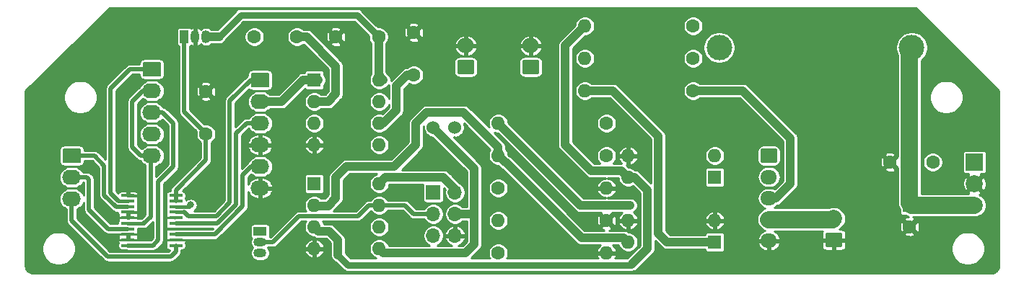
<source format=gbr>
G04 #@! TF.GenerationSoftware,KiCad,Pcbnew,5.1.5-1.fc31*
G04 #@! TF.CreationDate,2020-04-28T16:33:23+01:00*
G04 #@! TF.ProjectId,ReversingCam_FSAV433_ATTINY85_v3.2,52657665-7273-4696-9e67-43616d5f4653,V3.2*
G04 #@! TF.SameCoordinates,Original*
G04 #@! TF.FileFunction,Copper,L1,Top*
G04 #@! TF.FilePolarity,Positive*
%FSLAX46Y46*%
G04 Gerber Fmt 4.6, Leading zero omitted, Abs format (unit mm)*
G04 Created by KiCad (PCBNEW 5.1.5-1.fc31) date 2020-04-28 16:33:23*
%MOMM*%
%LPD*%
G04 APERTURE LIST*
%ADD10R,1.600000X0.300000*%
%ADD11C,1.600000*%
%ADD12C,0.100000*%
%ADD13O,2.200000X1.740000*%
%ADD14O,2.000000X1.700000*%
%ADD15O,1.500000X1.050000*%
%ADD16R,1.500000X1.050000*%
%ADD17O,1.050000X1.500000*%
%ADD18R,1.050000X1.500000*%
%ADD19R,2.000000X2.000000*%
%ADD20C,2.000000*%
%ADD21O,1.600000X1.600000*%
%ADD22R,1.600000X1.600000*%
%ADD23C,3.000000*%
%ADD24C,1.524000*%
%ADD25R,1.700000X1.700000*%
%ADD26O,1.700000X1.700000*%
%ADD27O,1.950000X1.700000*%
%ADD28C,0.800000*%
%ADD29C,1.000000*%
%ADD30C,0.500000*%
%ADD31C,0.400000*%
%ADD32C,0.250000*%
%ADD33C,2.000000*%
%ADD34C,0.800000*%
%ADD35C,0.254000*%
G04 APERTURE END LIST*
D10*
X37840000Y-47875000D03*
X37840000Y-48525000D03*
X37840000Y-49175000D03*
X37840000Y-49825000D03*
X37840000Y-50475000D03*
X37840000Y-51125000D03*
X37840000Y-51775000D03*
X37840000Y-52425000D03*
X37840000Y-53075000D03*
X37840000Y-53725000D03*
X43440000Y-53725000D03*
X43440000Y-53075000D03*
X43440000Y-52425000D03*
X43440000Y-51775000D03*
X43440000Y-51125000D03*
X43440000Y-50475000D03*
X43440000Y-49825000D03*
X43440000Y-49175000D03*
X43440000Y-48525000D03*
X43440000Y-47875000D03*
D11*
X57658000Y-29210000D03*
X52658000Y-29210000D03*
G04 #@! TA.AperFunction,ComponentPad*
D12*
G36*
X54214505Y-33421204D02*
G01*
X54238773Y-33424804D01*
X54262572Y-33430765D01*
X54285671Y-33439030D01*
X54307850Y-33449520D01*
X54328893Y-33462132D01*
X54348599Y-33476747D01*
X54366777Y-33493223D01*
X54383253Y-33511401D01*
X54397868Y-33531107D01*
X54410480Y-33552150D01*
X54420970Y-33574329D01*
X54429235Y-33597428D01*
X54435196Y-33621227D01*
X54438796Y-33645495D01*
X54440000Y-33669999D01*
X54440000Y-34910001D01*
X54438796Y-34934505D01*
X54435196Y-34958773D01*
X54429235Y-34982572D01*
X54420970Y-35005671D01*
X54410480Y-35027850D01*
X54397868Y-35048893D01*
X54383253Y-35068599D01*
X54366777Y-35086777D01*
X54348599Y-35103253D01*
X54328893Y-35117868D01*
X54307850Y-35130480D01*
X54285671Y-35140970D01*
X54262572Y-35149235D01*
X54238773Y-35155196D01*
X54214505Y-35158796D01*
X54190001Y-35160000D01*
X52489999Y-35160000D01*
X52465495Y-35158796D01*
X52441227Y-35155196D01*
X52417428Y-35149235D01*
X52394329Y-35140970D01*
X52372150Y-35130480D01*
X52351107Y-35117868D01*
X52331401Y-35103253D01*
X52313223Y-35086777D01*
X52296747Y-35068599D01*
X52282132Y-35048893D01*
X52269520Y-35027850D01*
X52259030Y-35005671D01*
X52250765Y-34982572D01*
X52244804Y-34958773D01*
X52241204Y-34934505D01*
X52240000Y-34910001D01*
X52240000Y-33669999D01*
X52241204Y-33645495D01*
X52244804Y-33621227D01*
X52250765Y-33597428D01*
X52259030Y-33574329D01*
X52269520Y-33552150D01*
X52282132Y-33531107D01*
X52296747Y-33511401D01*
X52313223Y-33493223D01*
X52331401Y-33476747D01*
X52351107Y-33462132D01*
X52372150Y-33449520D01*
X52394329Y-33439030D01*
X52417428Y-33430765D01*
X52441227Y-33424804D01*
X52465495Y-33421204D01*
X52489999Y-33420000D01*
X54190001Y-33420000D01*
X54214505Y-33421204D01*
G37*
G04 #@! TD.AperFunction*
D13*
X53340000Y-36830000D03*
X53340000Y-39370000D03*
X53340000Y-41910000D03*
X53340000Y-44450000D03*
X53340000Y-46990000D03*
D11*
X71374000Y-33702000D03*
X71374000Y-28702000D03*
G04 #@! TA.AperFunction,ComponentPad*
D12*
G36*
X121424504Y-52237204D02*
G01*
X121448773Y-52240804D01*
X121472571Y-52246765D01*
X121495671Y-52255030D01*
X121517849Y-52265520D01*
X121538893Y-52278133D01*
X121558598Y-52292747D01*
X121576777Y-52309223D01*
X121593253Y-52327402D01*
X121607867Y-52347107D01*
X121620480Y-52368151D01*
X121630970Y-52390329D01*
X121639235Y-52413429D01*
X121645196Y-52437227D01*
X121648796Y-52461496D01*
X121650000Y-52486000D01*
X121650000Y-53686000D01*
X121648796Y-53710504D01*
X121645196Y-53734773D01*
X121639235Y-53758571D01*
X121630970Y-53781671D01*
X121620480Y-53803849D01*
X121607867Y-53824893D01*
X121593253Y-53844598D01*
X121576777Y-53862777D01*
X121558598Y-53879253D01*
X121538893Y-53893867D01*
X121517849Y-53906480D01*
X121495671Y-53916970D01*
X121472571Y-53925235D01*
X121448773Y-53931196D01*
X121424504Y-53934796D01*
X121400000Y-53936000D01*
X119900000Y-53936000D01*
X119875496Y-53934796D01*
X119851227Y-53931196D01*
X119827429Y-53925235D01*
X119804329Y-53916970D01*
X119782151Y-53906480D01*
X119761107Y-53893867D01*
X119741402Y-53879253D01*
X119723223Y-53862777D01*
X119706747Y-53844598D01*
X119692133Y-53824893D01*
X119679520Y-53803849D01*
X119669030Y-53781671D01*
X119660765Y-53758571D01*
X119654804Y-53734773D01*
X119651204Y-53710504D01*
X119650000Y-53686000D01*
X119650000Y-52486000D01*
X119651204Y-52461496D01*
X119654804Y-52437227D01*
X119660765Y-52413429D01*
X119669030Y-52390329D01*
X119679520Y-52368151D01*
X119692133Y-52347107D01*
X119706747Y-52327402D01*
X119723223Y-52309223D01*
X119741402Y-52292747D01*
X119761107Y-52278133D01*
X119782151Y-52265520D01*
X119804329Y-52255030D01*
X119827429Y-52246765D01*
X119851227Y-52240804D01*
X119875496Y-52237204D01*
X119900000Y-52236000D01*
X121400000Y-52236000D01*
X121424504Y-52237204D01*
G37*
G04 #@! TD.AperFunction*
D14*
X120650000Y-50586000D03*
D15*
X53340000Y-53340000D03*
X53340000Y-54610000D03*
D16*
X53340000Y-52070000D03*
D17*
X45720000Y-29210000D03*
X46990000Y-29210000D03*
D18*
X44450000Y-29210000D03*
D19*
X137160000Y-43940000D03*
D20*
X137160000Y-46480000D03*
X137160000Y-49020000D03*
D21*
X93980000Y-46990000D03*
D11*
X81280000Y-46990000D03*
X93980000Y-43180000D03*
D21*
X81280000Y-43180000D03*
D11*
X104140000Y-27940000D03*
D21*
X91440000Y-27940000D03*
X81280000Y-39370000D03*
D11*
X93980000Y-39370000D03*
D21*
X96520000Y-45720000D03*
X106680000Y-43180000D03*
X96520000Y-43180000D03*
D22*
X106680000Y-45720000D03*
X106680000Y-53340000D03*
D21*
X96520000Y-50800000D03*
X106680000Y-50800000D03*
X96520000Y-53340000D03*
D23*
X129794000Y-30480000D03*
X107194000Y-30480000D03*
D24*
X73660000Y-39878000D03*
X76200000Y-39878000D03*
D21*
X67310000Y-46482000D03*
X59690000Y-54102000D03*
X67310000Y-49022000D03*
X59690000Y-51562000D03*
X67310000Y-51562000D03*
X59690000Y-49022000D03*
X67310000Y-54102000D03*
D22*
X59690000Y-46482000D03*
D25*
X73660000Y-47498000D03*
D26*
X76200000Y-47498000D03*
X73660000Y-50038000D03*
X76200000Y-50038000D03*
X73660000Y-52578000D03*
X76200000Y-52578000D03*
D22*
X129540000Y-49022000D03*
D11*
X129540000Y-51522000D03*
X132254000Y-43942000D03*
X127254000Y-43942000D03*
X62230000Y-29210000D03*
X67230000Y-29210000D03*
X46990000Y-40640000D03*
X46990000Y-35640000D03*
G04 #@! TA.AperFunction,ComponentPad*
D12*
G36*
X41514505Y-32151204D02*
G01*
X41538773Y-32154804D01*
X41562572Y-32160765D01*
X41585671Y-32169030D01*
X41607850Y-32179520D01*
X41628893Y-32192132D01*
X41648599Y-32206747D01*
X41666777Y-32223223D01*
X41683253Y-32241401D01*
X41697868Y-32261107D01*
X41710480Y-32282150D01*
X41720970Y-32304329D01*
X41729235Y-32327428D01*
X41735196Y-32351227D01*
X41738796Y-32375495D01*
X41740000Y-32399999D01*
X41740000Y-33640001D01*
X41738796Y-33664505D01*
X41735196Y-33688773D01*
X41729235Y-33712572D01*
X41720970Y-33735671D01*
X41710480Y-33757850D01*
X41697868Y-33778893D01*
X41683253Y-33798599D01*
X41666777Y-33816777D01*
X41648599Y-33833253D01*
X41628893Y-33847868D01*
X41607850Y-33860480D01*
X41585671Y-33870970D01*
X41562572Y-33879235D01*
X41538773Y-33885196D01*
X41514505Y-33888796D01*
X41490001Y-33890000D01*
X39789999Y-33890000D01*
X39765495Y-33888796D01*
X39741227Y-33885196D01*
X39717428Y-33879235D01*
X39694329Y-33870970D01*
X39672150Y-33860480D01*
X39651107Y-33847868D01*
X39631401Y-33833253D01*
X39613223Y-33816777D01*
X39596747Y-33798599D01*
X39582132Y-33778893D01*
X39569520Y-33757850D01*
X39559030Y-33735671D01*
X39550765Y-33712572D01*
X39544804Y-33688773D01*
X39541204Y-33664505D01*
X39540000Y-33640001D01*
X39540000Y-32399999D01*
X39541204Y-32375495D01*
X39544804Y-32351227D01*
X39550765Y-32327428D01*
X39559030Y-32304329D01*
X39569520Y-32282150D01*
X39582132Y-32261107D01*
X39596747Y-32241401D01*
X39613223Y-32223223D01*
X39631401Y-32206747D01*
X39651107Y-32192132D01*
X39672150Y-32179520D01*
X39694329Y-32169030D01*
X39717428Y-32160765D01*
X39741227Y-32154804D01*
X39765495Y-32151204D01*
X39789999Y-32150000D01*
X41490001Y-32150000D01*
X41514505Y-32151204D01*
G37*
G04 #@! TD.AperFunction*
D13*
X40640000Y-35560000D03*
X40640000Y-38100000D03*
X40640000Y-40640000D03*
X40640000Y-43180000D03*
G04 #@! TA.AperFunction,ComponentPad*
D12*
G36*
X32116505Y-42311204D02*
G01*
X32140773Y-42314804D01*
X32164572Y-42320765D01*
X32187671Y-42329030D01*
X32209850Y-42339520D01*
X32230893Y-42352132D01*
X32250599Y-42366747D01*
X32268777Y-42383223D01*
X32285253Y-42401401D01*
X32299868Y-42421107D01*
X32312480Y-42442150D01*
X32322970Y-42464329D01*
X32331235Y-42487428D01*
X32337196Y-42511227D01*
X32340796Y-42535495D01*
X32342000Y-42559999D01*
X32342000Y-43800001D01*
X32340796Y-43824505D01*
X32337196Y-43848773D01*
X32331235Y-43872572D01*
X32322970Y-43895671D01*
X32312480Y-43917850D01*
X32299868Y-43938893D01*
X32285253Y-43958599D01*
X32268777Y-43976777D01*
X32250599Y-43993253D01*
X32230893Y-44007868D01*
X32209850Y-44020480D01*
X32187671Y-44030970D01*
X32164572Y-44039235D01*
X32140773Y-44045196D01*
X32116505Y-44048796D01*
X32092001Y-44050000D01*
X30391999Y-44050000D01*
X30367495Y-44048796D01*
X30343227Y-44045196D01*
X30319428Y-44039235D01*
X30296329Y-44030970D01*
X30274150Y-44020480D01*
X30253107Y-44007868D01*
X30233401Y-43993253D01*
X30215223Y-43976777D01*
X30198747Y-43958599D01*
X30184132Y-43938893D01*
X30171520Y-43917850D01*
X30161030Y-43895671D01*
X30152765Y-43872572D01*
X30146804Y-43848773D01*
X30143204Y-43824505D01*
X30142000Y-43800001D01*
X30142000Y-42559999D01*
X30143204Y-42535495D01*
X30146804Y-42511227D01*
X30152765Y-42487428D01*
X30161030Y-42464329D01*
X30171520Y-42442150D01*
X30184132Y-42421107D01*
X30198747Y-42401401D01*
X30215223Y-42383223D01*
X30233401Y-42366747D01*
X30253107Y-42352132D01*
X30274150Y-42339520D01*
X30296329Y-42329030D01*
X30319428Y-42320765D01*
X30343227Y-42314804D01*
X30367495Y-42311204D01*
X30391999Y-42310000D01*
X32092001Y-42310000D01*
X32116505Y-42311204D01*
G37*
G04 #@! TD.AperFunction*
D13*
X31242000Y-45720000D03*
X31242000Y-48260000D03*
G04 #@! TA.AperFunction,ComponentPad*
D12*
G36*
X78244504Y-31917204D02*
G01*
X78268773Y-31920804D01*
X78292571Y-31926765D01*
X78315671Y-31935030D01*
X78337849Y-31945520D01*
X78358893Y-31958133D01*
X78378598Y-31972747D01*
X78396777Y-31989223D01*
X78413253Y-32007402D01*
X78427867Y-32027107D01*
X78440480Y-32048151D01*
X78450970Y-32070329D01*
X78459235Y-32093429D01*
X78465196Y-32117227D01*
X78468796Y-32141496D01*
X78470000Y-32166000D01*
X78470000Y-33366000D01*
X78468796Y-33390504D01*
X78465196Y-33414773D01*
X78459235Y-33438571D01*
X78450970Y-33461671D01*
X78440480Y-33483849D01*
X78427867Y-33504893D01*
X78413253Y-33524598D01*
X78396777Y-33542777D01*
X78378598Y-33559253D01*
X78358893Y-33573867D01*
X78337849Y-33586480D01*
X78315671Y-33596970D01*
X78292571Y-33605235D01*
X78268773Y-33611196D01*
X78244504Y-33614796D01*
X78220000Y-33616000D01*
X76720000Y-33616000D01*
X76695496Y-33614796D01*
X76671227Y-33611196D01*
X76647429Y-33605235D01*
X76624329Y-33596970D01*
X76602151Y-33586480D01*
X76581107Y-33573867D01*
X76561402Y-33559253D01*
X76543223Y-33542777D01*
X76526747Y-33524598D01*
X76512133Y-33504893D01*
X76499520Y-33483849D01*
X76489030Y-33461671D01*
X76480765Y-33438571D01*
X76474804Y-33414773D01*
X76471204Y-33390504D01*
X76470000Y-33366000D01*
X76470000Y-32166000D01*
X76471204Y-32141496D01*
X76474804Y-32117227D01*
X76480765Y-32093429D01*
X76489030Y-32070329D01*
X76499520Y-32048151D01*
X76512133Y-32027107D01*
X76526747Y-32007402D01*
X76543223Y-31989223D01*
X76561402Y-31972747D01*
X76581107Y-31958133D01*
X76602151Y-31945520D01*
X76624329Y-31935030D01*
X76647429Y-31926765D01*
X76671227Y-31920804D01*
X76695496Y-31917204D01*
X76720000Y-31916000D01*
X78220000Y-31916000D01*
X78244504Y-31917204D01*
G37*
G04 #@! TD.AperFunction*
D14*
X77470000Y-30266000D03*
X85090000Y-30266000D03*
G04 #@! TA.AperFunction,ComponentPad*
D12*
G36*
X85864504Y-31917204D02*
G01*
X85888773Y-31920804D01*
X85912571Y-31926765D01*
X85935671Y-31935030D01*
X85957849Y-31945520D01*
X85978893Y-31958133D01*
X85998598Y-31972747D01*
X86016777Y-31989223D01*
X86033253Y-32007402D01*
X86047867Y-32027107D01*
X86060480Y-32048151D01*
X86070970Y-32070329D01*
X86079235Y-32093429D01*
X86085196Y-32117227D01*
X86088796Y-32141496D01*
X86090000Y-32166000D01*
X86090000Y-33366000D01*
X86088796Y-33390504D01*
X86085196Y-33414773D01*
X86079235Y-33438571D01*
X86070970Y-33461671D01*
X86060480Y-33483849D01*
X86047867Y-33504893D01*
X86033253Y-33524598D01*
X86016777Y-33542777D01*
X85998598Y-33559253D01*
X85978893Y-33573867D01*
X85957849Y-33586480D01*
X85935671Y-33596970D01*
X85912571Y-33605235D01*
X85888773Y-33611196D01*
X85864504Y-33614796D01*
X85840000Y-33616000D01*
X84340000Y-33616000D01*
X84315496Y-33614796D01*
X84291227Y-33611196D01*
X84267429Y-33605235D01*
X84244329Y-33596970D01*
X84222151Y-33586480D01*
X84201107Y-33573867D01*
X84181402Y-33559253D01*
X84163223Y-33542777D01*
X84146747Y-33524598D01*
X84132133Y-33504893D01*
X84119520Y-33483849D01*
X84109030Y-33461671D01*
X84100765Y-33438571D01*
X84094804Y-33414773D01*
X84091204Y-33390504D01*
X84090000Y-33366000D01*
X84090000Y-32166000D01*
X84091204Y-32141496D01*
X84094804Y-32117227D01*
X84100765Y-32093429D01*
X84109030Y-32070329D01*
X84119520Y-32048151D01*
X84132133Y-32027107D01*
X84146747Y-32007402D01*
X84163223Y-31989223D01*
X84181402Y-31972747D01*
X84201107Y-31958133D01*
X84222151Y-31945520D01*
X84244329Y-31935030D01*
X84267429Y-31926765D01*
X84291227Y-31920804D01*
X84315496Y-31917204D01*
X84340000Y-31916000D01*
X85840000Y-31916000D01*
X85864504Y-31917204D01*
G37*
G04 #@! TD.AperFunction*
G04 #@! TA.AperFunction,ComponentPad*
G36*
X113779504Y-42331204D02*
G01*
X113803773Y-42334804D01*
X113827571Y-42340765D01*
X113850671Y-42349030D01*
X113872849Y-42359520D01*
X113893893Y-42372133D01*
X113913598Y-42386747D01*
X113931777Y-42403223D01*
X113948253Y-42421402D01*
X113962867Y-42441107D01*
X113975480Y-42462151D01*
X113985970Y-42484329D01*
X113994235Y-42507429D01*
X114000196Y-42531227D01*
X114003796Y-42555496D01*
X114005000Y-42580000D01*
X114005000Y-43780000D01*
X114003796Y-43804504D01*
X114000196Y-43828773D01*
X113994235Y-43852571D01*
X113985970Y-43875671D01*
X113975480Y-43897849D01*
X113962867Y-43918893D01*
X113948253Y-43938598D01*
X113931777Y-43956777D01*
X113913598Y-43973253D01*
X113893893Y-43987867D01*
X113872849Y-44000480D01*
X113850671Y-44010970D01*
X113827571Y-44019235D01*
X113803773Y-44025196D01*
X113779504Y-44028796D01*
X113755000Y-44030000D01*
X112305000Y-44030000D01*
X112280496Y-44028796D01*
X112256227Y-44025196D01*
X112232429Y-44019235D01*
X112209329Y-44010970D01*
X112187151Y-44000480D01*
X112166107Y-43987867D01*
X112146402Y-43973253D01*
X112128223Y-43956777D01*
X112111747Y-43938598D01*
X112097133Y-43918893D01*
X112084520Y-43897849D01*
X112074030Y-43875671D01*
X112065765Y-43852571D01*
X112059804Y-43828773D01*
X112056204Y-43804504D01*
X112055000Y-43780000D01*
X112055000Y-42580000D01*
X112056204Y-42555496D01*
X112059804Y-42531227D01*
X112065765Y-42507429D01*
X112074030Y-42484329D01*
X112084520Y-42462151D01*
X112097133Y-42441107D01*
X112111747Y-42421402D01*
X112128223Y-42403223D01*
X112146402Y-42386747D01*
X112166107Y-42372133D01*
X112187151Y-42359520D01*
X112209329Y-42349030D01*
X112232429Y-42340765D01*
X112256227Y-42334804D01*
X112280496Y-42331204D01*
X112305000Y-42330000D01*
X113755000Y-42330000D01*
X113779504Y-42331204D01*
G37*
G04 #@! TD.AperFunction*
D27*
X113030000Y-45680000D03*
X113030000Y-48180000D03*
X113030000Y-50680000D03*
X113030000Y-53180000D03*
D11*
X93980000Y-50800000D03*
D21*
X81280000Y-50800000D03*
X91440000Y-31750000D03*
D11*
X104140000Y-31750000D03*
X81280000Y-54610000D03*
D21*
X93980000Y-54610000D03*
X91440000Y-35560000D03*
D11*
X104140000Y-35560000D03*
D22*
X59690000Y-34290000D03*
D21*
X67310000Y-41910000D03*
X59690000Y-36830000D03*
X67310000Y-39370000D03*
X59690000Y-39370000D03*
X67310000Y-36830000D03*
X59690000Y-41910000D03*
X67310000Y-34290000D03*
D28*
X32512000Y-56134000D03*
X35052000Y-56134000D03*
X37592000Y-56134000D03*
X40132000Y-56134000D03*
X42672000Y-56134000D03*
X45212000Y-56134000D03*
X47752000Y-56134000D03*
X50292000Y-56134000D03*
X52832000Y-56134000D03*
X26924000Y-36068000D03*
X26924000Y-38608000D03*
X26924000Y-41148000D03*
X26924000Y-43688000D03*
X26924000Y-46228000D03*
X26924000Y-48768000D03*
X26924000Y-51308000D03*
X36576000Y-26670000D03*
X39116000Y-26670000D03*
X41656000Y-26670000D03*
X44196000Y-26670000D03*
X46736000Y-26670000D03*
X31750000Y-30988000D03*
X57150000Y-54610000D03*
X70866000Y-44450000D03*
X45199491Y-48976675D03*
X96774000Y-49022000D03*
D29*
X69318001Y-34995999D02*
X69318001Y-37869999D01*
X69318001Y-37869999D02*
X67818000Y-39370000D01*
X71374000Y-33702000D02*
X70612000Y-33702000D01*
X70612000Y-33702000D02*
X69318001Y-34995999D01*
X58789370Y-29210000D02*
X62230000Y-32650630D01*
X57658000Y-29210000D02*
X58789370Y-29210000D01*
X61329370Y-36830000D02*
X60198000Y-36830000D01*
X62230000Y-35929370D02*
X61329370Y-36830000D01*
X62230000Y-32650630D02*
X62230000Y-35929370D01*
D30*
X51740000Y-39370000D02*
X53340000Y-39370000D01*
X50546000Y-40564000D02*
X51740000Y-39370000D01*
X43440000Y-51125000D02*
X48340765Y-51125000D01*
X50546000Y-48919765D02*
X50546000Y-40564000D01*
X48340765Y-51125000D02*
X50546000Y-48919765D01*
D31*
X36957000Y-48525000D02*
X37840000Y-48525000D01*
X36830000Y-48514000D02*
X36957000Y-48525000D01*
X36830000Y-48514000D02*
X36728400Y-48514000D01*
D30*
X38100000Y-33020000D02*
X40640000Y-33020000D01*
X35814000Y-35306000D02*
X38100000Y-33020000D01*
X36728400Y-48514000D02*
X35814000Y-47599600D01*
X35814000Y-47599600D02*
X35814000Y-35306000D01*
D32*
X40487600Y-43332400D02*
X40640000Y-43180000D01*
D30*
X40487600Y-50342800D02*
X40487600Y-43332400D01*
D31*
X37840000Y-51125000D02*
X39705400Y-51125000D01*
D30*
X39705400Y-51125000D02*
X40487600Y-50342800D01*
X39370000Y-43180000D02*
X40640000Y-43180000D01*
X38354000Y-42164000D02*
X39370000Y-43180000D01*
X40640000Y-35560000D02*
X39624000Y-35560000D01*
X38354000Y-36830000D02*
X38354000Y-42164000D01*
X39624000Y-35560000D02*
X38354000Y-36830000D01*
X41910000Y-38100000D02*
X40640000Y-38100000D01*
X43180000Y-39370000D02*
X41910000Y-38100000D01*
X40763000Y-53725000D02*
X41402000Y-53086000D01*
X41402000Y-46228000D02*
X43180000Y-44450000D01*
X37840000Y-53725000D02*
X40763000Y-53725000D01*
X43180000Y-44450000D02*
X43180000Y-39370000D01*
X41402000Y-53086000D02*
X41402000Y-46228000D01*
X33909000Y-43180000D02*
X35052000Y-44323000D01*
X35052000Y-47827564D02*
X36438446Y-49214010D01*
X35052000Y-44323000D02*
X35052000Y-47827564D01*
X37800990Y-49214010D02*
X37840000Y-49175000D01*
X36438446Y-49214010D02*
X37800990Y-49214010D01*
X31242000Y-43180000D02*
X33909000Y-43180000D01*
X37840000Y-51775000D02*
X35519000Y-51775000D01*
D32*
X35601000Y-51775000D02*
X35519000Y-51775000D01*
D30*
X33020000Y-45720000D02*
X31242000Y-45720000D01*
X35519000Y-51775000D02*
X33274000Y-49530000D01*
X33274000Y-45974000D02*
X33020000Y-45720000D01*
X33274000Y-49530000D02*
X33274000Y-45974000D01*
X31242000Y-48260000D02*
X31242000Y-48514000D01*
X43440000Y-54451600D02*
X43440000Y-53725000D01*
X42849800Y-55041800D02*
X43440000Y-54451600D01*
X35458400Y-55041800D02*
X42849800Y-55041800D01*
X31242000Y-48260000D02*
X31242000Y-50825400D01*
X31242000Y-50825400D02*
X35458400Y-55041800D01*
X44876000Y-50292000D02*
X48183800Y-50292000D01*
X48183800Y-50292000D02*
X49784000Y-48691800D01*
X49784000Y-48691800D02*
X49784000Y-36746000D01*
X52240000Y-34290000D02*
X53340000Y-34290000D01*
X44409000Y-49825000D02*
X44876000Y-50292000D01*
X49784000Y-36746000D02*
X52240000Y-34290000D01*
D31*
X43440000Y-49825000D02*
X44409000Y-49825000D01*
D29*
X53340000Y-36830000D02*
X55880000Y-36830000D01*
X58398000Y-34290000D02*
X60198000Y-34290000D01*
X55880000Y-36808000D02*
X58398000Y-34290000D01*
X55880000Y-36830000D02*
X55880000Y-36808000D01*
D30*
X51308000Y-49147730D02*
X51308000Y-45466000D01*
X51308000Y-45466000D02*
X52324000Y-44450000D01*
X43440000Y-52425000D02*
X48030730Y-52425000D01*
X52324000Y-44450000D02*
X53340000Y-44450000D01*
X48030730Y-52425000D02*
X51308000Y-49147730D01*
D31*
X45001166Y-49175000D02*
X45199491Y-48976675D01*
X43440000Y-49175000D02*
X45001166Y-49175000D01*
D33*
X129796000Y-49020000D02*
X129794000Y-49022000D01*
X137160000Y-49020000D02*
X129796000Y-49020000D01*
X129540000Y-48768000D02*
X129794000Y-49022000D01*
X129540000Y-30480000D02*
X129540000Y-48768000D01*
X120556000Y-50680000D02*
X120650000Y-50586000D01*
X113030000Y-50680000D02*
X120556000Y-50680000D01*
D29*
X109982000Y-35560000D02*
X104140000Y-35560000D01*
X115570000Y-41148000D02*
X109982000Y-35560000D01*
X115570000Y-46482000D02*
X115570000Y-41148000D01*
X113030000Y-48180000D02*
X113872000Y-48180000D01*
X113872000Y-48180000D02*
X115570000Y-46482000D01*
X90932000Y-49022000D02*
X96774000Y-49022000D01*
X81280000Y-39370000D02*
X90932000Y-49022000D01*
X100076000Y-52324000D02*
X101092000Y-53340000D01*
X101092000Y-53340000D02*
X106680000Y-53340000D01*
X91440000Y-35560000D02*
X94742000Y-35560000D01*
X100076000Y-40894000D02*
X100076000Y-52324000D01*
X94742000Y-35560000D02*
X100076000Y-40894000D01*
X73660000Y-40132000D02*
X73660000Y-39878000D01*
X73660000Y-39878000D02*
X78486000Y-44704000D01*
X76200000Y-50038000D02*
X78486000Y-50038000D01*
X78486000Y-44704000D02*
X78486000Y-50038000D01*
X67818000Y-54610000D02*
X67310000Y-54102000D01*
X77470000Y-54610000D02*
X67818000Y-54610000D01*
X78486000Y-50038000D02*
X78486000Y-53594000D01*
X78486000Y-53594000D02*
X77470000Y-54610000D01*
D30*
X57912000Y-50292000D02*
X54864000Y-53340000D01*
X67310000Y-49022000D02*
X66090800Y-49022000D01*
X54864000Y-53340000D02*
X53340000Y-53340000D01*
X64820800Y-50292000D02*
X57912000Y-50292000D01*
X66090800Y-49022000D02*
X64820800Y-50292000D01*
X70358000Y-49022000D02*
X67310000Y-49022000D01*
X73660000Y-50038000D02*
X71374000Y-50038000D01*
X71374000Y-50038000D02*
X70358000Y-49022000D01*
D34*
X48515000Y-29210000D02*
X51055000Y-26670000D01*
D29*
X46990000Y-29210000D02*
X48515000Y-29210000D01*
D34*
X64690000Y-26670000D02*
X67230000Y-29210000D01*
X51055000Y-26670000D02*
X64690000Y-26670000D01*
D29*
X67230000Y-33702000D02*
X67818000Y-34290000D01*
X67230000Y-29210000D02*
X67230000Y-33702000D01*
X68072000Y-45720000D02*
X74842002Y-45720000D01*
X67310000Y-46482000D02*
X68072000Y-45720000D01*
X76200000Y-47057919D02*
X76200000Y-47498000D01*
X75184000Y-46041919D02*
X76200000Y-47057919D01*
X74842002Y-45720000D02*
X75163921Y-46041919D01*
X75163921Y-46041919D02*
X75184000Y-46041919D01*
X59740800Y-49072800D02*
X59690000Y-49022000D01*
X71628000Y-39370000D02*
X71628000Y-41910000D01*
X72898000Y-38100000D02*
X71628000Y-39370000D01*
X77216000Y-38100000D02*
X72898000Y-38100000D01*
X81280000Y-43180000D02*
X81280000Y-42164000D01*
X81280000Y-42164000D02*
X77216000Y-38100000D01*
X71628000Y-41910000D02*
X69088000Y-44450000D01*
X69088000Y-44450000D02*
X63500000Y-44450000D01*
X63500000Y-44450000D02*
X62230000Y-45720000D01*
X62230000Y-48158400D02*
X61315600Y-49072800D01*
X61315600Y-49072800D02*
X59740800Y-49072800D01*
X62230000Y-45720000D02*
X62230000Y-48158400D01*
X82079999Y-43979999D02*
X81280000Y-43180000D01*
X82187072Y-43979999D02*
X82079999Y-43979999D01*
X91039073Y-52832000D02*
X82187072Y-43979999D01*
X96520000Y-53340000D02*
X96012000Y-52832000D01*
X96012000Y-52832000D02*
X91039073Y-52832000D01*
X62484000Y-53086000D02*
X61468000Y-52070000D01*
X62484000Y-54864000D02*
X62484000Y-53086000D01*
X61468000Y-52070000D02*
X60198000Y-52070000D01*
X89154000Y-30226000D02*
X91440000Y-27940000D01*
X89154000Y-41910000D02*
X89154000Y-30226000D01*
X92202000Y-44958000D02*
X89154000Y-41910000D01*
X96520000Y-45720000D02*
X95758000Y-44958000D01*
X95758000Y-44958000D02*
X92202000Y-44958000D01*
X98806000Y-54102000D02*
X97028000Y-55880000D01*
X98806000Y-47244000D02*
X98806000Y-54102000D01*
X96520000Y-45720000D02*
X97282000Y-45720000D01*
X97282000Y-45720000D02*
X98806000Y-47244000D01*
D34*
X96897999Y-56010001D02*
X97028000Y-55880000D01*
X62484000Y-54864000D02*
X63630001Y-56010001D01*
X63630001Y-56010001D02*
X96897999Y-56010001D01*
D30*
X44450000Y-38020000D02*
X46990000Y-40560000D01*
X44450000Y-29210000D02*
X44450000Y-38020000D01*
X43440000Y-48525000D02*
X43440000Y-47238000D01*
X46990000Y-43688000D02*
X46990000Y-40560000D01*
X43440000Y-47238000D02*
X46990000Y-43688000D01*
D35*
G36*
X139979800Y-35568171D02*
G01*
X139979801Y-56114136D01*
X139961436Y-56301441D01*
X139912808Y-56462503D01*
X139833823Y-56611051D01*
X139727489Y-56741430D01*
X139597854Y-56848674D01*
X139449858Y-56928695D01*
X139289139Y-56978446D01*
X139103093Y-56998000D01*
X26689854Y-56998000D01*
X26502559Y-56979636D01*
X26341497Y-56931008D01*
X26192949Y-56852023D01*
X26062570Y-56745689D01*
X25955326Y-56616054D01*
X25875305Y-56468058D01*
X25825554Y-56307339D01*
X25806000Y-56121293D01*
X25806000Y-53904889D01*
X27719000Y-53904889D01*
X27719000Y-54295111D01*
X27795129Y-54677836D01*
X27944461Y-55038355D01*
X28161257Y-55362814D01*
X28437186Y-55638743D01*
X28761645Y-55855539D01*
X29122164Y-56004871D01*
X29504889Y-56081000D01*
X29895111Y-56081000D01*
X30277836Y-56004871D01*
X30638355Y-55855539D01*
X30962814Y-55638743D01*
X31238743Y-55362814D01*
X31455539Y-55038355D01*
X31604871Y-54677836D01*
X31681000Y-54295111D01*
X31681000Y-53904889D01*
X31604871Y-53522164D01*
X31455539Y-53161645D01*
X31238743Y-52837186D01*
X30962814Y-52561257D01*
X30638355Y-52344461D01*
X30277836Y-52195129D01*
X29895111Y-52119000D01*
X29504889Y-52119000D01*
X29122164Y-52195129D01*
X28761645Y-52344461D01*
X28437186Y-52561257D01*
X28161257Y-52837186D01*
X27944461Y-53161645D01*
X27795129Y-53522164D01*
X27719000Y-53904889D01*
X25806000Y-53904889D01*
X25806000Y-45720000D01*
X29754947Y-45720000D01*
X29779101Y-45965239D01*
X29850634Y-46201053D01*
X29966799Y-46418381D01*
X30123129Y-46608871D01*
X30313619Y-46765201D01*
X30530947Y-46881366D01*
X30766761Y-46952899D01*
X30950543Y-46971000D01*
X31533457Y-46971000D01*
X31717239Y-46952899D01*
X31953053Y-46881366D01*
X32170381Y-46765201D01*
X32360871Y-46608871D01*
X32517201Y-46418381D01*
X32553217Y-46351000D01*
X32643001Y-46351000D01*
X32643000Y-47810708D01*
X32633366Y-47778947D01*
X32517201Y-47561619D01*
X32360871Y-47371129D01*
X32170381Y-47214799D01*
X31953053Y-47098634D01*
X31717239Y-47027101D01*
X31533457Y-47009000D01*
X30950543Y-47009000D01*
X30766761Y-47027101D01*
X30530947Y-47098634D01*
X30313619Y-47214799D01*
X30123129Y-47371129D01*
X29966799Y-47561619D01*
X29850634Y-47778947D01*
X29779101Y-48014761D01*
X29754947Y-48260000D01*
X29779101Y-48505239D01*
X29850634Y-48741053D01*
X29966799Y-48958381D01*
X30123129Y-49148871D01*
X30313619Y-49305201D01*
X30530947Y-49421366D01*
X30611000Y-49445650D01*
X30611001Y-50794400D01*
X30607948Y-50825400D01*
X30620130Y-50949097D01*
X30656211Y-51068041D01*
X30714804Y-51177660D01*
X30773897Y-51249665D01*
X30773900Y-51249668D01*
X30793658Y-51273743D01*
X30817733Y-51293501D01*
X34990299Y-55466068D01*
X35010057Y-55490143D01*
X35034132Y-55509901D01*
X35034134Y-55509903D01*
X35072301Y-55541226D01*
X35106139Y-55568996D01*
X35215758Y-55627589D01*
X35334702Y-55663670D01*
X35427402Y-55672800D01*
X35427411Y-55672800D01*
X35458399Y-55675852D01*
X35489387Y-55672800D01*
X42818810Y-55672800D01*
X42849800Y-55675852D01*
X42880790Y-55672800D01*
X42880798Y-55672800D01*
X42973498Y-55663670D01*
X43092442Y-55627589D01*
X43202061Y-55568996D01*
X43298143Y-55490143D01*
X43317905Y-55466063D01*
X43864269Y-54919700D01*
X43888343Y-54899943D01*
X43967196Y-54803861D01*
X44025789Y-54694242D01*
X44061870Y-54575298D01*
X44071000Y-54482598D01*
X44071000Y-54482591D01*
X44074052Y-54451600D01*
X44071000Y-54420610D01*
X44071000Y-54257843D01*
X44240000Y-54257843D01*
X44314689Y-54250487D01*
X44386508Y-54228701D01*
X44452696Y-54193322D01*
X44510711Y-54145711D01*
X44558322Y-54087696D01*
X44593701Y-54021508D01*
X44615487Y-53949689D01*
X44622843Y-53875000D01*
X44622843Y-53575000D01*
X44615487Y-53500311D01*
X44593701Y-53428492D01*
X44578471Y-53400000D01*
X44593701Y-53371508D01*
X44603258Y-53340000D01*
X52204617Y-53340000D01*
X52222110Y-53517607D01*
X52273916Y-53688388D01*
X52358044Y-53845782D01*
X52464091Y-53975000D01*
X52358044Y-54104218D01*
X52273916Y-54261612D01*
X52222110Y-54432393D01*
X52204617Y-54610000D01*
X52222110Y-54787607D01*
X52273916Y-54958388D01*
X52358044Y-55115782D01*
X52471262Y-55253738D01*
X52609218Y-55366956D01*
X52766612Y-55451084D01*
X52937393Y-55502890D01*
X53070499Y-55516000D01*
X53609501Y-55516000D01*
X53742607Y-55502890D01*
X53913388Y-55451084D01*
X54070782Y-55366956D01*
X54208738Y-55253738D01*
X54321956Y-55115782D01*
X54406084Y-54958388D01*
X54457890Y-54787607D01*
X54475383Y-54610000D01*
X54457890Y-54432393D01*
X54451436Y-54411114D01*
X58550171Y-54411114D01*
X58570527Y-54478239D01*
X58665438Y-54689408D01*
X58799722Y-54878003D01*
X58968219Y-55036777D01*
X59164454Y-55159628D01*
X59380885Y-55241835D01*
X59563000Y-55180908D01*
X59563000Y-54229000D01*
X59817000Y-54229000D01*
X59817000Y-55180908D01*
X59999115Y-55241835D01*
X60215546Y-55159628D01*
X60411781Y-55036777D01*
X60580278Y-54878003D01*
X60714562Y-54689408D01*
X60809473Y-54478239D01*
X60829829Y-54411114D01*
X60768297Y-54229000D01*
X59817000Y-54229000D01*
X59563000Y-54229000D01*
X58611703Y-54229000D01*
X58550171Y-54411114D01*
X54451436Y-54411114D01*
X54406084Y-54261612D01*
X54321956Y-54104218D01*
X54215909Y-53975000D01*
X54219192Y-53971000D01*
X54833010Y-53971000D01*
X54864000Y-53974052D01*
X54894990Y-53971000D01*
X54894998Y-53971000D01*
X54987698Y-53961870D01*
X55106642Y-53925789D01*
X55216261Y-53867196D01*
X55306807Y-53792886D01*
X58550171Y-53792886D01*
X58611703Y-53975000D01*
X59563000Y-53975000D01*
X59563000Y-53023092D01*
X59817000Y-53023092D01*
X59817000Y-53975000D01*
X60768297Y-53975000D01*
X60829829Y-53792886D01*
X60809473Y-53725761D01*
X60714562Y-53514592D01*
X60580278Y-53325997D01*
X60411781Y-53167223D01*
X60215546Y-53044372D01*
X59999115Y-52962165D01*
X59817000Y-53023092D01*
X59563000Y-53023092D01*
X59380885Y-52962165D01*
X59164454Y-53044372D01*
X58968219Y-53167223D01*
X58799722Y-53325997D01*
X58665438Y-53514592D01*
X58570527Y-53725761D01*
X58550171Y-53792886D01*
X55306807Y-53792886D01*
X55312343Y-53788343D01*
X55332105Y-53764263D01*
X58173369Y-50923000D01*
X58696590Y-50923000D01*
X58643412Y-51002587D01*
X58554386Y-51217515D01*
X58509000Y-51445682D01*
X58509000Y-51678318D01*
X58554386Y-51906485D01*
X58643412Y-52121413D01*
X58772658Y-52314843D01*
X58937157Y-52479342D01*
X59130587Y-52608588D01*
X59345515Y-52697614D01*
X59573682Y-52743000D01*
X59629326Y-52743000D01*
X59706175Y-52806068D01*
X59859225Y-52887875D01*
X60025294Y-52938252D01*
X60154727Y-52951000D01*
X61103079Y-52951000D01*
X61603001Y-53450923D01*
X61603000Y-54907272D01*
X61615748Y-55036705D01*
X61666125Y-55202774D01*
X61747932Y-55355824D01*
X61858025Y-55489975D01*
X61992175Y-55600068D01*
X62145225Y-55681875D01*
X62220083Y-55704583D01*
X63050623Y-56535123D01*
X63075079Y-56564923D01*
X63137400Y-56616068D01*
X63194001Y-56662520D01*
X63294162Y-56716057D01*
X63329679Y-56735041D01*
X63476898Y-56779700D01*
X63591641Y-56791001D01*
X63591643Y-56791001D01*
X63630000Y-56794779D01*
X63668357Y-56791001D01*
X96859642Y-56791001D01*
X96897999Y-56794779D01*
X96936356Y-56791001D01*
X96936359Y-56791001D01*
X97051102Y-56779700D01*
X97132690Y-56754950D01*
X97200705Y-56748251D01*
X97366774Y-56697875D01*
X97519825Y-56616068D01*
X97620362Y-56533559D01*
X99398361Y-54755561D01*
X99431975Y-54727975D01*
X99486137Y-54661978D01*
X99542068Y-54593826D01*
X99623875Y-54440775D01*
X99632642Y-54411875D01*
X99674252Y-54274706D01*
X99687000Y-54145273D01*
X99687000Y-54145270D01*
X99691262Y-54102000D01*
X99687000Y-54058730D01*
X99687000Y-53180921D01*
X100438439Y-53932361D01*
X100466025Y-53965975D01*
X100499637Y-53993559D01*
X100600174Y-54076068D01*
X100719783Y-54140000D01*
X100753225Y-54157875D01*
X100919294Y-54208252D01*
X101048727Y-54221000D01*
X101048730Y-54221000D01*
X101092000Y-54225262D01*
X101135270Y-54221000D01*
X105506427Y-54221000D01*
X105526299Y-54286508D01*
X105561678Y-54352696D01*
X105609289Y-54410711D01*
X105667304Y-54458322D01*
X105733492Y-54493701D01*
X105805311Y-54515487D01*
X105880000Y-54522843D01*
X107480000Y-54522843D01*
X107554689Y-54515487D01*
X107626508Y-54493701D01*
X107692696Y-54458322D01*
X107750711Y-54410711D01*
X107798322Y-54352696D01*
X107833701Y-54286508D01*
X107855487Y-54214689D01*
X107862843Y-54140000D01*
X107862843Y-53496980D01*
X111715511Y-53496980D01*
X111786332Y-53693512D01*
X111908008Y-53901886D01*
X112067998Y-54082519D01*
X112260153Y-54228468D01*
X112477089Y-54334125D01*
X112710470Y-54395430D01*
X112903000Y-54315647D01*
X112903000Y-53307000D01*
X113157000Y-53307000D01*
X113157000Y-54315647D01*
X113349530Y-54395430D01*
X113582911Y-54334125D01*
X113799847Y-54228468D01*
X113992002Y-54082519D01*
X114121776Y-53936000D01*
X119267157Y-53936000D01*
X119274513Y-54010689D01*
X119296299Y-54082508D01*
X119331678Y-54148696D01*
X119379289Y-54206711D01*
X119437304Y-54254322D01*
X119503492Y-54289701D01*
X119575311Y-54311487D01*
X119650000Y-54318843D01*
X120427750Y-54317000D01*
X120523000Y-54221750D01*
X120523000Y-53213000D01*
X120777000Y-53213000D01*
X120777000Y-54221750D01*
X120872250Y-54317000D01*
X121650000Y-54318843D01*
X121724689Y-54311487D01*
X121796508Y-54289701D01*
X121862696Y-54254322D01*
X121920711Y-54206711D01*
X121968322Y-54148696D01*
X122003701Y-54082508D01*
X122025487Y-54010689D01*
X122032843Y-53936000D01*
X122032752Y-53904889D01*
X134399000Y-53904889D01*
X134399000Y-54295111D01*
X134475129Y-54677836D01*
X134624461Y-55038355D01*
X134841257Y-55362814D01*
X135117186Y-55638743D01*
X135441645Y-55855539D01*
X135802164Y-56004871D01*
X136184889Y-56081000D01*
X136575111Y-56081000D01*
X136957836Y-56004871D01*
X137318355Y-55855539D01*
X137642814Y-55638743D01*
X137918743Y-55362814D01*
X138135539Y-55038355D01*
X138284871Y-54677836D01*
X138361000Y-54295111D01*
X138361000Y-53904889D01*
X138284871Y-53522164D01*
X138135539Y-53161645D01*
X137918743Y-52837186D01*
X137642814Y-52561257D01*
X137318355Y-52344461D01*
X136957836Y-52195129D01*
X136575111Y-52119000D01*
X136184889Y-52119000D01*
X135802164Y-52195129D01*
X135441645Y-52344461D01*
X135117186Y-52561257D01*
X134841257Y-52837186D01*
X134624461Y-53161645D01*
X134475129Y-53522164D01*
X134399000Y-53904889D01*
X122032752Y-53904889D01*
X122031000Y-53308250D01*
X121935750Y-53213000D01*
X120777000Y-53213000D01*
X120523000Y-53213000D01*
X119364250Y-53213000D01*
X119269000Y-53308250D01*
X119267157Y-53936000D01*
X114121776Y-53936000D01*
X114151992Y-53901886D01*
X114273668Y-53693512D01*
X114344489Y-53496980D01*
X114283627Y-53307000D01*
X113157000Y-53307000D01*
X112903000Y-53307000D01*
X111776373Y-53307000D01*
X111715511Y-53496980D01*
X107862843Y-53496980D01*
X107862843Y-52540000D01*
X107855487Y-52465311D01*
X107833701Y-52393492D01*
X107798322Y-52327304D01*
X107750711Y-52269289D01*
X107692696Y-52221678D01*
X107626508Y-52186299D01*
X107554689Y-52164513D01*
X107480000Y-52157157D01*
X105880000Y-52157157D01*
X105805311Y-52164513D01*
X105733492Y-52186299D01*
X105667304Y-52221678D01*
X105609289Y-52269289D01*
X105561678Y-52327304D01*
X105526299Y-52393492D01*
X105506427Y-52459000D01*
X101456922Y-52459000D01*
X100957000Y-51959079D01*
X100957000Y-51109114D01*
X105540171Y-51109114D01*
X105560527Y-51176239D01*
X105655438Y-51387408D01*
X105789722Y-51576003D01*
X105958219Y-51734777D01*
X106154454Y-51857628D01*
X106370885Y-51939835D01*
X106553000Y-51878908D01*
X106553000Y-50927000D01*
X106807000Y-50927000D01*
X106807000Y-51878908D01*
X106989115Y-51939835D01*
X107205546Y-51857628D01*
X107401781Y-51734777D01*
X107570278Y-51576003D01*
X107704562Y-51387408D01*
X107799473Y-51176239D01*
X107819829Y-51109114D01*
X107758297Y-50927000D01*
X106807000Y-50927000D01*
X106553000Y-50927000D01*
X105601703Y-50927000D01*
X105540171Y-51109114D01*
X100957000Y-51109114D01*
X100957000Y-50490886D01*
X105540171Y-50490886D01*
X105601703Y-50673000D01*
X106553000Y-50673000D01*
X106553000Y-49721092D01*
X106807000Y-49721092D01*
X106807000Y-50673000D01*
X107758297Y-50673000D01*
X107819829Y-50490886D01*
X107799473Y-50423761D01*
X107704562Y-50212592D01*
X107570278Y-50023997D01*
X107401781Y-49865223D01*
X107205546Y-49742372D01*
X106989115Y-49660165D01*
X106807000Y-49721092D01*
X106553000Y-49721092D01*
X106370885Y-49660165D01*
X106154454Y-49742372D01*
X105958219Y-49865223D01*
X105789722Y-50023997D01*
X105655438Y-50212592D01*
X105560527Y-50423761D01*
X105540171Y-50490886D01*
X100957000Y-50490886D01*
X100957000Y-44920000D01*
X105497157Y-44920000D01*
X105497157Y-46520000D01*
X105504513Y-46594689D01*
X105526299Y-46666508D01*
X105561678Y-46732696D01*
X105609289Y-46790711D01*
X105667304Y-46838322D01*
X105733492Y-46873701D01*
X105805311Y-46895487D01*
X105880000Y-46902843D01*
X107480000Y-46902843D01*
X107554689Y-46895487D01*
X107626508Y-46873701D01*
X107692696Y-46838322D01*
X107750711Y-46790711D01*
X107798322Y-46732696D01*
X107833701Y-46666508D01*
X107855487Y-46594689D01*
X107862843Y-46520000D01*
X107862843Y-45680000D01*
X111668044Y-45680000D01*
X111691812Y-45921318D01*
X111762202Y-46153363D01*
X111876509Y-46367216D01*
X112030340Y-46554660D01*
X112217784Y-46708491D01*
X112431637Y-46822798D01*
X112663682Y-46893188D01*
X112844528Y-46911000D01*
X113215472Y-46911000D01*
X113396318Y-46893188D01*
X113628363Y-46822798D01*
X113842216Y-46708491D01*
X114029660Y-46554660D01*
X114183491Y-46367216D01*
X114297798Y-46153363D01*
X114368188Y-45921318D01*
X114391956Y-45680000D01*
X114368188Y-45438682D01*
X114297798Y-45206637D01*
X114183491Y-44992784D01*
X114029660Y-44805340D01*
X113842216Y-44651509D01*
X113628363Y-44537202D01*
X113396318Y-44466812D01*
X113215472Y-44449000D01*
X112844528Y-44449000D01*
X112663682Y-44466812D01*
X112431637Y-44537202D01*
X112217784Y-44651509D01*
X112030340Y-44805340D01*
X111876509Y-44992784D01*
X111762202Y-45206637D01*
X111691812Y-45438682D01*
X111668044Y-45680000D01*
X107862843Y-45680000D01*
X107862843Y-44920000D01*
X107855487Y-44845311D01*
X107833701Y-44773492D01*
X107798322Y-44707304D01*
X107750711Y-44649289D01*
X107692696Y-44601678D01*
X107626508Y-44566299D01*
X107554689Y-44544513D01*
X107480000Y-44537157D01*
X105880000Y-44537157D01*
X105805311Y-44544513D01*
X105733492Y-44566299D01*
X105667304Y-44601678D01*
X105609289Y-44649289D01*
X105561678Y-44707304D01*
X105526299Y-44773492D01*
X105504513Y-44845311D01*
X105497157Y-44920000D01*
X100957000Y-44920000D01*
X100957000Y-43063682D01*
X105499000Y-43063682D01*
X105499000Y-43296318D01*
X105544386Y-43524485D01*
X105633412Y-43739413D01*
X105762658Y-43932843D01*
X105927157Y-44097342D01*
X106120587Y-44226588D01*
X106335515Y-44315614D01*
X106563682Y-44361000D01*
X106796318Y-44361000D01*
X107024485Y-44315614D01*
X107239413Y-44226588D01*
X107432843Y-44097342D01*
X107597342Y-43932843D01*
X107726588Y-43739413D01*
X107815614Y-43524485D01*
X107861000Y-43296318D01*
X107861000Y-43063682D01*
X107815614Y-42835515D01*
X107726588Y-42620587D01*
X107699469Y-42580000D01*
X111672157Y-42580000D01*
X111672157Y-43780000D01*
X111684317Y-43903462D01*
X111720329Y-44022179D01*
X111778810Y-44131589D01*
X111857512Y-44227488D01*
X111953411Y-44306190D01*
X112062821Y-44364671D01*
X112181538Y-44400683D01*
X112305000Y-44412843D01*
X113755000Y-44412843D01*
X113878462Y-44400683D01*
X113997179Y-44364671D01*
X114106589Y-44306190D01*
X114202488Y-44227488D01*
X114281190Y-44131589D01*
X114339671Y-44022179D01*
X114375683Y-43903462D01*
X114387843Y-43780000D01*
X114387843Y-42580000D01*
X114375683Y-42456538D01*
X114339671Y-42337821D01*
X114281190Y-42228411D01*
X114202488Y-42132512D01*
X114106589Y-42053810D01*
X113997179Y-41995329D01*
X113878462Y-41959317D01*
X113755000Y-41947157D01*
X112305000Y-41947157D01*
X112181538Y-41959317D01*
X112062821Y-41995329D01*
X111953411Y-42053810D01*
X111857512Y-42132512D01*
X111778810Y-42228411D01*
X111720329Y-42337821D01*
X111684317Y-42456538D01*
X111672157Y-42580000D01*
X107699469Y-42580000D01*
X107597342Y-42427157D01*
X107432843Y-42262658D01*
X107239413Y-42133412D01*
X107024485Y-42044386D01*
X106796318Y-41999000D01*
X106563682Y-41999000D01*
X106335515Y-42044386D01*
X106120587Y-42133412D01*
X105927157Y-42262658D01*
X105762658Y-42427157D01*
X105633412Y-42620587D01*
X105544386Y-42835515D01*
X105499000Y-43063682D01*
X100957000Y-43063682D01*
X100957000Y-40937269D01*
X100961262Y-40893999D01*
X100952912Y-40809224D01*
X100944252Y-40721294D01*
X100893875Y-40555225D01*
X100819031Y-40415201D01*
X100812068Y-40402174D01*
X100729559Y-40301637D01*
X100701975Y-40268025D01*
X100668362Y-40240440D01*
X95871604Y-35443682D01*
X102959000Y-35443682D01*
X102959000Y-35676318D01*
X103004386Y-35904485D01*
X103093412Y-36119413D01*
X103222658Y-36312843D01*
X103387157Y-36477342D01*
X103580587Y-36606588D01*
X103795515Y-36695614D01*
X104023682Y-36741000D01*
X104256318Y-36741000D01*
X104484485Y-36695614D01*
X104699413Y-36606588D01*
X104892843Y-36477342D01*
X104929185Y-36441000D01*
X109617079Y-36441000D01*
X114689001Y-41512923D01*
X114689000Y-46117078D01*
X113719932Y-47086147D01*
X113628363Y-47037202D01*
X113396318Y-46966812D01*
X113215472Y-46949000D01*
X112844528Y-46949000D01*
X112663682Y-46966812D01*
X112431637Y-47037202D01*
X112217784Y-47151509D01*
X112030340Y-47305340D01*
X111876509Y-47492784D01*
X111762202Y-47706637D01*
X111691812Y-47938682D01*
X111668044Y-48180000D01*
X111691812Y-48421318D01*
X111762202Y-48653363D01*
X111876509Y-48867216D01*
X112030340Y-49054660D01*
X112217784Y-49208491D01*
X112431637Y-49322798D01*
X112589167Y-49370584D01*
X112498957Y-49397949D01*
X112259045Y-49526185D01*
X112048761Y-49698761D01*
X111876185Y-49909045D01*
X111747949Y-50148957D01*
X111668982Y-50409277D01*
X111642318Y-50680000D01*
X111668982Y-50950723D01*
X111747949Y-51211043D01*
X111876185Y-51450955D01*
X112048761Y-51661239D01*
X112259045Y-51833815D01*
X112498957Y-51962051D01*
X112601566Y-51993177D01*
X112477089Y-52025875D01*
X112260153Y-52131532D01*
X112067998Y-52277481D01*
X111908008Y-52458114D01*
X111786332Y-52666488D01*
X111715511Y-52863020D01*
X111776373Y-53053000D01*
X112903000Y-53053000D01*
X112903000Y-53033000D01*
X113157000Y-53033000D01*
X113157000Y-53053000D01*
X114283627Y-53053000D01*
X114344489Y-52863020D01*
X114273668Y-52666488D01*
X114151992Y-52458114D01*
X113992002Y-52277481D01*
X113799847Y-52131532D01*
X113655030Y-52061000D01*
X119311529Y-52061000D01*
X119296299Y-52089492D01*
X119274513Y-52161311D01*
X119267157Y-52236000D01*
X119269000Y-52863750D01*
X119364250Y-52959000D01*
X120523000Y-52959000D01*
X120523000Y-52939000D01*
X120777000Y-52939000D01*
X120777000Y-52959000D01*
X121935750Y-52959000D01*
X122031000Y-52863750D01*
X122032425Y-52378342D01*
X128863263Y-52378342D01*
X128949218Y-52551207D01*
X129161358Y-52646687D01*
X129388048Y-52698945D01*
X129620578Y-52705975D01*
X129850012Y-52667505D01*
X130067532Y-52585014D01*
X130130782Y-52551207D01*
X130216737Y-52378342D01*
X129540000Y-51701605D01*
X128863263Y-52378342D01*
X122032425Y-52378342D01*
X122032843Y-52236000D01*
X122025487Y-52161311D01*
X122003701Y-52089492D01*
X121968322Y-52023304D01*
X121920711Y-51965289D01*
X121862696Y-51917678D01*
X121796508Y-51882299D01*
X121724689Y-51860513D01*
X121650000Y-51853157D01*
X121289169Y-51854012D01*
X121326955Y-51833815D01*
X121537239Y-51661239D01*
X121580488Y-51608540D01*
X121586450Y-51602578D01*
X128356025Y-51602578D01*
X128394495Y-51832012D01*
X128476986Y-52049532D01*
X128510793Y-52112782D01*
X128683658Y-52198737D01*
X129360395Y-51522000D01*
X129719605Y-51522000D01*
X130396342Y-52198737D01*
X130569207Y-52112782D01*
X130664687Y-51900642D01*
X130716945Y-51673952D01*
X130723975Y-51441422D01*
X130685505Y-51211988D01*
X130603014Y-50994468D01*
X130569207Y-50931218D01*
X130396342Y-50845263D01*
X129719605Y-51522000D01*
X129360395Y-51522000D01*
X128683658Y-50845263D01*
X128510793Y-50931218D01*
X128415313Y-51143358D01*
X128363055Y-51370048D01*
X128356025Y-51602578D01*
X121586450Y-51602578D01*
X121674486Y-51514542D01*
X121803815Y-51356955D01*
X121932051Y-51117042D01*
X122011017Y-50856722D01*
X122037681Y-50586001D01*
X122011017Y-50315278D01*
X121932051Y-50054958D01*
X121803815Y-49815046D01*
X121631239Y-49604761D01*
X121420954Y-49432185D01*
X121181042Y-49303949D01*
X120920722Y-49224983D01*
X120649999Y-49198319D01*
X120379278Y-49224983D01*
X120135273Y-49299000D01*
X113672886Y-49299000D01*
X113842216Y-49208491D01*
X114029660Y-49054660D01*
X114034058Y-49049301D01*
X114044706Y-49048252D01*
X114210775Y-48997875D01*
X114363825Y-48916068D01*
X114497975Y-48805975D01*
X114525566Y-48772355D01*
X116162363Y-47135559D01*
X116195975Y-47107975D01*
X116250137Y-47041978D01*
X116306068Y-46973826D01*
X116387875Y-46820775D01*
X116396995Y-46790711D01*
X116438252Y-46654706D01*
X116451000Y-46525273D01*
X116451000Y-46525270D01*
X116455262Y-46482000D01*
X116451000Y-46438730D01*
X116451000Y-44798342D01*
X126577263Y-44798342D01*
X126663218Y-44971207D01*
X126875358Y-45066687D01*
X127102048Y-45118945D01*
X127334578Y-45125975D01*
X127564012Y-45087505D01*
X127781532Y-45005014D01*
X127844782Y-44971207D01*
X127930737Y-44798342D01*
X127254000Y-44121605D01*
X126577263Y-44798342D01*
X116451000Y-44798342D01*
X116451000Y-44022578D01*
X126070025Y-44022578D01*
X126108495Y-44252012D01*
X126190986Y-44469532D01*
X126224793Y-44532782D01*
X126397658Y-44618737D01*
X127074395Y-43942000D01*
X127433605Y-43942000D01*
X128110342Y-44618737D01*
X128159001Y-44594542D01*
X128159001Y-48700157D01*
X128152319Y-48768000D01*
X128159001Y-48835843D01*
X128178983Y-49038723D01*
X128189320Y-49072799D01*
X128257949Y-49299042D01*
X128357157Y-49484647D01*
X128357157Y-49822000D01*
X128364513Y-49896689D01*
X128386299Y-49968508D01*
X128421678Y-50034696D01*
X128469289Y-50092711D01*
X128527304Y-50140322D01*
X128593492Y-50175701D01*
X128665311Y-50197487D01*
X128740000Y-50204843D01*
X129077353Y-50204843D01*
X129262958Y-50304051D01*
X129405025Y-50347146D01*
X129229988Y-50376495D01*
X129012468Y-50458986D01*
X128949218Y-50492793D01*
X128863263Y-50665658D01*
X129540000Y-51342395D01*
X130216737Y-50665658D01*
X130130782Y-50492793D01*
X129926834Y-50401000D01*
X137296017Y-50401000D01*
X137362882Y-50387700D01*
X137430723Y-50381018D01*
X137495958Y-50361229D01*
X137562823Y-50347929D01*
X137625807Y-50321840D01*
X137691043Y-50302051D01*
X137751166Y-50269915D01*
X137814149Y-50243826D01*
X137870834Y-50205951D01*
X137930955Y-50173815D01*
X137983650Y-50130570D01*
X138040336Y-50092693D01*
X138088545Y-50044484D01*
X138141239Y-50001239D01*
X138184484Y-49948545D01*
X138232693Y-49900336D01*
X138270570Y-49843650D01*
X138313815Y-49790955D01*
X138345951Y-49730834D01*
X138383826Y-49674149D01*
X138409915Y-49611166D01*
X138442051Y-49551043D01*
X138461840Y-49485807D01*
X138487929Y-49422823D01*
X138501229Y-49355958D01*
X138521018Y-49290723D01*
X138527700Y-49222881D01*
X138541000Y-49156017D01*
X138541000Y-49087843D01*
X138547682Y-49020000D01*
X138541000Y-48952157D01*
X138541000Y-48883983D01*
X138527700Y-48817119D01*
X138521018Y-48749277D01*
X138501229Y-48684042D01*
X138487929Y-48617177D01*
X138461840Y-48554193D01*
X138442051Y-48488957D01*
X138409915Y-48428834D01*
X138383826Y-48365851D01*
X138345951Y-48309166D01*
X138313815Y-48249045D01*
X138270570Y-48196350D01*
X138232693Y-48139664D01*
X138184484Y-48091455D01*
X138141239Y-48038761D01*
X138088545Y-47995516D01*
X138040336Y-47947307D01*
X137983650Y-47909430D01*
X137930955Y-47866185D01*
X137870834Y-47834049D01*
X137814149Y-47796174D01*
X137751166Y-47770085D01*
X137711738Y-47749011D01*
X137757435Y-47732490D01*
X137869490Y-47672596D01*
X137979662Y-47479267D01*
X137160000Y-46659605D01*
X136340338Y-47479267D01*
X136431365Y-47639000D01*
X130921000Y-47639000D01*
X130921000Y-46552651D01*
X135774222Y-46552651D01*
X135815023Y-46821607D01*
X135907510Y-47077435D01*
X135967404Y-47189490D01*
X136160733Y-47299662D01*
X136980395Y-46480000D01*
X137339605Y-46480000D01*
X138159267Y-47299662D01*
X138352596Y-47189490D01*
X138468095Y-46943194D01*
X138533324Y-46679097D01*
X138545778Y-46407349D01*
X138504977Y-46138393D01*
X138412490Y-45882565D01*
X138352596Y-45770510D01*
X138159267Y-45660338D01*
X137339605Y-46480000D01*
X136980395Y-46480000D01*
X136160733Y-45660338D01*
X135967404Y-45770510D01*
X135851905Y-46016806D01*
X135786676Y-46280903D01*
X135774222Y-46552651D01*
X130921000Y-46552651D01*
X130921000Y-43825682D01*
X131073000Y-43825682D01*
X131073000Y-44058318D01*
X131118386Y-44286485D01*
X131207412Y-44501413D01*
X131336658Y-44694843D01*
X131501157Y-44859342D01*
X131694587Y-44988588D01*
X131909515Y-45077614D01*
X132137682Y-45123000D01*
X132370318Y-45123000D01*
X132598485Y-45077614D01*
X132813413Y-44988588D01*
X133006843Y-44859342D01*
X133171342Y-44694843D01*
X133300588Y-44501413D01*
X133389614Y-44286485D01*
X133435000Y-44058318D01*
X133435000Y-43825682D01*
X133389614Y-43597515D01*
X133300588Y-43382587D01*
X133171342Y-43189157D01*
X133006843Y-43024658D01*
X132880144Y-42940000D01*
X135777157Y-42940000D01*
X135777157Y-44940000D01*
X135784513Y-45014689D01*
X135806299Y-45086508D01*
X135841678Y-45152696D01*
X135889289Y-45210711D01*
X135947304Y-45258322D01*
X136013492Y-45293701D01*
X136085311Y-45315487D01*
X136160000Y-45322843D01*
X136430314Y-45322843D01*
X136340338Y-45480733D01*
X137160000Y-46300395D01*
X137979662Y-45480733D01*
X137889686Y-45322843D01*
X138160000Y-45322843D01*
X138234689Y-45315487D01*
X138306508Y-45293701D01*
X138372696Y-45258322D01*
X138430711Y-45210711D01*
X138478322Y-45152696D01*
X138513701Y-45086508D01*
X138535487Y-45014689D01*
X138542843Y-44940000D01*
X138542843Y-42940000D01*
X138535487Y-42865311D01*
X138513701Y-42793492D01*
X138478322Y-42727304D01*
X138430711Y-42669289D01*
X138372696Y-42621678D01*
X138306508Y-42586299D01*
X138234689Y-42564513D01*
X138160000Y-42557157D01*
X136160000Y-42557157D01*
X136085311Y-42564513D01*
X136013492Y-42586299D01*
X135947304Y-42621678D01*
X135889289Y-42669289D01*
X135841678Y-42727304D01*
X135806299Y-42793492D01*
X135784513Y-42865311D01*
X135777157Y-42940000D01*
X132880144Y-42940000D01*
X132813413Y-42895412D01*
X132598485Y-42806386D01*
X132370318Y-42761000D01*
X132137682Y-42761000D01*
X131909515Y-42806386D01*
X131694587Y-42895412D01*
X131501157Y-43024658D01*
X131336658Y-43189157D01*
X131207412Y-43382587D01*
X131118386Y-43597515D01*
X131073000Y-43825682D01*
X130921000Y-43825682D01*
X130921000Y-36124889D01*
X131859000Y-36124889D01*
X131859000Y-36515111D01*
X131935129Y-36897836D01*
X132084461Y-37258355D01*
X132301257Y-37582814D01*
X132577186Y-37858743D01*
X132901645Y-38075539D01*
X133262164Y-38224871D01*
X133644889Y-38301000D01*
X134035111Y-38301000D01*
X134417836Y-38224871D01*
X134778355Y-38075539D01*
X135102814Y-37858743D01*
X135378743Y-37582814D01*
X135595539Y-37258355D01*
X135744871Y-36897836D01*
X135821000Y-36515111D01*
X135821000Y-36124889D01*
X135744871Y-35742164D01*
X135595539Y-35381645D01*
X135378743Y-35057186D01*
X135102814Y-34781257D01*
X134778355Y-34564461D01*
X134417836Y-34415129D01*
X134035111Y-34339000D01*
X133644889Y-34339000D01*
X133262164Y-34415129D01*
X132901645Y-34564461D01*
X132577186Y-34781257D01*
X132301257Y-35057186D01*
X132084461Y-35381645D01*
X131935129Y-35742164D01*
X131859000Y-36124889D01*
X130921000Y-36124889D01*
X130921000Y-31989222D01*
X130993067Y-31941068D01*
X131255068Y-31679067D01*
X131460920Y-31370987D01*
X131602714Y-31028667D01*
X131675000Y-30665262D01*
X131675000Y-30294738D01*
X131602714Y-29931333D01*
X131460920Y-29589013D01*
X131255068Y-29280933D01*
X130993067Y-29018932D01*
X130684987Y-28813080D01*
X130342667Y-28671286D01*
X129979262Y-28599000D01*
X129608738Y-28599000D01*
X129245333Y-28671286D01*
X128903013Y-28813080D01*
X128594933Y-29018932D01*
X128332932Y-29280933D01*
X128127080Y-29589013D01*
X127985286Y-29931333D01*
X127913000Y-30294738D01*
X127913000Y-30665262D01*
X127985286Y-31028667D01*
X128127080Y-31370987D01*
X128159000Y-31418759D01*
X128159001Y-43289458D01*
X128110342Y-43265263D01*
X127433605Y-43942000D01*
X127074395Y-43942000D01*
X126397658Y-43265263D01*
X126224793Y-43351218D01*
X126129313Y-43563358D01*
X126077055Y-43790048D01*
X126070025Y-44022578D01*
X116451000Y-44022578D01*
X116451000Y-43085658D01*
X126577263Y-43085658D01*
X127254000Y-43762395D01*
X127930737Y-43085658D01*
X127844782Y-42912793D01*
X127632642Y-42817313D01*
X127405952Y-42765055D01*
X127173422Y-42758025D01*
X126943988Y-42796495D01*
X126726468Y-42878986D01*
X126663218Y-42912793D01*
X126577263Y-43085658D01*
X116451000Y-43085658D01*
X116451000Y-41191269D01*
X116455262Y-41147999D01*
X116443453Y-41028102D01*
X116438252Y-40975294D01*
X116387875Y-40809225D01*
X116344994Y-40729000D01*
X116306068Y-40656174D01*
X116250137Y-40588022D01*
X116195975Y-40522025D01*
X116162361Y-40494439D01*
X110635566Y-34967645D01*
X110607975Y-34934025D01*
X110473825Y-34823932D01*
X110320775Y-34742125D01*
X110154706Y-34691748D01*
X110025273Y-34679000D01*
X110025270Y-34679000D01*
X109982000Y-34674738D01*
X109938730Y-34679000D01*
X104929185Y-34679000D01*
X104892843Y-34642658D01*
X104699413Y-34513412D01*
X104484485Y-34424386D01*
X104256318Y-34379000D01*
X104023682Y-34379000D01*
X103795515Y-34424386D01*
X103580587Y-34513412D01*
X103387157Y-34642658D01*
X103222658Y-34807157D01*
X103093412Y-35000587D01*
X103004386Y-35215515D01*
X102959000Y-35443682D01*
X95871604Y-35443682D01*
X95395566Y-34967645D01*
X95367975Y-34934025D01*
X95233825Y-34823932D01*
X95080775Y-34742125D01*
X94914706Y-34691748D01*
X94785273Y-34679000D01*
X94785270Y-34679000D01*
X94742000Y-34674738D01*
X94698730Y-34679000D01*
X92229185Y-34679000D01*
X92192843Y-34642658D01*
X91999413Y-34513412D01*
X91784485Y-34424386D01*
X91556318Y-34379000D01*
X91323682Y-34379000D01*
X91095515Y-34424386D01*
X90880587Y-34513412D01*
X90687157Y-34642658D01*
X90522658Y-34807157D01*
X90393412Y-35000587D01*
X90304386Y-35215515D01*
X90259000Y-35443682D01*
X90259000Y-35676318D01*
X90304386Y-35904485D01*
X90393412Y-36119413D01*
X90522658Y-36312843D01*
X90687157Y-36477342D01*
X90880587Y-36606588D01*
X91095515Y-36695614D01*
X91323682Y-36741000D01*
X91556318Y-36741000D01*
X91784485Y-36695614D01*
X91999413Y-36606588D01*
X92192843Y-36477342D01*
X92229185Y-36441000D01*
X94377079Y-36441000D01*
X99195000Y-41258922D01*
X99195000Y-46387079D01*
X97935566Y-45127645D01*
X97907975Y-45094025D01*
X97773825Y-44983932D01*
X97620775Y-44902125D01*
X97454706Y-44851748D01*
X97325273Y-44839000D01*
X97325270Y-44839000D01*
X97307428Y-44837243D01*
X97272843Y-44802658D01*
X97079413Y-44673412D01*
X96864485Y-44584386D01*
X96636318Y-44539000D01*
X96584921Y-44539000D01*
X96411565Y-44365644D01*
X96383975Y-44332025D01*
X96323296Y-44282228D01*
X96393000Y-44258908D01*
X96393000Y-43307000D01*
X96647000Y-43307000D01*
X96647000Y-44258908D01*
X96829115Y-44319835D01*
X97045546Y-44237628D01*
X97241781Y-44114777D01*
X97410278Y-43956003D01*
X97544562Y-43767408D01*
X97639473Y-43556239D01*
X97659829Y-43489114D01*
X97598297Y-43307000D01*
X96647000Y-43307000D01*
X96393000Y-43307000D01*
X95441703Y-43307000D01*
X95380171Y-43489114D01*
X95400527Y-43556239D01*
X95495438Y-43767408D01*
X95629722Y-43956003D01*
X95754021Y-44073130D01*
X95714730Y-44077000D01*
X94753185Y-44077000D01*
X94897342Y-43932843D01*
X95026588Y-43739413D01*
X95115614Y-43524485D01*
X95161000Y-43296318D01*
X95161000Y-43063682D01*
X95122650Y-42870886D01*
X95380171Y-42870886D01*
X95441703Y-43053000D01*
X96393000Y-43053000D01*
X96393000Y-42101092D01*
X96647000Y-42101092D01*
X96647000Y-43053000D01*
X97598297Y-43053000D01*
X97659829Y-42870886D01*
X97639473Y-42803761D01*
X97544562Y-42592592D01*
X97410278Y-42403997D01*
X97241781Y-42245223D01*
X97045546Y-42122372D01*
X96829115Y-42040165D01*
X96647000Y-42101092D01*
X96393000Y-42101092D01*
X96210885Y-42040165D01*
X95994454Y-42122372D01*
X95798219Y-42245223D01*
X95629722Y-42403997D01*
X95495438Y-42592592D01*
X95400527Y-42803761D01*
X95380171Y-42870886D01*
X95122650Y-42870886D01*
X95115614Y-42835515D01*
X95026588Y-42620587D01*
X94897342Y-42427157D01*
X94732843Y-42262658D01*
X94539413Y-42133412D01*
X94324485Y-42044386D01*
X94096318Y-41999000D01*
X93863682Y-41999000D01*
X93635515Y-42044386D01*
X93420587Y-42133412D01*
X93227157Y-42262658D01*
X93062658Y-42427157D01*
X92933412Y-42620587D01*
X92844386Y-42835515D01*
X92799000Y-43063682D01*
X92799000Y-43296318D01*
X92844386Y-43524485D01*
X92933412Y-43739413D01*
X93062658Y-43932843D01*
X93206815Y-44077000D01*
X92566922Y-44077000D01*
X90035000Y-41545079D01*
X90035000Y-39253682D01*
X92799000Y-39253682D01*
X92799000Y-39486318D01*
X92844386Y-39714485D01*
X92933412Y-39929413D01*
X93062658Y-40122843D01*
X93227157Y-40287342D01*
X93420587Y-40416588D01*
X93635515Y-40505614D01*
X93863682Y-40551000D01*
X94096318Y-40551000D01*
X94324485Y-40505614D01*
X94539413Y-40416588D01*
X94732843Y-40287342D01*
X94897342Y-40122843D01*
X95026588Y-39929413D01*
X95115614Y-39714485D01*
X95161000Y-39486318D01*
X95161000Y-39253682D01*
X95115614Y-39025515D01*
X95026588Y-38810587D01*
X94897342Y-38617157D01*
X94732843Y-38452658D01*
X94539413Y-38323412D01*
X94324485Y-38234386D01*
X94096318Y-38189000D01*
X93863682Y-38189000D01*
X93635515Y-38234386D01*
X93420587Y-38323412D01*
X93227157Y-38452658D01*
X93062658Y-38617157D01*
X92933412Y-38810587D01*
X92844386Y-39025515D01*
X92799000Y-39253682D01*
X90035000Y-39253682D01*
X90035000Y-31633682D01*
X90259000Y-31633682D01*
X90259000Y-31866318D01*
X90304386Y-32094485D01*
X90393412Y-32309413D01*
X90522658Y-32502843D01*
X90687157Y-32667342D01*
X90880587Y-32796588D01*
X91095515Y-32885614D01*
X91323682Y-32931000D01*
X91556318Y-32931000D01*
X91784485Y-32885614D01*
X91999413Y-32796588D01*
X92192843Y-32667342D01*
X92357342Y-32502843D01*
X92486588Y-32309413D01*
X92575614Y-32094485D01*
X92621000Y-31866318D01*
X92621000Y-31633682D01*
X102959000Y-31633682D01*
X102959000Y-31866318D01*
X103004386Y-32094485D01*
X103093412Y-32309413D01*
X103222658Y-32502843D01*
X103387157Y-32667342D01*
X103580587Y-32796588D01*
X103795515Y-32885614D01*
X104023682Y-32931000D01*
X104256318Y-32931000D01*
X104484485Y-32885614D01*
X104699413Y-32796588D01*
X104892843Y-32667342D01*
X105057342Y-32502843D01*
X105186588Y-32309413D01*
X105275614Y-32094485D01*
X105321000Y-31866318D01*
X105321000Y-31633682D01*
X105275614Y-31405515D01*
X105186588Y-31190587D01*
X105057342Y-30997157D01*
X104892843Y-30832658D01*
X104699413Y-30703412D01*
X104484485Y-30614386D01*
X104256318Y-30569000D01*
X104023682Y-30569000D01*
X103795515Y-30614386D01*
X103580587Y-30703412D01*
X103387157Y-30832658D01*
X103222658Y-30997157D01*
X103093412Y-31190587D01*
X103004386Y-31405515D01*
X102959000Y-31633682D01*
X92621000Y-31633682D01*
X92575614Y-31405515D01*
X92486588Y-31190587D01*
X92357342Y-30997157D01*
X92192843Y-30832658D01*
X91999413Y-30703412D01*
X91784485Y-30614386D01*
X91556318Y-30569000D01*
X91323682Y-30569000D01*
X91095515Y-30614386D01*
X90880587Y-30703412D01*
X90687157Y-30832658D01*
X90522658Y-30997157D01*
X90393412Y-31190587D01*
X90304386Y-31405515D01*
X90259000Y-31633682D01*
X90035000Y-31633682D01*
X90035000Y-30590921D01*
X90331183Y-30294738D01*
X105313000Y-30294738D01*
X105313000Y-30665262D01*
X105385286Y-31028667D01*
X105527080Y-31370987D01*
X105732932Y-31679067D01*
X105994933Y-31941068D01*
X106303013Y-32146920D01*
X106645333Y-32288714D01*
X107008738Y-32361000D01*
X107379262Y-32361000D01*
X107742667Y-32288714D01*
X108084987Y-32146920D01*
X108393067Y-31941068D01*
X108655068Y-31679067D01*
X108860920Y-31370987D01*
X109002714Y-31028667D01*
X109075000Y-30665262D01*
X109075000Y-30294738D01*
X109002714Y-29931333D01*
X108860920Y-29589013D01*
X108655068Y-29280933D01*
X108393067Y-29018932D01*
X108084987Y-28813080D01*
X107742667Y-28671286D01*
X107379262Y-28599000D01*
X107008738Y-28599000D01*
X106645333Y-28671286D01*
X106303013Y-28813080D01*
X105994933Y-29018932D01*
X105732932Y-29280933D01*
X105527080Y-29589013D01*
X105385286Y-29931333D01*
X105313000Y-30294738D01*
X90331183Y-30294738D01*
X91504922Y-29121000D01*
X91556318Y-29121000D01*
X91784485Y-29075614D01*
X91999413Y-28986588D01*
X92192843Y-28857342D01*
X92357342Y-28692843D01*
X92486588Y-28499413D01*
X92575614Y-28284485D01*
X92621000Y-28056318D01*
X92621000Y-27823682D01*
X102959000Y-27823682D01*
X102959000Y-28056318D01*
X103004386Y-28284485D01*
X103093412Y-28499413D01*
X103222658Y-28692843D01*
X103387157Y-28857342D01*
X103580587Y-28986588D01*
X103795515Y-29075614D01*
X104023682Y-29121000D01*
X104256318Y-29121000D01*
X104484485Y-29075614D01*
X104699413Y-28986588D01*
X104892843Y-28857342D01*
X105057342Y-28692843D01*
X105186588Y-28499413D01*
X105275614Y-28284485D01*
X105321000Y-28056318D01*
X105321000Y-27823682D01*
X105275614Y-27595515D01*
X105186588Y-27380587D01*
X105057342Y-27187157D01*
X104892843Y-27022658D01*
X104699413Y-26893412D01*
X104484485Y-26804386D01*
X104256318Y-26759000D01*
X104023682Y-26759000D01*
X103795515Y-26804386D01*
X103580587Y-26893412D01*
X103387157Y-27022658D01*
X103222658Y-27187157D01*
X103093412Y-27380587D01*
X103004386Y-27595515D01*
X102959000Y-27823682D01*
X92621000Y-27823682D01*
X92575614Y-27595515D01*
X92486588Y-27380587D01*
X92357342Y-27187157D01*
X92192843Y-27022658D01*
X91999413Y-26893412D01*
X91784485Y-26804386D01*
X91556318Y-26759000D01*
X91323682Y-26759000D01*
X91095515Y-26804386D01*
X90880587Y-26893412D01*
X90687157Y-27022658D01*
X90522658Y-27187157D01*
X90393412Y-27380587D01*
X90304386Y-27595515D01*
X90259000Y-27823682D01*
X90259000Y-27875078D01*
X88561640Y-29572439D01*
X88528026Y-29600025D01*
X88486085Y-29651131D01*
X88417932Y-29734175D01*
X88336125Y-29887226D01*
X88285749Y-30053295D01*
X88268738Y-30226000D01*
X88273001Y-30269280D01*
X88273000Y-41866730D01*
X88268738Y-41910000D01*
X88273000Y-41953270D01*
X88273000Y-41953272D01*
X88285748Y-42082705D01*
X88301551Y-42134799D01*
X88336125Y-42248774D01*
X88417932Y-42401825D01*
X88455021Y-42447017D01*
X88528025Y-42535975D01*
X88561645Y-42563566D01*
X91548439Y-45550361D01*
X91576025Y-45583975D01*
X91642022Y-45638137D01*
X91710174Y-45694068D01*
X91853188Y-45770510D01*
X91863225Y-45775875D01*
X92029294Y-45826252D01*
X92158727Y-45839000D01*
X92158730Y-45839000D01*
X92202000Y-45843262D01*
X92245270Y-45839000D01*
X93852998Y-45839000D01*
X93852998Y-45911091D01*
X93670885Y-45850165D01*
X93454454Y-45932372D01*
X93258219Y-46055223D01*
X93089722Y-46213997D01*
X92955438Y-46402592D01*
X92860527Y-46613761D01*
X92840171Y-46680886D01*
X92901703Y-46863000D01*
X93853000Y-46863000D01*
X93853000Y-46843000D01*
X94107000Y-46843000D01*
X94107000Y-46863000D01*
X95058297Y-46863000D01*
X95119829Y-46680886D01*
X95099473Y-46613761D01*
X95004562Y-46402592D01*
X94870278Y-46213997D01*
X94701781Y-46055223D01*
X94505546Y-45932372D01*
X94289115Y-45850165D01*
X94107002Y-45911091D01*
X94107002Y-45839000D01*
X95339533Y-45839000D01*
X95384386Y-46064485D01*
X95473412Y-46279413D01*
X95602658Y-46472843D01*
X95767157Y-46637342D01*
X95960587Y-46766588D01*
X96175515Y-46855614D01*
X96403682Y-46901000D01*
X96636318Y-46901000D01*
X96864485Y-46855614D01*
X97079413Y-46766588D01*
X97081363Y-46765285D01*
X97925000Y-47608922D01*
X97925001Y-53737077D01*
X96433078Y-55229001D01*
X94982067Y-55229001D01*
X95004562Y-55197408D01*
X95099473Y-54986239D01*
X95119829Y-54919114D01*
X95058297Y-54737000D01*
X94107000Y-54737000D01*
X94107000Y-54757000D01*
X93853000Y-54757000D01*
X93853000Y-54737000D01*
X92901703Y-54737000D01*
X92840171Y-54919114D01*
X92860527Y-54986239D01*
X92955438Y-55197408D01*
X92977933Y-55229001D01*
X82286773Y-55229001D01*
X82326588Y-55169413D01*
X82415614Y-54954485D01*
X82461000Y-54726318D01*
X82461000Y-54493682D01*
X82415614Y-54265515D01*
X82326588Y-54050587D01*
X82197342Y-53857157D01*
X82032843Y-53692658D01*
X81839413Y-53563412D01*
X81624485Y-53474386D01*
X81396318Y-53429000D01*
X81163682Y-53429000D01*
X80935515Y-53474386D01*
X80720587Y-53563412D01*
X80527157Y-53692658D01*
X80362658Y-53857157D01*
X80233412Y-54050587D01*
X80144386Y-54265515D01*
X80099000Y-54493682D01*
X80099000Y-54726318D01*
X80144386Y-54954485D01*
X80233412Y-55169413D01*
X80273227Y-55229001D01*
X78101698Y-55229001D01*
X78123565Y-55202356D01*
X79078361Y-54247561D01*
X79111975Y-54219975D01*
X79178462Y-54138960D01*
X79222068Y-54085826D01*
X79303875Y-53932775D01*
X79323768Y-53867196D01*
X79354252Y-53766706D01*
X79367000Y-53637273D01*
X79367000Y-53637270D01*
X79371262Y-53594000D01*
X79367000Y-53550730D01*
X79367000Y-50683682D01*
X80099000Y-50683682D01*
X80099000Y-50916318D01*
X80144386Y-51144485D01*
X80233412Y-51359413D01*
X80362658Y-51552843D01*
X80527157Y-51717342D01*
X80720587Y-51846588D01*
X80935515Y-51935614D01*
X81163682Y-51981000D01*
X81396318Y-51981000D01*
X81624485Y-51935614D01*
X81839413Y-51846588D01*
X82032843Y-51717342D01*
X82197342Y-51552843D01*
X82326588Y-51359413D01*
X82415614Y-51144485D01*
X82461000Y-50916318D01*
X82461000Y-50683682D01*
X82415614Y-50455515D01*
X82326588Y-50240587D01*
X82197342Y-50047157D01*
X82032843Y-49882658D01*
X81839413Y-49753412D01*
X81624485Y-49664386D01*
X81396318Y-49619000D01*
X81163682Y-49619000D01*
X80935515Y-49664386D01*
X80720587Y-49753412D01*
X80527157Y-49882658D01*
X80362658Y-50047157D01*
X80233412Y-50240587D01*
X80144386Y-50455515D01*
X80099000Y-50683682D01*
X79367000Y-50683682D01*
X79367000Y-50081273D01*
X79371262Y-50038000D01*
X79367000Y-49994727D01*
X79367000Y-46873682D01*
X80099000Y-46873682D01*
X80099000Y-47106318D01*
X80144386Y-47334485D01*
X80233412Y-47549413D01*
X80362658Y-47742843D01*
X80527157Y-47907342D01*
X80720587Y-48036588D01*
X80935515Y-48125614D01*
X81163682Y-48171000D01*
X81396318Y-48171000D01*
X81624485Y-48125614D01*
X81839413Y-48036588D01*
X82032843Y-47907342D01*
X82197342Y-47742843D01*
X82326588Y-47549413D01*
X82415614Y-47334485D01*
X82461000Y-47106318D01*
X82461000Y-46873682D01*
X82415614Y-46645515D01*
X82326588Y-46430587D01*
X82197342Y-46237157D01*
X82032843Y-46072658D01*
X81839413Y-45943412D01*
X81624485Y-45854386D01*
X81396318Y-45809000D01*
X81163682Y-45809000D01*
X80935515Y-45854386D01*
X80720587Y-45943412D01*
X80527157Y-46072658D01*
X80362658Y-46237157D01*
X80233412Y-46430587D01*
X80144386Y-46645515D01*
X80099000Y-46873682D01*
X79367000Y-46873682D01*
X79367000Y-44747270D01*
X79371262Y-44704000D01*
X79363255Y-44622705D01*
X79354252Y-44531294D01*
X79303875Y-44365225D01*
X79279614Y-44319835D01*
X79222068Y-44212174D01*
X79142136Y-44114777D01*
X79111975Y-44078025D01*
X79078362Y-44050440D01*
X76039361Y-41011440D01*
X76087424Y-41021000D01*
X76312576Y-41021000D01*
X76533401Y-40977075D01*
X76741413Y-40890913D01*
X76928620Y-40765826D01*
X77087826Y-40606620D01*
X77212913Y-40419413D01*
X77299075Y-40211401D01*
X77343000Y-39990576D01*
X77343000Y-39765424D01*
X77299075Y-39544599D01*
X77217330Y-39347252D01*
X80336453Y-42466375D01*
X80233412Y-42620587D01*
X80144386Y-42835515D01*
X80099000Y-43063682D01*
X80099000Y-43296318D01*
X80144386Y-43524485D01*
X80233412Y-43739413D01*
X80362658Y-43932843D01*
X80527157Y-44097342D01*
X80720587Y-44226588D01*
X80935515Y-44315614D01*
X81163682Y-44361000D01*
X81215078Y-44361000D01*
X81426438Y-44572359D01*
X81454024Y-44605974D01*
X81487636Y-44633558D01*
X81588173Y-44716067D01*
X81669980Y-44759793D01*
X81741224Y-44797874D01*
X81766778Y-44805626D01*
X90385512Y-53424361D01*
X90413098Y-53457975D01*
X90446710Y-53485559D01*
X90547247Y-53568068D01*
X90631676Y-53613196D01*
X90700298Y-53649875D01*
X90866367Y-53700252D01*
X90995800Y-53713000D01*
X90995803Y-53713000D01*
X91039073Y-53717262D01*
X91082343Y-53713000D01*
X93218129Y-53713000D01*
X93089722Y-53833997D01*
X92955438Y-54022592D01*
X92860527Y-54233761D01*
X92840171Y-54300886D01*
X92901703Y-54483000D01*
X93853000Y-54483000D01*
X93853000Y-54463000D01*
X94107000Y-54463000D01*
X94107000Y-54483000D01*
X95058297Y-54483000D01*
X95119829Y-54300886D01*
X95099473Y-54233761D01*
X95004562Y-54022592D01*
X94870278Y-53833997D01*
X94741871Y-53713000D01*
X95396197Y-53713000D01*
X95473412Y-53899413D01*
X95602658Y-54092843D01*
X95767157Y-54257342D01*
X95960587Y-54386588D01*
X96175515Y-54475614D01*
X96403682Y-54521000D01*
X96636318Y-54521000D01*
X96864485Y-54475614D01*
X97079413Y-54386588D01*
X97272843Y-54257342D01*
X97437342Y-54092843D01*
X97566588Y-53899413D01*
X97655614Y-53684485D01*
X97701000Y-53456318D01*
X97701000Y-53223682D01*
X97655614Y-52995515D01*
X97566588Y-52780587D01*
X97437342Y-52587157D01*
X97272843Y-52422658D01*
X97079413Y-52293412D01*
X96864485Y-52204386D01*
X96636318Y-52159000D01*
X96580674Y-52159000D01*
X96503825Y-52095932D01*
X96350775Y-52014125D01*
X96184706Y-51963748D01*
X96055273Y-51951000D01*
X96055270Y-51951000D01*
X96012000Y-51946738D01*
X95968730Y-51951000D01*
X94257240Y-51951000D01*
X94290012Y-51945505D01*
X94507532Y-51863014D01*
X94570782Y-51829207D01*
X94656737Y-51656342D01*
X93980000Y-50979605D01*
X93303263Y-51656342D01*
X93389218Y-51829207D01*
X93601358Y-51924687D01*
X93715501Y-51951000D01*
X91403995Y-51951000D01*
X90333573Y-50880578D01*
X92796025Y-50880578D01*
X92834495Y-51110012D01*
X92916986Y-51327532D01*
X92950793Y-51390782D01*
X93123658Y-51476737D01*
X93800395Y-50800000D01*
X94159605Y-50800000D01*
X94836342Y-51476737D01*
X95009207Y-51390782D01*
X95104687Y-51178642D01*
X95120715Y-51109114D01*
X95380171Y-51109114D01*
X95400527Y-51176239D01*
X95495438Y-51387408D01*
X95629722Y-51576003D01*
X95798219Y-51734777D01*
X95994454Y-51857628D01*
X96210885Y-51939835D01*
X96393000Y-51878908D01*
X96393000Y-50927000D01*
X96647000Y-50927000D01*
X96647000Y-51878908D01*
X96829115Y-51939835D01*
X97045546Y-51857628D01*
X97241781Y-51734777D01*
X97410278Y-51576003D01*
X97544562Y-51387408D01*
X97639473Y-51176239D01*
X97659829Y-51109114D01*
X97598297Y-50927000D01*
X96647000Y-50927000D01*
X96393000Y-50927000D01*
X95441703Y-50927000D01*
X95380171Y-51109114D01*
X95120715Y-51109114D01*
X95156945Y-50951952D01*
X95163975Y-50719422D01*
X95125505Y-50489988D01*
X95043014Y-50272468D01*
X95009207Y-50209218D01*
X94836342Y-50123263D01*
X94159605Y-50800000D01*
X93800395Y-50800000D01*
X93123658Y-50123263D01*
X92950793Y-50209218D01*
X92855313Y-50421358D01*
X92803055Y-50648048D01*
X92796025Y-50880578D01*
X90333573Y-50880578D01*
X82840638Y-43387644D01*
X82813047Y-43354024D01*
X82678897Y-43243931D01*
X82525847Y-43162124D01*
X82500294Y-43154373D01*
X82461000Y-43115078D01*
X82461000Y-43063682D01*
X82415614Y-42835515D01*
X82326588Y-42620587D01*
X82197342Y-42427157D01*
X82161000Y-42390815D01*
X82161000Y-42207270D01*
X82165262Y-42164000D01*
X82154409Y-42053810D01*
X82148252Y-41991294D01*
X82097875Y-41825225D01*
X82073307Y-41779262D01*
X82016068Y-41672174D01*
X81933559Y-41571637D01*
X81905975Y-41538025D01*
X81872361Y-41510439D01*
X80819467Y-40457545D01*
X80935515Y-40505614D01*
X81163682Y-40551000D01*
X81215079Y-40551000D01*
X90278439Y-49614361D01*
X90306025Y-49647975D01*
X90347623Y-49682113D01*
X90440174Y-49758068D01*
X90518248Y-49799799D01*
X90593225Y-49839875D01*
X90759294Y-49890252D01*
X90888727Y-49903000D01*
X90888729Y-49903000D01*
X90931999Y-49907262D01*
X90975269Y-49903000D01*
X93323480Y-49903000D01*
X93303263Y-49943658D01*
X93980000Y-50620395D01*
X94656737Y-49943658D01*
X94636520Y-49903000D01*
X95758129Y-49903000D01*
X95629722Y-50023997D01*
X95495438Y-50212592D01*
X95400527Y-50423761D01*
X95380171Y-50490886D01*
X95441703Y-50673000D01*
X96393000Y-50673000D01*
X96393000Y-50653000D01*
X96647000Y-50653000D01*
X96647000Y-50673000D01*
X97598297Y-50673000D01*
X97659829Y-50490886D01*
X97639473Y-50423761D01*
X97544562Y-50212592D01*
X97410278Y-50023997D01*
X97241781Y-49865223D01*
X97160524Y-49814353D01*
X97265825Y-49758068D01*
X97399975Y-49647975D01*
X97510068Y-49513825D01*
X97591875Y-49360775D01*
X97642252Y-49194706D01*
X97659262Y-49022000D01*
X97642252Y-48849294D01*
X97591875Y-48683225D01*
X97510068Y-48530175D01*
X97399975Y-48396025D01*
X97265825Y-48285932D01*
X97112775Y-48204125D01*
X96946706Y-48153748D01*
X96817273Y-48141000D01*
X94107002Y-48141000D01*
X94107002Y-48068909D01*
X94289115Y-48129835D01*
X94505546Y-48047628D01*
X94701781Y-47924777D01*
X94870278Y-47766003D01*
X95004562Y-47577408D01*
X95099473Y-47366239D01*
X95119829Y-47299114D01*
X95058297Y-47117000D01*
X94107000Y-47117000D01*
X94107000Y-47137000D01*
X93853000Y-47137000D01*
X93853000Y-47117000D01*
X92901703Y-47117000D01*
X92840171Y-47299114D01*
X92860527Y-47366239D01*
X92955438Y-47577408D01*
X93089722Y-47766003D01*
X93258219Y-47924777D01*
X93454454Y-48047628D01*
X93670885Y-48129835D01*
X93852998Y-48068909D01*
X93852998Y-48141000D01*
X91296922Y-48141000D01*
X82461000Y-39305079D01*
X82461000Y-39253682D01*
X82415614Y-39025515D01*
X82326588Y-38810587D01*
X82197342Y-38617157D01*
X82032843Y-38452658D01*
X81839413Y-38323412D01*
X81624485Y-38234386D01*
X81396318Y-38189000D01*
X81163682Y-38189000D01*
X80935515Y-38234386D01*
X80720587Y-38323412D01*
X80527157Y-38452658D01*
X80362658Y-38617157D01*
X80233412Y-38810587D01*
X80144386Y-39025515D01*
X80099000Y-39253682D01*
X80099000Y-39486318D01*
X80144386Y-39714485D01*
X80192455Y-39830533D01*
X77869566Y-37507645D01*
X77841975Y-37474025D01*
X77707825Y-37363932D01*
X77554775Y-37282125D01*
X77388706Y-37231748D01*
X77259273Y-37219000D01*
X77259270Y-37219000D01*
X77216000Y-37214738D01*
X77172730Y-37219000D01*
X72941269Y-37219000D01*
X72897999Y-37214738D01*
X72854729Y-37219000D01*
X72854727Y-37219000D01*
X72725294Y-37231748D01*
X72559225Y-37282125D01*
X72526111Y-37299825D01*
X72406174Y-37363932D01*
X72342986Y-37415789D01*
X72272025Y-37474025D01*
X72244439Y-37507639D01*
X71035644Y-38716434D01*
X71002025Y-38744025D01*
X70947400Y-38810587D01*
X70891932Y-38878175D01*
X70870712Y-38917875D01*
X70810125Y-39031226D01*
X70759748Y-39197295D01*
X70753438Y-39261366D01*
X70742738Y-39370000D01*
X70747000Y-39413270D01*
X70747001Y-41545077D01*
X68723079Y-43569000D01*
X63543269Y-43569000D01*
X63499999Y-43564738D01*
X63456729Y-43569000D01*
X63456727Y-43569000D01*
X63327294Y-43581748D01*
X63161225Y-43632125D01*
X63107105Y-43661053D01*
X63008174Y-43713932D01*
X62957940Y-43755158D01*
X62874025Y-43824025D01*
X62846440Y-43857638D01*
X61637644Y-45066434D01*
X61604025Y-45094025D01*
X61540112Y-45171905D01*
X61493932Y-45228175D01*
X61452414Y-45305851D01*
X61412125Y-45381226D01*
X61361748Y-45547295D01*
X61349000Y-45676727D01*
X61344738Y-45720000D01*
X61349000Y-45763271D01*
X61349001Y-47793477D01*
X60950679Y-48191800D01*
X60529985Y-48191800D01*
X60442843Y-48104658D01*
X60249413Y-47975412D01*
X60034485Y-47886386D01*
X59806318Y-47841000D01*
X59573682Y-47841000D01*
X59345515Y-47886386D01*
X59130587Y-47975412D01*
X58937157Y-48104658D01*
X58772658Y-48269157D01*
X58643412Y-48462587D01*
X58554386Y-48677515D01*
X58509000Y-48905682D01*
X58509000Y-49138318D01*
X58554386Y-49366485D01*
X58643412Y-49581413D01*
X58696590Y-49661000D01*
X57942990Y-49661000D01*
X57912000Y-49657948D01*
X57881009Y-49661000D01*
X57881002Y-49661000D01*
X57788302Y-49670130D01*
X57669358Y-49706211D01*
X57559739Y-49764804D01*
X57517098Y-49799799D01*
X57463657Y-49843657D01*
X57443899Y-49867732D01*
X54602632Y-52709000D01*
X54453562Y-52709000D01*
X54465487Y-52669689D01*
X54472843Y-52595000D01*
X54472843Y-51545000D01*
X54465487Y-51470311D01*
X54443701Y-51398492D01*
X54408322Y-51332304D01*
X54360711Y-51274289D01*
X54302696Y-51226678D01*
X54236508Y-51191299D01*
X54164689Y-51169513D01*
X54090000Y-51162157D01*
X52590000Y-51162157D01*
X52515311Y-51169513D01*
X52443492Y-51191299D01*
X52377304Y-51226678D01*
X52319289Y-51274289D01*
X52271678Y-51332304D01*
X52236299Y-51398492D01*
X52214513Y-51470311D01*
X52207157Y-51545000D01*
X52207157Y-52595000D01*
X52214513Y-52669689D01*
X52236299Y-52741508D01*
X52271678Y-52807696D01*
X52319289Y-52865711D01*
X52334527Y-52878216D01*
X52273916Y-52991612D01*
X52222110Y-53162393D01*
X52204617Y-53340000D01*
X44603258Y-53340000D01*
X44615487Y-53299689D01*
X44622843Y-53225000D01*
X44621000Y-53193250D01*
X44525750Y-53098000D01*
X43567000Y-53098000D01*
X43567000Y-53104132D01*
X43563698Y-53103130D01*
X43440000Y-53090947D01*
X43316303Y-53103130D01*
X43313000Y-53104132D01*
X43313000Y-53098000D01*
X42354250Y-53098000D01*
X42259000Y-53193250D01*
X42257157Y-53225000D01*
X42264513Y-53299689D01*
X42286299Y-53371508D01*
X42301529Y-53400000D01*
X42286299Y-53428492D01*
X42264513Y-53500311D01*
X42257157Y-53575000D01*
X42257157Y-53875000D01*
X42264513Y-53949689D01*
X42286299Y-54021508D01*
X42321678Y-54087696D01*
X42369289Y-54145711D01*
X42427304Y-54193322D01*
X42493492Y-54228701D01*
X42565311Y-54250487D01*
X42640000Y-54257843D01*
X42741388Y-54257843D01*
X42588432Y-54410800D01*
X35719769Y-54410800D01*
X33883969Y-52575000D01*
X36657157Y-52575000D01*
X36664513Y-52649689D01*
X36686299Y-52721508D01*
X36701529Y-52750000D01*
X36686299Y-52778492D01*
X36664513Y-52850311D01*
X36657157Y-52925000D01*
X36659000Y-52956750D01*
X36754250Y-53052000D01*
X37713000Y-53052000D01*
X37713000Y-52448000D01*
X37967000Y-52448000D01*
X37967000Y-53052000D01*
X38925750Y-53052000D01*
X39021000Y-52956750D01*
X39022843Y-52925000D01*
X39015487Y-52850311D01*
X38993701Y-52778492D01*
X38978471Y-52750000D01*
X38993701Y-52721508D01*
X39015487Y-52649689D01*
X39022843Y-52575000D01*
X39021000Y-52543250D01*
X38925750Y-52448000D01*
X37967000Y-52448000D01*
X37713000Y-52448000D01*
X36754250Y-52448000D01*
X36659000Y-52543250D01*
X36657157Y-52575000D01*
X33883969Y-52575000D01*
X31873000Y-50564032D01*
X31873000Y-49445650D01*
X31953053Y-49421366D01*
X32170381Y-49305201D01*
X32360871Y-49148871D01*
X32517201Y-48958381D01*
X32633366Y-48741053D01*
X32643000Y-48709293D01*
X32643000Y-49499010D01*
X32639948Y-49530000D01*
X32643000Y-49560990D01*
X32643000Y-49560997D01*
X32652130Y-49653697D01*
X32688211Y-49772641D01*
X32746804Y-49882260D01*
X32825657Y-49978343D01*
X32849737Y-49998105D01*
X35050895Y-52199263D01*
X35070657Y-52223343D01*
X35166739Y-52302196D01*
X35276358Y-52360789D01*
X35395302Y-52396870D01*
X35488002Y-52406000D01*
X35488011Y-52406000D01*
X35518999Y-52409052D01*
X35549987Y-52406000D01*
X37870998Y-52406000D01*
X37963698Y-52396870D01*
X37967000Y-52395868D01*
X37967000Y-52402000D01*
X38925750Y-52402000D01*
X39021000Y-52306750D01*
X39022843Y-52275000D01*
X39015487Y-52200311D01*
X38993701Y-52128492D01*
X38978471Y-52100000D01*
X38993701Y-52071508D01*
X39015487Y-51999689D01*
X39022843Y-51925000D01*
X39022843Y-51706000D01*
X39453799Y-51706000D01*
X39462759Y-51710789D01*
X39581703Y-51746870D01*
X39705400Y-51759052D01*
X39829097Y-51746870D01*
X39948041Y-51710789D01*
X40057660Y-51652196D01*
X40129665Y-51593103D01*
X40771000Y-50951768D01*
X40771000Y-52824632D01*
X40501632Y-53094000D01*
X37809002Y-53094000D01*
X37716302Y-53103130D01*
X37713000Y-53104132D01*
X37713000Y-53098000D01*
X36754250Y-53098000D01*
X36659000Y-53193250D01*
X36657157Y-53225000D01*
X36664513Y-53299689D01*
X36686299Y-53371508D01*
X36701529Y-53400000D01*
X36686299Y-53428492D01*
X36664513Y-53500311D01*
X36657157Y-53575000D01*
X36657157Y-53875000D01*
X36664513Y-53949689D01*
X36686299Y-54021508D01*
X36721678Y-54087696D01*
X36769289Y-54145711D01*
X36827304Y-54193322D01*
X36893492Y-54228701D01*
X36965311Y-54250487D01*
X37040000Y-54257843D01*
X37498304Y-54257843D01*
X37597358Y-54310789D01*
X37716302Y-54346870D01*
X37809002Y-54356000D01*
X40732010Y-54356000D01*
X40763000Y-54359052D01*
X40793990Y-54356000D01*
X40793998Y-54356000D01*
X40886698Y-54346870D01*
X41005642Y-54310789D01*
X41115261Y-54252196D01*
X41211343Y-54173343D01*
X41231105Y-54149263D01*
X41826264Y-53554104D01*
X41850343Y-53534343D01*
X41929196Y-53438261D01*
X41987789Y-53328642D01*
X42023870Y-53209698D01*
X42033000Y-53116998D01*
X42033000Y-53116989D01*
X42036052Y-53086001D01*
X42033000Y-53055013D01*
X42033000Y-47725000D01*
X42257157Y-47725000D01*
X42257157Y-48025000D01*
X42264513Y-48099689D01*
X42286299Y-48171508D01*
X42301529Y-48200000D01*
X42286299Y-48228492D01*
X42264513Y-48300311D01*
X42257157Y-48375000D01*
X42257157Y-48675000D01*
X42264513Y-48749689D01*
X42286299Y-48821508D01*
X42301529Y-48850000D01*
X42286299Y-48878492D01*
X42264513Y-48950311D01*
X42257157Y-49025000D01*
X42257157Y-49325000D01*
X42264513Y-49399689D01*
X42286299Y-49471508D01*
X42301529Y-49500000D01*
X42286299Y-49528492D01*
X42264513Y-49600311D01*
X42257157Y-49675000D01*
X42257157Y-49975000D01*
X42264513Y-50049689D01*
X42286299Y-50121508D01*
X42301529Y-50150000D01*
X42286299Y-50178492D01*
X42264513Y-50250311D01*
X42257157Y-50325000D01*
X42259000Y-50356750D01*
X42354250Y-50452000D01*
X43313000Y-50452000D01*
X43313000Y-50393618D01*
X43326104Y-50397593D01*
X43411460Y-50406000D01*
X43567000Y-50406000D01*
X43567000Y-50452000D01*
X43587000Y-50452000D01*
X43587000Y-50494000D01*
X43409002Y-50494000D01*
X43316302Y-50503130D01*
X43313000Y-50504132D01*
X43313000Y-50498000D01*
X42354250Y-50498000D01*
X42259000Y-50593250D01*
X42257157Y-50625000D01*
X42264513Y-50699689D01*
X42286299Y-50771508D01*
X42301529Y-50800000D01*
X42286299Y-50828492D01*
X42264513Y-50900311D01*
X42257157Y-50975000D01*
X42257157Y-51275000D01*
X42264513Y-51349689D01*
X42286299Y-51421508D01*
X42301529Y-51450000D01*
X42286299Y-51478492D01*
X42264513Y-51550311D01*
X42257157Y-51625000D01*
X42259000Y-51656750D01*
X42354250Y-51752000D01*
X43313000Y-51752000D01*
X43313000Y-51745868D01*
X43316302Y-51746870D01*
X43409002Y-51756000D01*
X47807362Y-51756000D01*
X47769362Y-51794000D01*
X43409002Y-51794000D01*
X43316302Y-51803130D01*
X43313000Y-51804132D01*
X43313000Y-51798000D01*
X42354250Y-51798000D01*
X42259000Y-51893250D01*
X42257157Y-51925000D01*
X42264513Y-51999689D01*
X42286299Y-52071508D01*
X42301529Y-52100000D01*
X42286299Y-52128492D01*
X42264513Y-52200311D01*
X42257157Y-52275000D01*
X42257157Y-52575000D01*
X42264513Y-52649689D01*
X42286299Y-52721508D01*
X42301529Y-52750000D01*
X42286299Y-52778492D01*
X42264513Y-52850311D01*
X42257157Y-52925000D01*
X42259000Y-52956750D01*
X42354250Y-53052000D01*
X43313000Y-53052000D01*
X43313000Y-53045868D01*
X43316302Y-53046870D01*
X43409002Y-53056000D01*
X47999740Y-53056000D01*
X48030730Y-53059052D01*
X48061720Y-53056000D01*
X48061728Y-53056000D01*
X48154428Y-53046870D01*
X48273372Y-53010789D01*
X48382991Y-52952196D01*
X48479073Y-52873343D01*
X48498835Y-52849263D01*
X51732269Y-49615830D01*
X51756343Y-49596073D01*
X51785130Y-49560997D01*
X51835196Y-49499991D01*
X51893789Y-49390372D01*
X51929870Y-49271428D01*
X51934444Y-49224983D01*
X51939000Y-49178728D01*
X51939000Y-49178721D01*
X51942052Y-49147730D01*
X51939000Y-49116740D01*
X51939000Y-47443371D01*
X52012299Y-47609465D01*
X52154243Y-47811713D01*
X52332916Y-47982383D01*
X52541452Y-48114916D01*
X52771837Y-48204219D01*
X53015217Y-48246860D01*
X53213000Y-48150963D01*
X53213000Y-47117000D01*
X53467000Y-47117000D01*
X53467000Y-48150963D01*
X53664783Y-48246860D01*
X53908163Y-48204219D01*
X54138548Y-48114916D01*
X54347084Y-47982383D01*
X54525757Y-47811713D01*
X54667701Y-47609465D01*
X54767461Y-47383411D01*
X54779348Y-47310125D01*
X54718751Y-47117000D01*
X53467000Y-47117000D01*
X53213000Y-47117000D01*
X53193000Y-47117000D01*
X53193000Y-46863000D01*
X53213000Y-46863000D01*
X53213000Y-45829037D01*
X53467000Y-45829037D01*
X53467000Y-46863000D01*
X54718751Y-46863000D01*
X54779348Y-46669875D01*
X54767461Y-46596589D01*
X54667701Y-46370535D01*
X54525757Y-46168287D01*
X54347084Y-45997617D01*
X54138548Y-45865084D01*
X53908163Y-45775781D01*
X53664783Y-45733140D01*
X53467000Y-45829037D01*
X53213000Y-45829037D01*
X53015217Y-45733140D01*
X52771837Y-45775781D01*
X52541452Y-45865084D01*
X52332916Y-45997617D01*
X52154243Y-46168287D01*
X52012299Y-46370535D01*
X51939000Y-46536629D01*
X51939000Y-45727368D01*
X52279552Y-45386817D01*
X52411619Y-45495201D01*
X52628947Y-45611366D01*
X52864761Y-45682899D01*
X53048543Y-45701000D01*
X53631457Y-45701000D01*
X53815239Y-45682899D01*
X53818202Y-45682000D01*
X58507157Y-45682000D01*
X58507157Y-47282000D01*
X58514513Y-47356689D01*
X58536299Y-47428508D01*
X58571678Y-47494696D01*
X58619289Y-47552711D01*
X58677304Y-47600322D01*
X58743492Y-47635701D01*
X58815311Y-47657487D01*
X58890000Y-47664843D01*
X60490000Y-47664843D01*
X60564689Y-47657487D01*
X60636508Y-47635701D01*
X60702696Y-47600322D01*
X60760711Y-47552711D01*
X60808322Y-47494696D01*
X60843701Y-47428508D01*
X60865487Y-47356689D01*
X60872843Y-47282000D01*
X60872843Y-45682000D01*
X60865487Y-45607311D01*
X60843701Y-45535492D01*
X60808322Y-45469304D01*
X60760711Y-45411289D01*
X60702696Y-45363678D01*
X60636508Y-45328299D01*
X60564689Y-45306513D01*
X60490000Y-45299157D01*
X58890000Y-45299157D01*
X58815311Y-45306513D01*
X58743492Y-45328299D01*
X58677304Y-45363678D01*
X58619289Y-45411289D01*
X58571678Y-45469304D01*
X58536299Y-45535492D01*
X58514513Y-45607311D01*
X58507157Y-45682000D01*
X53818202Y-45682000D01*
X54051053Y-45611366D01*
X54268381Y-45495201D01*
X54458871Y-45338871D01*
X54615201Y-45148381D01*
X54731366Y-44931053D01*
X54802899Y-44695239D01*
X54827053Y-44450000D01*
X54802899Y-44204761D01*
X54731366Y-43968947D01*
X54615201Y-43751619D01*
X54458871Y-43561129D01*
X54268381Y-43404799D01*
X54051053Y-43288634D01*
X53815239Y-43217101D01*
X53631457Y-43199000D01*
X53048543Y-43199000D01*
X52864761Y-43217101D01*
X52628947Y-43288634D01*
X52411619Y-43404799D01*
X52221129Y-43561129D01*
X52064799Y-43751619D01*
X51973922Y-43921637D01*
X51971739Y-43922804D01*
X51916751Y-43967932D01*
X51875657Y-44001657D01*
X51855899Y-44025732D01*
X51177000Y-44704632D01*
X51177000Y-42230125D01*
X51900652Y-42230125D01*
X51912539Y-42303411D01*
X52012299Y-42529465D01*
X52154243Y-42731713D01*
X52332916Y-42902383D01*
X52541452Y-43034916D01*
X52771837Y-43124219D01*
X53015217Y-43166860D01*
X53213000Y-43070963D01*
X53213000Y-42037000D01*
X53467000Y-42037000D01*
X53467000Y-43070963D01*
X53664783Y-43166860D01*
X53908163Y-43124219D01*
X54138548Y-43034916D01*
X54347084Y-42902383D01*
X54525757Y-42731713D01*
X54667701Y-42529465D01*
X54767461Y-42303411D01*
X54779348Y-42230125D01*
X54775894Y-42219114D01*
X58550171Y-42219114D01*
X58570527Y-42286239D01*
X58665438Y-42497408D01*
X58799722Y-42686003D01*
X58968219Y-42844777D01*
X59164454Y-42967628D01*
X59380885Y-43049835D01*
X59563000Y-42988908D01*
X59563000Y-42037000D01*
X59817000Y-42037000D01*
X59817000Y-42988908D01*
X59999115Y-43049835D01*
X60215546Y-42967628D01*
X60411781Y-42844777D01*
X60580278Y-42686003D01*
X60714562Y-42497408D01*
X60809473Y-42286239D01*
X60829829Y-42219114D01*
X60768297Y-42037000D01*
X59817000Y-42037000D01*
X59563000Y-42037000D01*
X58611703Y-42037000D01*
X58550171Y-42219114D01*
X54775894Y-42219114D01*
X54718751Y-42037000D01*
X53467000Y-42037000D01*
X53213000Y-42037000D01*
X51961249Y-42037000D01*
X51900652Y-42230125D01*
X51177000Y-42230125D01*
X51177000Y-41793682D01*
X66129000Y-41793682D01*
X66129000Y-42026318D01*
X66174386Y-42254485D01*
X66263412Y-42469413D01*
X66392658Y-42662843D01*
X66557157Y-42827342D01*
X66750587Y-42956588D01*
X66965515Y-43045614D01*
X67193682Y-43091000D01*
X67426318Y-43091000D01*
X67654485Y-43045614D01*
X67869413Y-42956588D01*
X68062843Y-42827342D01*
X68227342Y-42662843D01*
X68356588Y-42469413D01*
X68445614Y-42254485D01*
X68491000Y-42026318D01*
X68491000Y-41793682D01*
X68445614Y-41565515D01*
X68356588Y-41350587D01*
X68227342Y-41157157D01*
X68062843Y-40992658D01*
X67869413Y-40863412D01*
X67654485Y-40774386D01*
X67426318Y-40729000D01*
X67193682Y-40729000D01*
X66965515Y-40774386D01*
X66750587Y-40863412D01*
X66557157Y-40992658D01*
X66392658Y-41157157D01*
X66263412Y-41350587D01*
X66174386Y-41565515D01*
X66129000Y-41793682D01*
X51177000Y-41793682D01*
X51177000Y-41589875D01*
X51900652Y-41589875D01*
X51961249Y-41783000D01*
X53213000Y-41783000D01*
X53213000Y-40749037D01*
X53467000Y-40749037D01*
X53467000Y-41783000D01*
X54718751Y-41783000D01*
X54775893Y-41600886D01*
X58550171Y-41600886D01*
X58611703Y-41783000D01*
X59563000Y-41783000D01*
X59563000Y-40831092D01*
X59817000Y-40831092D01*
X59817000Y-41783000D01*
X60768297Y-41783000D01*
X60829829Y-41600886D01*
X60809473Y-41533761D01*
X60714562Y-41322592D01*
X60580278Y-41133997D01*
X60411781Y-40975223D01*
X60215546Y-40852372D01*
X59999115Y-40770165D01*
X59817000Y-40831092D01*
X59563000Y-40831092D01*
X59380885Y-40770165D01*
X59164454Y-40852372D01*
X58968219Y-40975223D01*
X58799722Y-41133997D01*
X58665438Y-41322592D01*
X58570527Y-41533761D01*
X58550171Y-41600886D01*
X54775893Y-41600886D01*
X54779348Y-41589875D01*
X54767461Y-41516589D01*
X54667701Y-41290535D01*
X54525757Y-41088287D01*
X54347084Y-40917617D01*
X54138548Y-40785084D01*
X53908163Y-40695781D01*
X53664783Y-40653140D01*
X53467000Y-40749037D01*
X53213000Y-40749037D01*
X53015217Y-40653140D01*
X52771837Y-40695781D01*
X52541452Y-40785084D01*
X52332916Y-40917617D01*
X52154243Y-41088287D01*
X52012299Y-41290535D01*
X51912539Y-41516589D01*
X51900652Y-41589875D01*
X51177000Y-41589875D01*
X51177000Y-40825368D01*
X52001369Y-40001000D01*
X52028783Y-40001000D01*
X52064799Y-40068381D01*
X52221129Y-40258871D01*
X52411619Y-40415201D01*
X52628947Y-40531366D01*
X52864761Y-40602899D01*
X53048543Y-40621000D01*
X53631457Y-40621000D01*
X53815239Y-40602899D01*
X54051053Y-40531366D01*
X54268381Y-40415201D01*
X54458871Y-40258871D01*
X54615201Y-40068381D01*
X54731366Y-39851053D01*
X54802899Y-39615239D01*
X54827053Y-39370000D01*
X54815597Y-39253682D01*
X58509000Y-39253682D01*
X58509000Y-39486318D01*
X58554386Y-39714485D01*
X58643412Y-39929413D01*
X58772658Y-40122843D01*
X58937157Y-40287342D01*
X59130587Y-40416588D01*
X59345515Y-40505614D01*
X59573682Y-40551000D01*
X59806318Y-40551000D01*
X60034485Y-40505614D01*
X60249413Y-40416588D01*
X60442843Y-40287342D01*
X60607342Y-40122843D01*
X60736588Y-39929413D01*
X60825614Y-39714485D01*
X60871000Y-39486318D01*
X60871000Y-39253682D01*
X60825614Y-39025515D01*
X60736588Y-38810587D01*
X60607342Y-38617157D01*
X60442843Y-38452658D01*
X60249413Y-38323412D01*
X60034485Y-38234386D01*
X59806318Y-38189000D01*
X59573682Y-38189000D01*
X59345515Y-38234386D01*
X59130587Y-38323412D01*
X58937157Y-38452658D01*
X58772658Y-38617157D01*
X58643412Y-38810587D01*
X58554386Y-39025515D01*
X58509000Y-39253682D01*
X54815597Y-39253682D01*
X54802899Y-39124761D01*
X54731366Y-38888947D01*
X54615201Y-38671619D01*
X54458871Y-38481129D01*
X54268381Y-38324799D01*
X54051053Y-38208634D01*
X53815239Y-38137101D01*
X53631457Y-38119000D01*
X53048543Y-38119000D01*
X52864761Y-38137101D01*
X52628947Y-38208634D01*
X52411619Y-38324799D01*
X52221129Y-38481129D01*
X52064799Y-38671619D01*
X52028783Y-38739000D01*
X51770990Y-38739000D01*
X51740000Y-38735948D01*
X51709009Y-38739000D01*
X51709002Y-38739000D01*
X51616302Y-38748130D01*
X51497358Y-38784211D01*
X51387739Y-38842804D01*
X51344640Y-38878175D01*
X51291657Y-38921657D01*
X51271899Y-38945732D01*
X50415000Y-39802632D01*
X50415000Y-37007368D01*
X50592368Y-36830000D01*
X51852947Y-36830000D01*
X51877101Y-37075239D01*
X51948634Y-37311053D01*
X52064799Y-37528381D01*
X52221129Y-37718871D01*
X52411619Y-37875201D01*
X52628947Y-37991366D01*
X52864761Y-38062899D01*
X53048543Y-38081000D01*
X53631457Y-38081000D01*
X53815239Y-38062899D01*
X54051053Y-37991366D01*
X54268381Y-37875201D01*
X54458871Y-37718871D01*
X54465331Y-37711000D01*
X55836727Y-37711000D01*
X55880000Y-37715262D01*
X55923273Y-37711000D01*
X56052706Y-37698252D01*
X56218775Y-37647875D01*
X56371825Y-37566068D01*
X56505975Y-37455975D01*
X56616068Y-37321825D01*
X56620629Y-37313292D01*
X58598519Y-35335403D01*
X58619289Y-35360711D01*
X58677304Y-35408322D01*
X58743492Y-35443701D01*
X58815311Y-35465487D01*
X58890000Y-35472843D01*
X60490000Y-35472843D01*
X60564689Y-35465487D01*
X60636508Y-35443701D01*
X60702696Y-35408322D01*
X60760711Y-35360711D01*
X60808322Y-35302696D01*
X60843701Y-35236508D01*
X60865487Y-35164689D01*
X60872843Y-35090000D01*
X60872843Y-34856429D01*
X60934068Y-34781825D01*
X61015875Y-34628775D01*
X61066252Y-34462706D01*
X61083262Y-34290000D01*
X61066252Y-34117294D01*
X61015875Y-33951225D01*
X60934068Y-33798175D01*
X60872843Y-33723571D01*
X60872843Y-33490000D01*
X60865487Y-33415311D01*
X60843701Y-33343492D01*
X60808322Y-33277304D01*
X60760711Y-33219289D01*
X60702696Y-33171678D01*
X60636508Y-33136299D01*
X60564689Y-33114513D01*
X60490000Y-33107157D01*
X58890000Y-33107157D01*
X58815311Y-33114513D01*
X58743492Y-33136299D01*
X58677304Y-33171678D01*
X58619289Y-33219289D01*
X58571678Y-33277304D01*
X58536299Y-33343492D01*
X58516427Y-33409000D01*
X58441270Y-33409000D01*
X58398000Y-33404738D01*
X58354730Y-33409000D01*
X58354727Y-33409000D01*
X58225294Y-33421748D01*
X58059225Y-33472125D01*
X57906174Y-33553932D01*
X57867487Y-33585682D01*
X57772025Y-33664025D01*
X57744440Y-33697638D01*
X55493079Y-35949000D01*
X54465331Y-35949000D01*
X54458871Y-35941129D01*
X54268381Y-35784799D01*
X54051053Y-35668634D01*
X53815239Y-35597101D01*
X53631457Y-35579000D01*
X53048543Y-35579000D01*
X52864761Y-35597101D01*
X52628947Y-35668634D01*
X52411619Y-35784799D01*
X52221129Y-35941129D01*
X52064799Y-36131619D01*
X51948634Y-36348947D01*
X51877101Y-36584761D01*
X51852947Y-36830000D01*
X50592368Y-36830000D01*
X52054798Y-35367571D01*
X52138411Y-35436190D01*
X52247821Y-35494671D01*
X52366538Y-35530683D01*
X52489999Y-35542843D01*
X54190001Y-35542843D01*
X54313462Y-35530683D01*
X54432179Y-35494671D01*
X54541589Y-35436190D01*
X54637488Y-35357488D01*
X54716190Y-35261589D01*
X54774671Y-35152179D01*
X54810683Y-35033462D01*
X54822843Y-34910001D01*
X54822843Y-33669999D01*
X54810683Y-33546538D01*
X54774671Y-33427821D01*
X54716190Y-33318411D01*
X54637488Y-33222512D01*
X54541589Y-33143810D01*
X54432179Y-33085329D01*
X54313462Y-33049317D01*
X54190001Y-33037157D01*
X52489999Y-33037157D01*
X52366538Y-33049317D01*
X52247821Y-33085329D01*
X52138411Y-33143810D01*
X52042512Y-33222512D01*
X51963810Y-33318411D01*
X51905329Y-33427821D01*
X51869317Y-33546538D01*
X51857157Y-33669999D01*
X51857157Y-33787902D01*
X51825981Y-33813488D01*
X51791657Y-33841657D01*
X51771899Y-33865732D01*
X49359733Y-36277899D01*
X49335658Y-36297657D01*
X49315900Y-36321732D01*
X49315897Y-36321735D01*
X49256804Y-36393740D01*
X49198211Y-36503359D01*
X49162130Y-36622303D01*
X49149948Y-36746000D01*
X49153001Y-36777000D01*
X49153000Y-48430431D01*
X47922432Y-49661000D01*
X45581089Y-49661000D01*
X45697350Y-49583317D01*
X45806133Y-49474534D01*
X45891604Y-49346617D01*
X45950478Y-49204484D01*
X45980491Y-49053597D01*
X45980491Y-48899753D01*
X45950478Y-48748866D01*
X45891604Y-48606733D01*
X45806133Y-48478816D01*
X45697350Y-48370033D01*
X45569433Y-48284562D01*
X45427300Y-48225688D01*
X45276413Y-48195675D01*
X45122569Y-48195675D01*
X44971682Y-48225688D01*
X44829549Y-48284562D01*
X44701632Y-48370033D01*
X44622843Y-48448822D01*
X44622843Y-48375000D01*
X44615487Y-48300311D01*
X44593701Y-48228492D01*
X44578471Y-48200000D01*
X44593701Y-48171508D01*
X44615487Y-48099689D01*
X44622843Y-48025000D01*
X44622843Y-47725000D01*
X44615487Y-47650311D01*
X44593701Y-47578492D01*
X44558322Y-47512304D01*
X44510711Y-47454289D01*
X44452696Y-47406678D01*
X44386508Y-47371299D01*
X44314689Y-47349513D01*
X44240000Y-47342157D01*
X44228211Y-47342157D01*
X47414269Y-44156100D01*
X47438343Y-44136343D01*
X47458957Y-44111226D01*
X47517196Y-44040261D01*
X47575789Y-43930642D01*
X47591642Y-43878381D01*
X47611870Y-43811698D01*
X47621000Y-43718998D01*
X47621000Y-43718989D01*
X47624052Y-43688001D01*
X47621000Y-43657013D01*
X47621000Y-41638755D01*
X47742843Y-41557342D01*
X47907342Y-41392843D01*
X48036588Y-41199413D01*
X48125614Y-40984485D01*
X48171000Y-40756318D01*
X48171000Y-40523682D01*
X48125614Y-40295515D01*
X48036588Y-40080587D01*
X47907342Y-39887157D01*
X47742843Y-39722658D01*
X47549413Y-39593412D01*
X47334485Y-39504386D01*
X47106318Y-39459000D01*
X46873682Y-39459000D01*
X46796684Y-39474316D01*
X45081000Y-37758632D01*
X45081000Y-36496342D01*
X46313263Y-36496342D01*
X46399218Y-36669207D01*
X46611358Y-36764687D01*
X46838048Y-36816945D01*
X47070578Y-36823975D01*
X47300012Y-36785505D01*
X47517532Y-36703014D01*
X47580782Y-36669207D01*
X47666737Y-36496342D01*
X46990000Y-35819605D01*
X46313263Y-36496342D01*
X45081000Y-36496342D01*
X45081000Y-35720578D01*
X45806025Y-35720578D01*
X45844495Y-35950012D01*
X45926986Y-36167532D01*
X45960793Y-36230782D01*
X46133658Y-36316737D01*
X46810395Y-35640000D01*
X47169605Y-35640000D01*
X47846342Y-36316737D01*
X48019207Y-36230782D01*
X48114687Y-36018642D01*
X48166945Y-35791952D01*
X48173975Y-35559422D01*
X48135505Y-35329988D01*
X48053014Y-35112468D01*
X48019207Y-35049218D01*
X47846342Y-34963263D01*
X47169605Y-35640000D01*
X46810395Y-35640000D01*
X46133658Y-34963263D01*
X45960793Y-35049218D01*
X45865313Y-35261358D01*
X45813055Y-35488048D01*
X45806025Y-35720578D01*
X45081000Y-35720578D01*
X45081000Y-34783658D01*
X46313263Y-34783658D01*
X46990000Y-35460395D01*
X47666737Y-34783658D01*
X47580782Y-34610793D01*
X47368642Y-34515313D01*
X47141952Y-34463055D01*
X46909422Y-34456025D01*
X46679988Y-34494495D01*
X46462468Y-34576986D01*
X46399218Y-34610793D01*
X46313263Y-34783658D01*
X45081000Y-34783658D01*
X45081000Y-30325989D01*
X45121508Y-30313701D01*
X45187696Y-30278322D01*
X45245711Y-30230711D01*
X45251170Y-30224060D01*
X45411610Y-30299738D01*
X45454233Y-30301144D01*
X45593000Y-30235741D01*
X45593000Y-29337000D01*
X45573000Y-29337000D01*
X45573000Y-29083000D01*
X45593000Y-29083000D01*
X45593000Y-28184259D01*
X45847000Y-28184259D01*
X45847000Y-29083000D01*
X45867000Y-29083000D01*
X45867000Y-29337000D01*
X45847000Y-29337000D01*
X45847000Y-30235741D01*
X45985767Y-30301144D01*
X46028390Y-30299738D01*
X46191166Y-30222958D01*
X46335836Y-30115898D01*
X46359626Y-30089705D01*
X46484219Y-30191956D01*
X46641613Y-30276084D01*
X46812394Y-30327890D01*
X46990000Y-30345383D01*
X47167607Y-30327890D01*
X47338388Y-30276084D01*
X47495782Y-30191956D01*
X47618797Y-30091000D01*
X48558273Y-30091000D01*
X48687706Y-30078252D01*
X48853775Y-30027875D01*
X49006825Y-29946068D01*
X49140975Y-29835975D01*
X49251068Y-29701825D01*
X49332875Y-29548775D01*
X49355583Y-29473917D01*
X49735818Y-29093682D01*
X51477000Y-29093682D01*
X51477000Y-29326318D01*
X51522386Y-29554485D01*
X51611412Y-29769413D01*
X51740658Y-29962843D01*
X51905157Y-30127342D01*
X52098587Y-30256588D01*
X52313515Y-30345614D01*
X52541682Y-30391000D01*
X52774318Y-30391000D01*
X53002485Y-30345614D01*
X53217413Y-30256588D01*
X53410843Y-30127342D01*
X53575342Y-29962843D01*
X53704588Y-29769413D01*
X53793614Y-29554485D01*
X53839000Y-29326318D01*
X53839000Y-29093682D01*
X56477000Y-29093682D01*
X56477000Y-29326318D01*
X56522386Y-29554485D01*
X56611412Y-29769413D01*
X56740658Y-29962843D01*
X56905157Y-30127342D01*
X57098587Y-30256588D01*
X57313515Y-30345614D01*
X57541682Y-30391000D01*
X57774318Y-30391000D01*
X58002485Y-30345614D01*
X58217413Y-30256588D01*
X58410843Y-30127342D01*
X58435817Y-30102368D01*
X61349000Y-33015552D01*
X61349001Y-35564447D01*
X60964449Y-35949000D01*
X60479185Y-35949000D01*
X60442843Y-35912658D01*
X60249413Y-35783412D01*
X60034485Y-35694386D01*
X59806318Y-35649000D01*
X59573682Y-35649000D01*
X59345515Y-35694386D01*
X59130587Y-35783412D01*
X58937157Y-35912658D01*
X58772658Y-36077157D01*
X58643412Y-36270587D01*
X58554386Y-36485515D01*
X58509000Y-36713682D01*
X58509000Y-36946318D01*
X58554386Y-37174485D01*
X58643412Y-37389413D01*
X58772658Y-37582843D01*
X58937157Y-37747342D01*
X59130587Y-37876588D01*
X59345515Y-37965614D01*
X59573682Y-38011000D01*
X59806318Y-38011000D01*
X60034485Y-37965614D01*
X60249413Y-37876588D01*
X60442843Y-37747342D01*
X60479185Y-37711000D01*
X61286100Y-37711000D01*
X61329370Y-37715262D01*
X61372640Y-37711000D01*
X61372643Y-37711000D01*
X61502076Y-37698252D01*
X61668145Y-37647875D01*
X61821195Y-37566068D01*
X61955345Y-37455975D01*
X61982935Y-37422356D01*
X62822360Y-36582931D01*
X62855975Y-36555345D01*
X62919990Y-36477342D01*
X62966068Y-36421196D01*
X63010443Y-36338175D01*
X63047875Y-36268145D01*
X63098252Y-36102076D01*
X63111000Y-35972643D01*
X63111000Y-35972641D01*
X63115262Y-35929371D01*
X63111000Y-35886101D01*
X63111000Y-32693900D01*
X63115262Y-32650630D01*
X63111000Y-32607357D01*
X63098252Y-32477924D01*
X63047875Y-32311855D01*
X62966069Y-32158806D01*
X62966068Y-32158804D01*
X62883559Y-32058267D01*
X62855975Y-32024655D01*
X62822362Y-31997070D01*
X60891634Y-30066342D01*
X61553263Y-30066342D01*
X61639218Y-30239207D01*
X61851358Y-30334687D01*
X62078048Y-30386945D01*
X62310578Y-30393975D01*
X62540012Y-30355505D01*
X62757532Y-30273014D01*
X62820782Y-30239207D01*
X62906737Y-30066342D01*
X62230000Y-29389605D01*
X61553263Y-30066342D01*
X60891634Y-30066342D01*
X60115870Y-29290578D01*
X61046025Y-29290578D01*
X61084495Y-29520012D01*
X61166986Y-29737532D01*
X61200793Y-29800782D01*
X61373658Y-29886737D01*
X62050395Y-29210000D01*
X62409605Y-29210000D01*
X63086342Y-29886737D01*
X63259207Y-29800782D01*
X63354687Y-29588642D01*
X63406945Y-29361952D01*
X63413975Y-29129422D01*
X63375505Y-28899988D01*
X63293014Y-28682468D01*
X63259207Y-28619218D01*
X63086342Y-28533263D01*
X62409605Y-29210000D01*
X62050395Y-29210000D01*
X61373658Y-28533263D01*
X61200793Y-28619218D01*
X61105313Y-28831358D01*
X61053055Y-29058048D01*
X61046025Y-29290578D01*
X60115870Y-29290578D01*
X59442936Y-28617645D01*
X59415345Y-28584025D01*
X59281195Y-28473932D01*
X59128145Y-28392125D01*
X59001338Y-28353658D01*
X61553263Y-28353658D01*
X62230000Y-29030395D01*
X62906737Y-28353658D01*
X62820782Y-28180793D01*
X62608642Y-28085313D01*
X62381952Y-28033055D01*
X62149422Y-28026025D01*
X61919988Y-28064495D01*
X61702468Y-28146986D01*
X61639218Y-28180793D01*
X61553263Y-28353658D01*
X59001338Y-28353658D01*
X58962076Y-28341748D01*
X58832643Y-28329000D01*
X58832640Y-28329000D01*
X58789370Y-28324738D01*
X58746100Y-28329000D01*
X58447185Y-28329000D01*
X58410843Y-28292658D01*
X58217413Y-28163412D01*
X58002485Y-28074386D01*
X57774318Y-28029000D01*
X57541682Y-28029000D01*
X57313515Y-28074386D01*
X57098587Y-28163412D01*
X56905157Y-28292658D01*
X56740658Y-28457157D01*
X56611412Y-28650587D01*
X56522386Y-28865515D01*
X56477000Y-29093682D01*
X53839000Y-29093682D01*
X53793614Y-28865515D01*
X53704588Y-28650587D01*
X53575342Y-28457157D01*
X53410843Y-28292658D01*
X53217413Y-28163412D01*
X53002485Y-28074386D01*
X52774318Y-28029000D01*
X52541682Y-28029000D01*
X52313515Y-28074386D01*
X52098587Y-28163412D01*
X51905157Y-28292658D01*
X51740658Y-28457157D01*
X51611412Y-28650587D01*
X51522386Y-28865515D01*
X51477000Y-29093682D01*
X49735818Y-29093682D01*
X51378501Y-27451000D01*
X64366500Y-27451000D01*
X66049000Y-29133501D01*
X66049000Y-29326318D01*
X66094386Y-29554485D01*
X66183412Y-29769413D01*
X66312658Y-29962843D01*
X66349000Y-29999185D01*
X66349001Y-33602494D01*
X66263412Y-33730587D01*
X66174386Y-33945515D01*
X66129000Y-34173682D01*
X66129000Y-34406318D01*
X66174386Y-34634485D01*
X66263412Y-34849413D01*
X66392658Y-35042843D01*
X66557157Y-35207342D01*
X66750587Y-35336588D01*
X66965515Y-35425614D01*
X67193682Y-35471000D01*
X67426318Y-35471000D01*
X67654485Y-35425614D01*
X67869413Y-35336588D01*
X68062843Y-35207342D01*
X68168666Y-35101519D01*
X68309825Y-35026068D01*
X68440326Y-34918970D01*
X68439338Y-34929000D01*
X68432739Y-34995999D01*
X68437001Y-35039269D01*
X68437002Y-36464723D01*
X68356588Y-36270587D01*
X68227342Y-36077157D01*
X68062843Y-35912658D01*
X67869413Y-35783412D01*
X67654485Y-35694386D01*
X67426318Y-35649000D01*
X67193682Y-35649000D01*
X66965515Y-35694386D01*
X66750587Y-35783412D01*
X66557157Y-35912658D01*
X66392658Y-36077157D01*
X66263412Y-36270587D01*
X66174386Y-36485515D01*
X66129000Y-36713682D01*
X66129000Y-36946318D01*
X66174386Y-37174485D01*
X66263412Y-37389413D01*
X66392658Y-37582843D01*
X66557157Y-37747342D01*
X66750587Y-37876588D01*
X66965515Y-37965614D01*
X67193682Y-38011000D01*
X67426318Y-38011000D01*
X67654485Y-37965614D01*
X67869413Y-37876588D01*
X68062843Y-37747342D01*
X68227342Y-37582843D01*
X68356588Y-37389413D01*
X68437002Y-37195277D01*
X68437002Y-37505076D01*
X67692109Y-38249970D01*
X67654485Y-38234386D01*
X67426318Y-38189000D01*
X67193682Y-38189000D01*
X66965515Y-38234386D01*
X66750587Y-38323412D01*
X66557157Y-38452658D01*
X66392658Y-38617157D01*
X66263412Y-38810587D01*
X66174386Y-39025515D01*
X66129000Y-39253682D01*
X66129000Y-39486318D01*
X66174386Y-39714485D01*
X66263412Y-39929413D01*
X66392658Y-40122843D01*
X66557157Y-40287342D01*
X66750587Y-40416588D01*
X66965515Y-40505614D01*
X67193682Y-40551000D01*
X67426318Y-40551000D01*
X67654485Y-40505614D01*
X67869413Y-40416588D01*
X68062843Y-40287342D01*
X68168667Y-40181518D01*
X68309825Y-40106068D01*
X68410362Y-40023559D01*
X69910362Y-38523560D01*
X69943976Y-38495974D01*
X70045504Y-38372261D01*
X70054069Y-38361825D01*
X70135876Y-38208774D01*
X70141874Y-38189000D01*
X70186253Y-38042705D01*
X70199001Y-37913272D01*
X70199001Y-37913269D01*
X70203263Y-37869999D01*
X70199001Y-37826729D01*
X70199001Y-35360920D01*
X70812637Y-34747285D01*
X70814587Y-34748588D01*
X71029515Y-34837614D01*
X71257682Y-34883000D01*
X71490318Y-34883000D01*
X71718485Y-34837614D01*
X71933413Y-34748588D01*
X72126843Y-34619342D01*
X72291342Y-34454843D01*
X72420588Y-34261413D01*
X72509614Y-34046485D01*
X72555000Y-33818318D01*
X72555000Y-33585682D01*
X72509614Y-33357515D01*
X72420588Y-33142587D01*
X72291342Y-32949157D01*
X72126843Y-32784658D01*
X71933413Y-32655412D01*
X71718485Y-32566386D01*
X71490318Y-32521000D01*
X71257682Y-32521000D01*
X71029515Y-32566386D01*
X70814587Y-32655412D01*
X70621157Y-32784658D01*
X70586572Y-32819243D01*
X70568730Y-32821000D01*
X70568727Y-32821000D01*
X70439294Y-32833748D01*
X70273225Y-32884125D01*
X70120174Y-32965932D01*
X70054292Y-33020000D01*
X69986025Y-33076025D01*
X69958439Y-33109639D01*
X68725645Y-34342433D01*
X68695675Y-34367030D01*
X68703262Y-34290000D01*
X68686251Y-34117294D01*
X68635875Y-33951225D01*
X68554068Y-33798175D01*
X68471560Y-33697638D01*
X68111000Y-33337079D01*
X68111000Y-32166000D01*
X76087157Y-32166000D01*
X76087157Y-33366000D01*
X76099317Y-33489462D01*
X76135329Y-33608179D01*
X76193810Y-33717589D01*
X76272512Y-33813488D01*
X76368411Y-33892190D01*
X76477821Y-33950671D01*
X76596538Y-33986683D01*
X76720000Y-33998843D01*
X78220000Y-33998843D01*
X78343462Y-33986683D01*
X78462179Y-33950671D01*
X78571589Y-33892190D01*
X78667488Y-33813488D01*
X78746190Y-33717589D01*
X78804671Y-33608179D01*
X78840683Y-33489462D01*
X78852843Y-33366000D01*
X78852843Y-32166000D01*
X83707157Y-32166000D01*
X83707157Y-33366000D01*
X83719317Y-33489462D01*
X83755329Y-33608179D01*
X83813810Y-33717589D01*
X83892512Y-33813488D01*
X83988411Y-33892190D01*
X84097821Y-33950671D01*
X84216538Y-33986683D01*
X84340000Y-33998843D01*
X85840000Y-33998843D01*
X85963462Y-33986683D01*
X86082179Y-33950671D01*
X86191589Y-33892190D01*
X86287488Y-33813488D01*
X86366190Y-33717589D01*
X86424671Y-33608179D01*
X86460683Y-33489462D01*
X86472843Y-33366000D01*
X86472843Y-32166000D01*
X86460683Y-32042538D01*
X86424671Y-31923821D01*
X86366190Y-31814411D01*
X86287488Y-31718512D01*
X86191589Y-31639810D01*
X86082179Y-31581329D01*
X85963462Y-31545317D01*
X85840000Y-31533157D01*
X84340000Y-31533157D01*
X84216538Y-31545317D01*
X84097821Y-31581329D01*
X83988411Y-31639810D01*
X83892512Y-31718512D01*
X83813810Y-31814411D01*
X83755329Y-31923821D01*
X83719317Y-32042538D01*
X83707157Y-32166000D01*
X78852843Y-32166000D01*
X78840683Y-32042538D01*
X78804671Y-31923821D01*
X78746190Y-31814411D01*
X78667488Y-31718512D01*
X78571589Y-31639810D01*
X78462179Y-31581329D01*
X78343462Y-31545317D01*
X78220000Y-31533157D01*
X76720000Y-31533157D01*
X76596538Y-31545317D01*
X76477821Y-31581329D01*
X76368411Y-31639810D01*
X76272512Y-31718512D01*
X76193810Y-31814411D01*
X76135329Y-31923821D01*
X76099317Y-32042538D01*
X76087157Y-32166000D01*
X68111000Y-32166000D01*
X68111000Y-30582980D01*
X76130511Y-30582980D01*
X76210628Y-30802754D01*
X76336660Y-31008868D01*
X76500481Y-31186434D01*
X76695796Y-31328628D01*
X76915098Y-31429986D01*
X77149961Y-31486613D01*
X77343000Y-31402935D01*
X77343000Y-30393000D01*
X77597000Y-30393000D01*
X77597000Y-31402935D01*
X77790039Y-31486613D01*
X78024902Y-31429986D01*
X78244204Y-31328628D01*
X78439519Y-31186434D01*
X78603340Y-31008868D01*
X78729372Y-30802754D01*
X78809489Y-30582980D01*
X83750511Y-30582980D01*
X83830628Y-30802754D01*
X83956660Y-31008868D01*
X84120481Y-31186434D01*
X84315796Y-31328628D01*
X84535098Y-31429986D01*
X84769961Y-31486613D01*
X84963000Y-31402935D01*
X84963000Y-30393000D01*
X85217000Y-30393000D01*
X85217000Y-31402935D01*
X85410039Y-31486613D01*
X85644902Y-31429986D01*
X85864204Y-31328628D01*
X86059519Y-31186434D01*
X86223340Y-31008868D01*
X86349372Y-30802754D01*
X86429489Y-30582980D01*
X86368627Y-30393000D01*
X85217000Y-30393000D01*
X84963000Y-30393000D01*
X83811373Y-30393000D01*
X83750511Y-30582980D01*
X78809489Y-30582980D01*
X78748627Y-30393000D01*
X77597000Y-30393000D01*
X77343000Y-30393000D01*
X76191373Y-30393000D01*
X76130511Y-30582980D01*
X68111000Y-30582980D01*
X68111000Y-29999185D01*
X68147342Y-29962843D01*
X68156578Y-29949020D01*
X76130511Y-29949020D01*
X76191373Y-30139000D01*
X77343000Y-30139000D01*
X77343000Y-29129065D01*
X77597000Y-29129065D01*
X77597000Y-30139000D01*
X78748627Y-30139000D01*
X78809489Y-29949020D01*
X83750511Y-29949020D01*
X83811373Y-30139000D01*
X84963000Y-30139000D01*
X84963000Y-29129065D01*
X85217000Y-29129065D01*
X85217000Y-30139000D01*
X86368627Y-30139000D01*
X86429489Y-29949020D01*
X86349372Y-29729246D01*
X86223340Y-29523132D01*
X86059519Y-29345566D01*
X85864204Y-29203372D01*
X85644902Y-29102014D01*
X85410039Y-29045387D01*
X85217000Y-29129065D01*
X84963000Y-29129065D01*
X84769961Y-29045387D01*
X84535098Y-29102014D01*
X84315796Y-29203372D01*
X84120481Y-29345566D01*
X83956660Y-29523132D01*
X83830628Y-29729246D01*
X83750511Y-29949020D01*
X78809489Y-29949020D01*
X78729372Y-29729246D01*
X78603340Y-29523132D01*
X78439519Y-29345566D01*
X78244204Y-29203372D01*
X78024902Y-29102014D01*
X77790039Y-29045387D01*
X77597000Y-29129065D01*
X77343000Y-29129065D01*
X77149961Y-29045387D01*
X76915098Y-29102014D01*
X76695796Y-29203372D01*
X76500481Y-29345566D01*
X76336660Y-29523132D01*
X76210628Y-29729246D01*
X76130511Y-29949020D01*
X68156578Y-29949020D01*
X68276588Y-29769413D01*
X68364016Y-29558342D01*
X70697263Y-29558342D01*
X70783218Y-29731207D01*
X70995358Y-29826687D01*
X71222048Y-29878945D01*
X71454578Y-29885975D01*
X71684012Y-29847505D01*
X71901532Y-29765014D01*
X71964782Y-29731207D01*
X72050737Y-29558342D01*
X71374000Y-28881605D01*
X70697263Y-29558342D01*
X68364016Y-29558342D01*
X68365614Y-29554485D01*
X68411000Y-29326318D01*
X68411000Y-29093682D01*
X68365614Y-28865515D01*
X68331261Y-28782578D01*
X70190025Y-28782578D01*
X70228495Y-29012012D01*
X70310986Y-29229532D01*
X70344793Y-29292782D01*
X70517658Y-29378737D01*
X71194395Y-28702000D01*
X71553605Y-28702000D01*
X72230342Y-29378737D01*
X72403207Y-29292782D01*
X72498687Y-29080642D01*
X72550945Y-28853952D01*
X72557975Y-28621422D01*
X72519505Y-28391988D01*
X72437014Y-28174468D01*
X72403207Y-28111218D01*
X72230342Y-28025263D01*
X71553605Y-28702000D01*
X71194395Y-28702000D01*
X70517658Y-28025263D01*
X70344793Y-28111218D01*
X70249313Y-28323358D01*
X70197055Y-28550048D01*
X70190025Y-28782578D01*
X68331261Y-28782578D01*
X68276588Y-28650587D01*
X68147342Y-28457157D01*
X67982843Y-28292658D01*
X67789413Y-28163412D01*
X67574485Y-28074386D01*
X67346318Y-28029000D01*
X67153501Y-28029000D01*
X66970159Y-27845658D01*
X70697263Y-27845658D01*
X71374000Y-28522395D01*
X72050737Y-27845658D01*
X71964782Y-27672793D01*
X71752642Y-27577313D01*
X71525952Y-27525055D01*
X71293422Y-27518025D01*
X71063988Y-27556495D01*
X70846468Y-27638986D01*
X70783218Y-27672793D01*
X70697263Y-27845658D01*
X66970159Y-27845658D01*
X65269378Y-26144878D01*
X65244922Y-26115078D01*
X65125999Y-26017481D01*
X64990322Y-25944960D01*
X64843103Y-25900301D01*
X64728360Y-25889000D01*
X64728357Y-25889000D01*
X64690000Y-25885222D01*
X64651643Y-25889000D01*
X51093348Y-25889000D01*
X51054999Y-25885223D01*
X51016650Y-25889000D01*
X51016640Y-25889000D01*
X50901897Y-25900301D01*
X50754678Y-25944960D01*
X50619000Y-26017481D01*
X50529874Y-26090625D01*
X50500078Y-26115078D01*
X50475626Y-26144873D01*
X48291500Y-28329000D01*
X47618797Y-28329000D01*
X47495781Y-28228044D01*
X47338387Y-28143916D01*
X47167606Y-28092110D01*
X46990000Y-28074617D01*
X46812393Y-28092110D01*
X46641612Y-28143916D01*
X46484218Y-28228044D01*
X46359626Y-28330295D01*
X46335836Y-28304102D01*
X46191166Y-28197042D01*
X46028390Y-28120262D01*
X45985767Y-28118856D01*
X45847000Y-28184259D01*
X45593000Y-28184259D01*
X45454233Y-28118856D01*
X45411610Y-28120262D01*
X45251170Y-28195940D01*
X45245711Y-28189289D01*
X45187696Y-28141678D01*
X45121508Y-28106299D01*
X45049689Y-28084513D01*
X44975000Y-28077157D01*
X43925000Y-28077157D01*
X43850311Y-28084513D01*
X43778492Y-28106299D01*
X43712304Y-28141678D01*
X43654289Y-28189289D01*
X43606678Y-28247304D01*
X43571299Y-28313492D01*
X43549513Y-28385311D01*
X43542157Y-28460000D01*
X43542157Y-29960000D01*
X43549513Y-30034689D01*
X43571299Y-30106508D01*
X43606678Y-30172696D01*
X43654289Y-30230711D01*
X43712304Y-30278322D01*
X43778492Y-30313701D01*
X43819000Y-30325989D01*
X43819001Y-37989000D01*
X43815948Y-38020000D01*
X43828130Y-38143697D01*
X43864211Y-38262641D01*
X43922804Y-38372260D01*
X43981897Y-38444265D01*
X43981900Y-38444268D01*
X44001658Y-38468343D01*
X44025733Y-38488101D01*
X45850862Y-40313230D01*
X45809000Y-40523682D01*
X45809000Y-40756318D01*
X45854386Y-40984485D01*
X45943412Y-41199413D01*
X46072658Y-41392843D01*
X46237157Y-41557342D01*
X46359001Y-41638755D01*
X46359000Y-43426631D01*
X43015733Y-46769899D01*
X42991658Y-46789657D01*
X42971900Y-46813732D01*
X42971897Y-46813735D01*
X42912804Y-46885740D01*
X42854211Y-46995359D01*
X42818130Y-47114303D01*
X42805948Y-47238000D01*
X42809001Y-47269000D01*
X42809001Y-47342157D01*
X42640000Y-47342157D01*
X42565311Y-47349513D01*
X42493492Y-47371299D01*
X42427304Y-47406678D01*
X42369289Y-47454289D01*
X42321678Y-47512304D01*
X42286299Y-47578492D01*
X42264513Y-47650311D01*
X42257157Y-47725000D01*
X42033000Y-47725000D01*
X42033000Y-46489368D01*
X43604269Y-44918100D01*
X43628343Y-44898343D01*
X43667857Y-44850196D01*
X43707196Y-44802261D01*
X43765789Y-44692642D01*
X43801870Y-44573698D01*
X43802599Y-44566299D01*
X43811000Y-44480998D01*
X43811000Y-44480991D01*
X43814052Y-44450000D01*
X43811000Y-44419010D01*
X43811000Y-39400987D01*
X43814052Y-39369999D01*
X43811000Y-39339011D01*
X43811000Y-39339002D01*
X43801870Y-39246302D01*
X43765789Y-39127358D01*
X43707196Y-39017739D01*
X43684574Y-38990174D01*
X43648103Y-38945734D01*
X43648101Y-38945732D01*
X43628343Y-38921657D01*
X43604266Y-38901897D01*
X42378105Y-37675737D01*
X42358343Y-37651657D01*
X42262261Y-37572804D01*
X42152642Y-37514211D01*
X42033698Y-37478130D01*
X41951785Y-37470062D01*
X41915201Y-37401619D01*
X41758871Y-37211129D01*
X41568381Y-37054799D01*
X41351053Y-36938634D01*
X41115239Y-36867101D01*
X40931457Y-36849000D01*
X40348543Y-36849000D01*
X40164761Y-36867101D01*
X39928947Y-36938634D01*
X39711619Y-37054799D01*
X39521129Y-37211129D01*
X39364799Y-37401619D01*
X39248634Y-37618947D01*
X39177101Y-37854761D01*
X39152947Y-38100000D01*
X39177101Y-38345239D01*
X39248634Y-38581053D01*
X39364799Y-38798381D01*
X39521129Y-38988871D01*
X39711619Y-39145201D01*
X39928947Y-39261366D01*
X40164761Y-39332899D01*
X40348543Y-39351000D01*
X40931457Y-39351000D01*
X41115239Y-39332899D01*
X41351053Y-39261366D01*
X41568381Y-39145201D01*
X41758871Y-38988871D01*
X41825416Y-38907785D01*
X42549001Y-39631370D01*
X42549000Y-44188631D01*
X41118600Y-45619032D01*
X41118600Y-44411879D01*
X41351053Y-44341366D01*
X41568381Y-44225201D01*
X41758871Y-44068871D01*
X41915201Y-43878381D01*
X42031366Y-43661053D01*
X42102899Y-43425239D01*
X42127053Y-43180000D01*
X42102899Y-42934761D01*
X42031366Y-42698947D01*
X41915201Y-42481619D01*
X41758871Y-42291129D01*
X41568381Y-42134799D01*
X41351053Y-42018634D01*
X41115239Y-41947101D01*
X40931457Y-41929000D01*
X40348543Y-41929000D01*
X40164761Y-41947101D01*
X39928947Y-42018634D01*
X39711619Y-42134799D01*
X39521129Y-42291129D01*
X39454584Y-42372215D01*
X38985000Y-41902632D01*
X38985000Y-40640000D01*
X39152947Y-40640000D01*
X39177101Y-40885239D01*
X39248634Y-41121053D01*
X39364799Y-41338381D01*
X39521129Y-41528871D01*
X39711619Y-41685201D01*
X39928947Y-41801366D01*
X40164761Y-41872899D01*
X40348543Y-41891000D01*
X40931457Y-41891000D01*
X41115239Y-41872899D01*
X41351053Y-41801366D01*
X41568381Y-41685201D01*
X41758871Y-41528871D01*
X41915201Y-41338381D01*
X42031366Y-41121053D01*
X42102899Y-40885239D01*
X42127053Y-40640000D01*
X42102899Y-40394761D01*
X42031366Y-40158947D01*
X41915201Y-39941619D01*
X41758871Y-39751129D01*
X41568381Y-39594799D01*
X41351053Y-39478634D01*
X41115239Y-39407101D01*
X40931457Y-39389000D01*
X40348543Y-39389000D01*
X40164761Y-39407101D01*
X39928947Y-39478634D01*
X39711619Y-39594799D01*
X39521129Y-39751129D01*
X39364799Y-39941619D01*
X39248634Y-40158947D01*
X39177101Y-40394761D01*
X39152947Y-40640000D01*
X38985000Y-40640000D01*
X38985000Y-37091368D01*
X39579552Y-36496817D01*
X39711619Y-36605201D01*
X39928947Y-36721366D01*
X40164761Y-36792899D01*
X40348543Y-36811000D01*
X40931457Y-36811000D01*
X41115239Y-36792899D01*
X41351053Y-36721366D01*
X41568381Y-36605201D01*
X41758871Y-36448871D01*
X41915201Y-36258381D01*
X42031366Y-36041053D01*
X42102899Y-35805239D01*
X42127053Y-35560000D01*
X42102899Y-35314761D01*
X42031366Y-35078947D01*
X41915201Y-34861619D01*
X41758871Y-34671129D01*
X41568381Y-34514799D01*
X41351053Y-34398634D01*
X41115239Y-34327101D01*
X40931457Y-34309000D01*
X40348543Y-34309000D01*
X40164761Y-34327101D01*
X39928947Y-34398634D01*
X39711619Y-34514799D01*
X39521129Y-34671129D01*
X39364799Y-34861619D01*
X39273922Y-35031637D01*
X39271739Y-35032804D01*
X39228640Y-35068175D01*
X39175657Y-35111657D01*
X39155899Y-35135732D01*
X37929737Y-36361895D01*
X37905657Y-36381657D01*
X37826804Y-36477740D01*
X37768211Y-36587359D01*
X37732130Y-36706303D01*
X37723000Y-36799003D01*
X37723000Y-36799010D01*
X37719948Y-36830000D01*
X37723000Y-36860990D01*
X37723001Y-42133000D01*
X37719948Y-42164000D01*
X37732130Y-42287697D01*
X37768211Y-42406641D01*
X37826804Y-42516260D01*
X37885897Y-42588265D01*
X37885900Y-42588268D01*
X37905658Y-42612343D01*
X37929733Y-42632101D01*
X38901899Y-43604268D01*
X38921657Y-43628343D01*
X38945732Y-43648101D01*
X38945734Y-43648103D01*
X38994350Y-43688001D01*
X39017739Y-43707196D01*
X39127358Y-43765789D01*
X39246302Y-43801870D01*
X39328215Y-43809938D01*
X39364799Y-43878381D01*
X39521129Y-44068871D01*
X39711619Y-44225201D01*
X39856601Y-44302696D01*
X39856600Y-50081431D01*
X39394032Y-50544000D01*
X38971750Y-50544000D01*
X38925750Y-50498000D01*
X37967000Y-50498000D01*
X37967000Y-50544000D01*
X37811460Y-50544000D01*
X37726104Y-50552407D01*
X37713000Y-50556382D01*
X37713000Y-50498000D01*
X36754250Y-50498000D01*
X36659000Y-50593250D01*
X36657157Y-50625000D01*
X36664513Y-50699689D01*
X36686299Y-50771508D01*
X36701529Y-50800000D01*
X36686299Y-50828492D01*
X36664513Y-50900311D01*
X36657157Y-50975000D01*
X36657157Y-51144000D01*
X35780368Y-51144000D01*
X33905000Y-49268632D01*
X33905000Y-46004987D01*
X33908052Y-45973999D01*
X33905000Y-45943011D01*
X33905000Y-45943002D01*
X33895870Y-45850302D01*
X33859789Y-45731358D01*
X33801196Y-45621739D01*
X33722343Y-45525657D01*
X33698263Y-45505895D01*
X33488105Y-45295737D01*
X33468343Y-45271657D01*
X33372261Y-45192804D01*
X33262642Y-45134211D01*
X33143698Y-45098130D01*
X33050998Y-45089000D01*
X33050990Y-45089000D01*
X33020000Y-45085948D01*
X32989010Y-45089000D01*
X32553217Y-45089000D01*
X32517201Y-45021619D01*
X32360871Y-44831129D01*
X32170381Y-44674799D01*
X31953053Y-44558634D01*
X31717239Y-44487101D01*
X31533457Y-44469000D01*
X30950543Y-44469000D01*
X30766761Y-44487101D01*
X30530947Y-44558634D01*
X30313619Y-44674799D01*
X30123129Y-44831129D01*
X29966799Y-45021619D01*
X29850634Y-45238947D01*
X29779101Y-45474761D01*
X29754947Y-45720000D01*
X25806000Y-45720000D01*
X25806000Y-42559999D01*
X29759157Y-42559999D01*
X29759157Y-43800001D01*
X29771317Y-43923462D01*
X29807329Y-44042179D01*
X29865810Y-44151589D01*
X29944512Y-44247488D01*
X30040411Y-44326190D01*
X30149821Y-44384671D01*
X30268538Y-44420683D01*
X30391999Y-44432843D01*
X32092001Y-44432843D01*
X32215462Y-44420683D01*
X32334179Y-44384671D01*
X32443589Y-44326190D01*
X32539488Y-44247488D01*
X32618190Y-44151589D01*
X32676671Y-44042179D01*
X32712683Y-43923462D01*
X32723760Y-43811000D01*
X33647632Y-43811000D01*
X34421000Y-44584369D01*
X34421001Y-47796564D01*
X34417948Y-47827564D01*
X34430130Y-47951261D01*
X34466211Y-48070205D01*
X34524804Y-48179824D01*
X34583897Y-48251829D01*
X34583900Y-48251832D01*
X34603658Y-48275907D01*
X34627733Y-48295665D01*
X35970345Y-49638278D01*
X35990103Y-49662353D01*
X36014178Y-49682111D01*
X36014180Y-49682113D01*
X36061479Y-49720930D01*
X36086185Y-49741206D01*
X36195804Y-49799799D01*
X36314748Y-49835880D01*
X36407448Y-49845010D01*
X36407455Y-49845010D01*
X36438446Y-49848062D01*
X36469436Y-49845010D01*
X36659000Y-49845010D01*
X36659000Y-49943250D01*
X36657157Y-49975000D01*
X36664513Y-50049689D01*
X36686299Y-50121508D01*
X36701529Y-50150000D01*
X36686299Y-50178492D01*
X36664513Y-50250311D01*
X36657157Y-50325000D01*
X36659000Y-50356750D01*
X36754250Y-50452000D01*
X37713000Y-50452000D01*
X37713000Y-49848000D01*
X37693000Y-49848000D01*
X37693000Y-49845010D01*
X37770000Y-49845010D01*
X37800990Y-49848062D01*
X37801619Y-49848000D01*
X37967000Y-49848000D01*
X37967000Y-50452000D01*
X38925750Y-50452000D01*
X39021000Y-50356750D01*
X39022843Y-50325000D01*
X39015487Y-50250311D01*
X38993701Y-50178492D01*
X38978471Y-50150000D01*
X38993701Y-50121508D01*
X39015487Y-50049689D01*
X39022843Y-49975000D01*
X39021000Y-49943250D01*
X38925750Y-49848000D01*
X37967000Y-49848000D01*
X37801619Y-49848000D01*
X37831980Y-49845010D01*
X37831988Y-49845010D01*
X37924688Y-49835880D01*
X38036376Y-49802000D01*
X38925750Y-49802000D01*
X39021000Y-49706750D01*
X39022843Y-49675000D01*
X39015487Y-49600311D01*
X38993701Y-49528492D01*
X38978471Y-49500000D01*
X38993701Y-49471508D01*
X39015487Y-49399689D01*
X39022843Y-49325000D01*
X39022843Y-49025000D01*
X39015487Y-48950311D01*
X38993701Y-48878492D01*
X38978471Y-48850000D01*
X38993701Y-48821508D01*
X39015487Y-48749689D01*
X39022843Y-48675000D01*
X39022843Y-48375000D01*
X39015487Y-48300311D01*
X38993701Y-48228492D01*
X38978471Y-48200000D01*
X38993701Y-48171508D01*
X39015487Y-48099689D01*
X39022843Y-48025000D01*
X39021000Y-47993250D01*
X38925750Y-47898000D01*
X37967000Y-47898000D01*
X37967000Y-47956382D01*
X37953896Y-47952407D01*
X37868540Y-47944000D01*
X37713000Y-47944000D01*
X37713000Y-47898000D01*
X37693000Y-47898000D01*
X37693000Y-47852000D01*
X37713000Y-47852000D01*
X37713000Y-47439250D01*
X37967000Y-47439250D01*
X37967000Y-47852000D01*
X38925750Y-47852000D01*
X39021000Y-47756750D01*
X39022843Y-47725000D01*
X39015487Y-47650311D01*
X38993701Y-47578492D01*
X38958322Y-47512304D01*
X38910711Y-47454289D01*
X38852696Y-47406678D01*
X38786508Y-47371299D01*
X38714689Y-47349513D01*
X38640000Y-47342157D01*
X38062250Y-47344000D01*
X37967000Y-47439250D01*
X37713000Y-47439250D01*
X37617750Y-47344000D01*
X37040000Y-47342157D01*
X36965311Y-47349513D01*
X36893492Y-47371299D01*
X36827304Y-47406678D01*
X36769289Y-47454289D01*
X36721678Y-47512304D01*
X36686299Y-47578492D01*
X36686057Y-47579289D01*
X36445000Y-47338232D01*
X36445000Y-35567368D01*
X38361369Y-33651000D01*
X39158240Y-33651000D01*
X39169317Y-33763462D01*
X39205329Y-33882179D01*
X39263810Y-33991589D01*
X39342512Y-34087488D01*
X39438411Y-34166190D01*
X39547821Y-34224671D01*
X39666538Y-34260683D01*
X39789999Y-34272843D01*
X41490001Y-34272843D01*
X41613462Y-34260683D01*
X41732179Y-34224671D01*
X41841589Y-34166190D01*
X41937488Y-34087488D01*
X42016190Y-33991589D01*
X42074671Y-33882179D01*
X42110683Y-33763462D01*
X42122843Y-33640001D01*
X42122843Y-32399999D01*
X42110683Y-32276538D01*
X42074671Y-32157821D01*
X42016190Y-32048411D01*
X41937488Y-31952512D01*
X41841589Y-31873810D01*
X41732179Y-31815329D01*
X41613462Y-31779317D01*
X41490001Y-31767157D01*
X39789999Y-31767157D01*
X39666538Y-31779317D01*
X39547821Y-31815329D01*
X39438411Y-31873810D01*
X39342512Y-31952512D01*
X39263810Y-32048411D01*
X39205329Y-32157821D01*
X39169317Y-32276538D01*
X39158240Y-32389000D01*
X38130987Y-32389000D01*
X38099999Y-32385948D01*
X38069011Y-32389000D01*
X38069002Y-32389000D01*
X37976302Y-32398130D01*
X37857358Y-32434211D01*
X37747739Y-32492804D01*
X37735507Y-32502843D01*
X37651657Y-32571657D01*
X37631899Y-32595732D01*
X35389733Y-34837899D01*
X35365658Y-34857657D01*
X35345900Y-34881732D01*
X35345897Y-34881735D01*
X35286804Y-34953740D01*
X35228211Y-35063359D01*
X35192130Y-35182303D01*
X35179948Y-35306000D01*
X35183001Y-35337000D01*
X35183000Y-43561632D01*
X34377105Y-42755737D01*
X34357343Y-42731657D01*
X34261261Y-42652804D01*
X34151642Y-42594211D01*
X34032698Y-42558130D01*
X33939998Y-42549000D01*
X33939990Y-42549000D01*
X33909000Y-42545948D01*
X33878010Y-42549000D01*
X32723760Y-42549000D01*
X32712683Y-42436538D01*
X32676671Y-42317821D01*
X32618190Y-42208411D01*
X32539488Y-42112512D01*
X32443589Y-42033810D01*
X32334179Y-41975329D01*
X32215462Y-41939317D01*
X32092001Y-41927157D01*
X30391999Y-41927157D01*
X30268538Y-41939317D01*
X30149821Y-41975329D01*
X30040411Y-42033810D01*
X29944512Y-42112512D01*
X29865810Y-42208411D01*
X29807329Y-42317821D01*
X29771317Y-42436538D01*
X29759157Y-42559999D01*
X25806000Y-42559999D01*
X25806000Y-36124889D01*
X30259000Y-36124889D01*
X30259000Y-36515111D01*
X30335129Y-36897836D01*
X30484461Y-37258355D01*
X30701257Y-37582814D01*
X30977186Y-37858743D01*
X31301645Y-38075539D01*
X31662164Y-38224871D01*
X32044889Y-38301000D01*
X32435111Y-38301000D01*
X32817836Y-38224871D01*
X33178355Y-38075539D01*
X33502814Y-37858743D01*
X33778743Y-37582814D01*
X33995539Y-37258355D01*
X34144871Y-36897836D01*
X34221000Y-36515111D01*
X34221000Y-36124889D01*
X34144871Y-35742164D01*
X33995539Y-35381645D01*
X33778743Y-35057186D01*
X33502814Y-34781257D01*
X33178355Y-34564461D01*
X32817836Y-34415129D01*
X32435111Y-34339000D01*
X32044889Y-34339000D01*
X31662164Y-34415129D01*
X31301645Y-34564461D01*
X30977186Y-34781257D01*
X30701257Y-35057186D01*
X30484461Y-35381645D01*
X30335129Y-35742164D01*
X30259000Y-36124889D01*
X25806000Y-36124889D01*
X25806000Y-35570061D01*
X35726287Y-25806000D01*
X130217631Y-25806000D01*
X139979800Y-35568171D01*
G37*
X139979800Y-35568171D02*
X139979801Y-56114136D01*
X139961436Y-56301441D01*
X139912808Y-56462503D01*
X139833823Y-56611051D01*
X139727489Y-56741430D01*
X139597854Y-56848674D01*
X139449858Y-56928695D01*
X139289139Y-56978446D01*
X139103093Y-56998000D01*
X26689854Y-56998000D01*
X26502559Y-56979636D01*
X26341497Y-56931008D01*
X26192949Y-56852023D01*
X26062570Y-56745689D01*
X25955326Y-56616054D01*
X25875305Y-56468058D01*
X25825554Y-56307339D01*
X25806000Y-56121293D01*
X25806000Y-53904889D01*
X27719000Y-53904889D01*
X27719000Y-54295111D01*
X27795129Y-54677836D01*
X27944461Y-55038355D01*
X28161257Y-55362814D01*
X28437186Y-55638743D01*
X28761645Y-55855539D01*
X29122164Y-56004871D01*
X29504889Y-56081000D01*
X29895111Y-56081000D01*
X30277836Y-56004871D01*
X30638355Y-55855539D01*
X30962814Y-55638743D01*
X31238743Y-55362814D01*
X31455539Y-55038355D01*
X31604871Y-54677836D01*
X31681000Y-54295111D01*
X31681000Y-53904889D01*
X31604871Y-53522164D01*
X31455539Y-53161645D01*
X31238743Y-52837186D01*
X30962814Y-52561257D01*
X30638355Y-52344461D01*
X30277836Y-52195129D01*
X29895111Y-52119000D01*
X29504889Y-52119000D01*
X29122164Y-52195129D01*
X28761645Y-52344461D01*
X28437186Y-52561257D01*
X28161257Y-52837186D01*
X27944461Y-53161645D01*
X27795129Y-53522164D01*
X27719000Y-53904889D01*
X25806000Y-53904889D01*
X25806000Y-45720000D01*
X29754947Y-45720000D01*
X29779101Y-45965239D01*
X29850634Y-46201053D01*
X29966799Y-46418381D01*
X30123129Y-46608871D01*
X30313619Y-46765201D01*
X30530947Y-46881366D01*
X30766761Y-46952899D01*
X30950543Y-46971000D01*
X31533457Y-46971000D01*
X31717239Y-46952899D01*
X31953053Y-46881366D01*
X32170381Y-46765201D01*
X32360871Y-46608871D01*
X32517201Y-46418381D01*
X32553217Y-46351000D01*
X32643001Y-46351000D01*
X32643000Y-47810708D01*
X32633366Y-47778947D01*
X32517201Y-47561619D01*
X32360871Y-47371129D01*
X32170381Y-47214799D01*
X31953053Y-47098634D01*
X31717239Y-47027101D01*
X31533457Y-47009000D01*
X30950543Y-47009000D01*
X30766761Y-47027101D01*
X30530947Y-47098634D01*
X30313619Y-47214799D01*
X30123129Y-47371129D01*
X29966799Y-47561619D01*
X29850634Y-47778947D01*
X29779101Y-48014761D01*
X29754947Y-48260000D01*
X29779101Y-48505239D01*
X29850634Y-48741053D01*
X29966799Y-48958381D01*
X30123129Y-49148871D01*
X30313619Y-49305201D01*
X30530947Y-49421366D01*
X30611000Y-49445650D01*
X30611001Y-50794400D01*
X30607948Y-50825400D01*
X30620130Y-50949097D01*
X30656211Y-51068041D01*
X30714804Y-51177660D01*
X30773897Y-51249665D01*
X30773900Y-51249668D01*
X30793658Y-51273743D01*
X30817733Y-51293501D01*
X34990299Y-55466068D01*
X35010057Y-55490143D01*
X35034132Y-55509901D01*
X35034134Y-55509903D01*
X35072301Y-55541226D01*
X35106139Y-55568996D01*
X35215758Y-55627589D01*
X35334702Y-55663670D01*
X35427402Y-55672800D01*
X35427411Y-55672800D01*
X35458399Y-55675852D01*
X35489387Y-55672800D01*
X42818810Y-55672800D01*
X42849800Y-55675852D01*
X42880790Y-55672800D01*
X42880798Y-55672800D01*
X42973498Y-55663670D01*
X43092442Y-55627589D01*
X43202061Y-55568996D01*
X43298143Y-55490143D01*
X43317905Y-55466063D01*
X43864269Y-54919700D01*
X43888343Y-54899943D01*
X43967196Y-54803861D01*
X44025789Y-54694242D01*
X44061870Y-54575298D01*
X44071000Y-54482598D01*
X44071000Y-54482591D01*
X44074052Y-54451600D01*
X44071000Y-54420610D01*
X44071000Y-54257843D01*
X44240000Y-54257843D01*
X44314689Y-54250487D01*
X44386508Y-54228701D01*
X44452696Y-54193322D01*
X44510711Y-54145711D01*
X44558322Y-54087696D01*
X44593701Y-54021508D01*
X44615487Y-53949689D01*
X44622843Y-53875000D01*
X44622843Y-53575000D01*
X44615487Y-53500311D01*
X44593701Y-53428492D01*
X44578471Y-53400000D01*
X44593701Y-53371508D01*
X44603258Y-53340000D01*
X52204617Y-53340000D01*
X52222110Y-53517607D01*
X52273916Y-53688388D01*
X52358044Y-53845782D01*
X52464091Y-53975000D01*
X52358044Y-54104218D01*
X52273916Y-54261612D01*
X52222110Y-54432393D01*
X52204617Y-54610000D01*
X52222110Y-54787607D01*
X52273916Y-54958388D01*
X52358044Y-55115782D01*
X52471262Y-55253738D01*
X52609218Y-55366956D01*
X52766612Y-55451084D01*
X52937393Y-55502890D01*
X53070499Y-55516000D01*
X53609501Y-55516000D01*
X53742607Y-55502890D01*
X53913388Y-55451084D01*
X54070782Y-55366956D01*
X54208738Y-55253738D01*
X54321956Y-55115782D01*
X54406084Y-54958388D01*
X54457890Y-54787607D01*
X54475383Y-54610000D01*
X54457890Y-54432393D01*
X54451436Y-54411114D01*
X58550171Y-54411114D01*
X58570527Y-54478239D01*
X58665438Y-54689408D01*
X58799722Y-54878003D01*
X58968219Y-55036777D01*
X59164454Y-55159628D01*
X59380885Y-55241835D01*
X59563000Y-55180908D01*
X59563000Y-54229000D01*
X59817000Y-54229000D01*
X59817000Y-55180908D01*
X59999115Y-55241835D01*
X60215546Y-55159628D01*
X60411781Y-55036777D01*
X60580278Y-54878003D01*
X60714562Y-54689408D01*
X60809473Y-54478239D01*
X60829829Y-54411114D01*
X60768297Y-54229000D01*
X59817000Y-54229000D01*
X59563000Y-54229000D01*
X58611703Y-54229000D01*
X58550171Y-54411114D01*
X54451436Y-54411114D01*
X54406084Y-54261612D01*
X54321956Y-54104218D01*
X54215909Y-53975000D01*
X54219192Y-53971000D01*
X54833010Y-53971000D01*
X54864000Y-53974052D01*
X54894990Y-53971000D01*
X54894998Y-53971000D01*
X54987698Y-53961870D01*
X55106642Y-53925789D01*
X55216261Y-53867196D01*
X55306807Y-53792886D01*
X58550171Y-53792886D01*
X58611703Y-53975000D01*
X59563000Y-53975000D01*
X59563000Y-53023092D01*
X59817000Y-53023092D01*
X59817000Y-53975000D01*
X60768297Y-53975000D01*
X60829829Y-53792886D01*
X60809473Y-53725761D01*
X60714562Y-53514592D01*
X60580278Y-53325997D01*
X60411781Y-53167223D01*
X60215546Y-53044372D01*
X59999115Y-52962165D01*
X59817000Y-53023092D01*
X59563000Y-53023092D01*
X59380885Y-52962165D01*
X59164454Y-53044372D01*
X58968219Y-53167223D01*
X58799722Y-53325997D01*
X58665438Y-53514592D01*
X58570527Y-53725761D01*
X58550171Y-53792886D01*
X55306807Y-53792886D01*
X55312343Y-53788343D01*
X55332105Y-53764263D01*
X58173369Y-50923000D01*
X58696590Y-50923000D01*
X58643412Y-51002587D01*
X58554386Y-51217515D01*
X58509000Y-51445682D01*
X58509000Y-51678318D01*
X58554386Y-51906485D01*
X58643412Y-52121413D01*
X58772658Y-52314843D01*
X58937157Y-52479342D01*
X59130587Y-52608588D01*
X59345515Y-52697614D01*
X59573682Y-52743000D01*
X59629326Y-52743000D01*
X59706175Y-52806068D01*
X59859225Y-52887875D01*
X60025294Y-52938252D01*
X60154727Y-52951000D01*
X61103079Y-52951000D01*
X61603001Y-53450923D01*
X61603000Y-54907272D01*
X61615748Y-55036705D01*
X61666125Y-55202774D01*
X61747932Y-55355824D01*
X61858025Y-55489975D01*
X61992175Y-55600068D01*
X62145225Y-55681875D01*
X62220083Y-55704583D01*
X63050623Y-56535123D01*
X63075079Y-56564923D01*
X63137400Y-56616068D01*
X63194001Y-56662520D01*
X63294162Y-56716057D01*
X63329679Y-56735041D01*
X63476898Y-56779700D01*
X63591641Y-56791001D01*
X63591643Y-56791001D01*
X63630000Y-56794779D01*
X63668357Y-56791001D01*
X96859642Y-56791001D01*
X96897999Y-56794779D01*
X96936356Y-56791001D01*
X96936359Y-56791001D01*
X97051102Y-56779700D01*
X97132690Y-56754950D01*
X97200705Y-56748251D01*
X97366774Y-56697875D01*
X97519825Y-56616068D01*
X97620362Y-56533559D01*
X99398361Y-54755561D01*
X99431975Y-54727975D01*
X99486137Y-54661978D01*
X99542068Y-54593826D01*
X99623875Y-54440775D01*
X99632642Y-54411875D01*
X99674252Y-54274706D01*
X99687000Y-54145273D01*
X99687000Y-54145270D01*
X99691262Y-54102000D01*
X99687000Y-54058730D01*
X99687000Y-53180921D01*
X100438439Y-53932361D01*
X100466025Y-53965975D01*
X100499637Y-53993559D01*
X100600174Y-54076068D01*
X100719783Y-54140000D01*
X100753225Y-54157875D01*
X100919294Y-54208252D01*
X101048727Y-54221000D01*
X101048730Y-54221000D01*
X101092000Y-54225262D01*
X101135270Y-54221000D01*
X105506427Y-54221000D01*
X105526299Y-54286508D01*
X105561678Y-54352696D01*
X105609289Y-54410711D01*
X105667304Y-54458322D01*
X105733492Y-54493701D01*
X105805311Y-54515487D01*
X105880000Y-54522843D01*
X107480000Y-54522843D01*
X107554689Y-54515487D01*
X107626508Y-54493701D01*
X107692696Y-54458322D01*
X107750711Y-54410711D01*
X107798322Y-54352696D01*
X107833701Y-54286508D01*
X107855487Y-54214689D01*
X107862843Y-54140000D01*
X107862843Y-53496980D01*
X111715511Y-53496980D01*
X111786332Y-53693512D01*
X111908008Y-53901886D01*
X112067998Y-54082519D01*
X112260153Y-54228468D01*
X112477089Y-54334125D01*
X112710470Y-54395430D01*
X112903000Y-54315647D01*
X112903000Y-53307000D01*
X113157000Y-53307000D01*
X113157000Y-54315647D01*
X113349530Y-54395430D01*
X113582911Y-54334125D01*
X113799847Y-54228468D01*
X113992002Y-54082519D01*
X114121776Y-53936000D01*
X119267157Y-53936000D01*
X119274513Y-54010689D01*
X119296299Y-54082508D01*
X119331678Y-54148696D01*
X119379289Y-54206711D01*
X119437304Y-54254322D01*
X119503492Y-54289701D01*
X119575311Y-54311487D01*
X119650000Y-54318843D01*
X120427750Y-54317000D01*
X120523000Y-54221750D01*
X120523000Y-53213000D01*
X120777000Y-53213000D01*
X120777000Y-54221750D01*
X120872250Y-54317000D01*
X121650000Y-54318843D01*
X121724689Y-54311487D01*
X121796508Y-54289701D01*
X121862696Y-54254322D01*
X121920711Y-54206711D01*
X121968322Y-54148696D01*
X122003701Y-54082508D01*
X122025487Y-54010689D01*
X122032843Y-53936000D01*
X122032752Y-53904889D01*
X134399000Y-53904889D01*
X134399000Y-54295111D01*
X134475129Y-54677836D01*
X134624461Y-55038355D01*
X134841257Y-55362814D01*
X135117186Y-55638743D01*
X135441645Y-55855539D01*
X135802164Y-56004871D01*
X136184889Y-56081000D01*
X136575111Y-56081000D01*
X136957836Y-56004871D01*
X137318355Y-55855539D01*
X137642814Y-55638743D01*
X137918743Y-55362814D01*
X138135539Y-55038355D01*
X138284871Y-54677836D01*
X138361000Y-54295111D01*
X138361000Y-53904889D01*
X138284871Y-53522164D01*
X138135539Y-53161645D01*
X137918743Y-52837186D01*
X137642814Y-52561257D01*
X137318355Y-52344461D01*
X136957836Y-52195129D01*
X136575111Y-52119000D01*
X136184889Y-52119000D01*
X135802164Y-52195129D01*
X135441645Y-52344461D01*
X135117186Y-52561257D01*
X134841257Y-52837186D01*
X134624461Y-53161645D01*
X134475129Y-53522164D01*
X134399000Y-53904889D01*
X122032752Y-53904889D01*
X122031000Y-53308250D01*
X121935750Y-53213000D01*
X120777000Y-53213000D01*
X120523000Y-53213000D01*
X119364250Y-53213000D01*
X119269000Y-53308250D01*
X119267157Y-53936000D01*
X114121776Y-53936000D01*
X114151992Y-53901886D01*
X114273668Y-53693512D01*
X114344489Y-53496980D01*
X114283627Y-53307000D01*
X113157000Y-53307000D01*
X112903000Y-53307000D01*
X111776373Y-53307000D01*
X111715511Y-53496980D01*
X107862843Y-53496980D01*
X107862843Y-52540000D01*
X107855487Y-52465311D01*
X107833701Y-52393492D01*
X107798322Y-52327304D01*
X107750711Y-52269289D01*
X107692696Y-52221678D01*
X107626508Y-52186299D01*
X107554689Y-52164513D01*
X107480000Y-52157157D01*
X105880000Y-52157157D01*
X105805311Y-52164513D01*
X105733492Y-52186299D01*
X105667304Y-52221678D01*
X105609289Y-52269289D01*
X105561678Y-52327304D01*
X105526299Y-52393492D01*
X105506427Y-52459000D01*
X101456922Y-52459000D01*
X100957000Y-51959079D01*
X100957000Y-51109114D01*
X105540171Y-51109114D01*
X105560527Y-51176239D01*
X105655438Y-51387408D01*
X105789722Y-51576003D01*
X105958219Y-51734777D01*
X106154454Y-51857628D01*
X106370885Y-51939835D01*
X106553000Y-51878908D01*
X106553000Y-50927000D01*
X106807000Y-50927000D01*
X106807000Y-51878908D01*
X106989115Y-51939835D01*
X107205546Y-51857628D01*
X107401781Y-51734777D01*
X107570278Y-51576003D01*
X107704562Y-51387408D01*
X107799473Y-51176239D01*
X107819829Y-51109114D01*
X107758297Y-50927000D01*
X106807000Y-50927000D01*
X106553000Y-50927000D01*
X105601703Y-50927000D01*
X105540171Y-51109114D01*
X100957000Y-51109114D01*
X100957000Y-50490886D01*
X105540171Y-50490886D01*
X105601703Y-50673000D01*
X106553000Y-50673000D01*
X106553000Y-49721092D01*
X106807000Y-49721092D01*
X106807000Y-50673000D01*
X107758297Y-50673000D01*
X107819829Y-50490886D01*
X107799473Y-50423761D01*
X107704562Y-50212592D01*
X107570278Y-50023997D01*
X107401781Y-49865223D01*
X107205546Y-49742372D01*
X106989115Y-49660165D01*
X106807000Y-49721092D01*
X106553000Y-49721092D01*
X106370885Y-49660165D01*
X106154454Y-49742372D01*
X105958219Y-49865223D01*
X105789722Y-50023997D01*
X105655438Y-50212592D01*
X105560527Y-50423761D01*
X105540171Y-50490886D01*
X100957000Y-50490886D01*
X100957000Y-44920000D01*
X105497157Y-44920000D01*
X105497157Y-46520000D01*
X105504513Y-46594689D01*
X105526299Y-46666508D01*
X105561678Y-46732696D01*
X105609289Y-46790711D01*
X105667304Y-46838322D01*
X105733492Y-46873701D01*
X105805311Y-46895487D01*
X105880000Y-46902843D01*
X107480000Y-46902843D01*
X107554689Y-46895487D01*
X107626508Y-46873701D01*
X107692696Y-46838322D01*
X107750711Y-46790711D01*
X107798322Y-46732696D01*
X107833701Y-46666508D01*
X107855487Y-46594689D01*
X107862843Y-46520000D01*
X107862843Y-45680000D01*
X111668044Y-45680000D01*
X111691812Y-45921318D01*
X111762202Y-46153363D01*
X111876509Y-46367216D01*
X112030340Y-46554660D01*
X112217784Y-46708491D01*
X112431637Y-46822798D01*
X112663682Y-46893188D01*
X112844528Y-46911000D01*
X113215472Y-46911000D01*
X113396318Y-46893188D01*
X113628363Y-46822798D01*
X113842216Y-46708491D01*
X114029660Y-46554660D01*
X114183491Y-46367216D01*
X114297798Y-46153363D01*
X114368188Y-45921318D01*
X114391956Y-45680000D01*
X114368188Y-45438682D01*
X114297798Y-45206637D01*
X114183491Y-44992784D01*
X114029660Y-44805340D01*
X113842216Y-44651509D01*
X113628363Y-44537202D01*
X113396318Y-44466812D01*
X113215472Y-44449000D01*
X112844528Y-44449000D01*
X112663682Y-44466812D01*
X112431637Y-44537202D01*
X112217784Y-44651509D01*
X112030340Y-44805340D01*
X111876509Y-44992784D01*
X111762202Y-45206637D01*
X111691812Y-45438682D01*
X111668044Y-45680000D01*
X107862843Y-45680000D01*
X107862843Y-44920000D01*
X107855487Y-44845311D01*
X107833701Y-44773492D01*
X107798322Y-44707304D01*
X107750711Y-44649289D01*
X107692696Y-44601678D01*
X107626508Y-44566299D01*
X107554689Y-44544513D01*
X107480000Y-44537157D01*
X105880000Y-44537157D01*
X105805311Y-44544513D01*
X105733492Y-44566299D01*
X105667304Y-44601678D01*
X105609289Y-44649289D01*
X105561678Y-44707304D01*
X105526299Y-44773492D01*
X105504513Y-44845311D01*
X105497157Y-44920000D01*
X100957000Y-44920000D01*
X100957000Y-43063682D01*
X105499000Y-43063682D01*
X105499000Y-43296318D01*
X105544386Y-43524485D01*
X105633412Y-43739413D01*
X105762658Y-43932843D01*
X105927157Y-44097342D01*
X106120587Y-44226588D01*
X106335515Y-44315614D01*
X106563682Y-44361000D01*
X106796318Y-44361000D01*
X107024485Y-44315614D01*
X107239413Y-44226588D01*
X107432843Y-44097342D01*
X107597342Y-43932843D01*
X107726588Y-43739413D01*
X107815614Y-43524485D01*
X107861000Y-43296318D01*
X107861000Y-43063682D01*
X107815614Y-42835515D01*
X107726588Y-42620587D01*
X107699469Y-42580000D01*
X111672157Y-42580000D01*
X111672157Y-43780000D01*
X111684317Y-43903462D01*
X111720329Y-44022179D01*
X111778810Y-44131589D01*
X111857512Y-44227488D01*
X111953411Y-44306190D01*
X112062821Y-44364671D01*
X112181538Y-44400683D01*
X112305000Y-44412843D01*
X113755000Y-44412843D01*
X113878462Y-44400683D01*
X113997179Y-44364671D01*
X114106589Y-44306190D01*
X114202488Y-44227488D01*
X114281190Y-44131589D01*
X114339671Y-44022179D01*
X114375683Y-43903462D01*
X114387843Y-43780000D01*
X114387843Y-42580000D01*
X114375683Y-42456538D01*
X114339671Y-42337821D01*
X114281190Y-42228411D01*
X114202488Y-42132512D01*
X114106589Y-42053810D01*
X113997179Y-41995329D01*
X113878462Y-41959317D01*
X113755000Y-41947157D01*
X112305000Y-41947157D01*
X112181538Y-41959317D01*
X112062821Y-41995329D01*
X111953411Y-42053810D01*
X111857512Y-42132512D01*
X111778810Y-42228411D01*
X111720329Y-42337821D01*
X111684317Y-42456538D01*
X111672157Y-42580000D01*
X107699469Y-42580000D01*
X107597342Y-42427157D01*
X107432843Y-42262658D01*
X107239413Y-42133412D01*
X107024485Y-42044386D01*
X106796318Y-41999000D01*
X106563682Y-41999000D01*
X106335515Y-42044386D01*
X106120587Y-42133412D01*
X105927157Y-42262658D01*
X105762658Y-42427157D01*
X105633412Y-42620587D01*
X105544386Y-42835515D01*
X105499000Y-43063682D01*
X100957000Y-43063682D01*
X100957000Y-40937269D01*
X100961262Y-40893999D01*
X100952912Y-40809224D01*
X100944252Y-40721294D01*
X100893875Y-40555225D01*
X100819031Y-40415201D01*
X100812068Y-40402174D01*
X100729559Y-40301637D01*
X100701975Y-40268025D01*
X100668362Y-40240440D01*
X95871604Y-35443682D01*
X102959000Y-35443682D01*
X102959000Y-35676318D01*
X103004386Y-35904485D01*
X103093412Y-36119413D01*
X103222658Y-36312843D01*
X103387157Y-36477342D01*
X103580587Y-36606588D01*
X103795515Y-36695614D01*
X104023682Y-36741000D01*
X104256318Y-36741000D01*
X104484485Y-36695614D01*
X104699413Y-36606588D01*
X104892843Y-36477342D01*
X104929185Y-36441000D01*
X109617079Y-36441000D01*
X114689001Y-41512923D01*
X114689000Y-46117078D01*
X113719932Y-47086147D01*
X113628363Y-47037202D01*
X113396318Y-46966812D01*
X113215472Y-46949000D01*
X112844528Y-46949000D01*
X112663682Y-46966812D01*
X112431637Y-47037202D01*
X112217784Y-47151509D01*
X112030340Y-47305340D01*
X111876509Y-47492784D01*
X111762202Y-47706637D01*
X111691812Y-47938682D01*
X111668044Y-48180000D01*
X111691812Y-48421318D01*
X111762202Y-48653363D01*
X111876509Y-48867216D01*
X112030340Y-49054660D01*
X112217784Y-49208491D01*
X112431637Y-49322798D01*
X112589167Y-49370584D01*
X112498957Y-49397949D01*
X112259045Y-49526185D01*
X112048761Y-49698761D01*
X111876185Y-49909045D01*
X111747949Y-50148957D01*
X111668982Y-50409277D01*
X111642318Y-50680000D01*
X111668982Y-50950723D01*
X111747949Y-51211043D01*
X111876185Y-51450955D01*
X112048761Y-51661239D01*
X112259045Y-51833815D01*
X112498957Y-51962051D01*
X112601566Y-51993177D01*
X112477089Y-52025875D01*
X112260153Y-52131532D01*
X112067998Y-52277481D01*
X111908008Y-52458114D01*
X111786332Y-52666488D01*
X111715511Y-52863020D01*
X111776373Y-53053000D01*
X112903000Y-53053000D01*
X112903000Y-53033000D01*
X113157000Y-53033000D01*
X113157000Y-53053000D01*
X114283627Y-53053000D01*
X114344489Y-52863020D01*
X114273668Y-52666488D01*
X114151992Y-52458114D01*
X113992002Y-52277481D01*
X113799847Y-52131532D01*
X113655030Y-52061000D01*
X119311529Y-52061000D01*
X119296299Y-52089492D01*
X119274513Y-52161311D01*
X119267157Y-52236000D01*
X119269000Y-52863750D01*
X119364250Y-52959000D01*
X120523000Y-52959000D01*
X120523000Y-52939000D01*
X120777000Y-52939000D01*
X120777000Y-52959000D01*
X121935750Y-52959000D01*
X122031000Y-52863750D01*
X122032425Y-52378342D01*
X128863263Y-52378342D01*
X128949218Y-52551207D01*
X129161358Y-52646687D01*
X129388048Y-52698945D01*
X129620578Y-52705975D01*
X129850012Y-52667505D01*
X130067532Y-52585014D01*
X130130782Y-52551207D01*
X130216737Y-52378342D01*
X129540000Y-51701605D01*
X128863263Y-52378342D01*
X122032425Y-52378342D01*
X122032843Y-52236000D01*
X122025487Y-52161311D01*
X122003701Y-52089492D01*
X121968322Y-52023304D01*
X121920711Y-51965289D01*
X121862696Y-51917678D01*
X121796508Y-51882299D01*
X121724689Y-51860513D01*
X121650000Y-51853157D01*
X121289169Y-51854012D01*
X121326955Y-51833815D01*
X121537239Y-51661239D01*
X121580488Y-51608540D01*
X121586450Y-51602578D01*
X128356025Y-51602578D01*
X128394495Y-51832012D01*
X128476986Y-52049532D01*
X128510793Y-52112782D01*
X128683658Y-52198737D01*
X129360395Y-51522000D01*
X129719605Y-51522000D01*
X130396342Y-52198737D01*
X130569207Y-52112782D01*
X130664687Y-51900642D01*
X130716945Y-51673952D01*
X130723975Y-51441422D01*
X130685505Y-51211988D01*
X130603014Y-50994468D01*
X130569207Y-50931218D01*
X130396342Y-50845263D01*
X129719605Y-51522000D01*
X129360395Y-51522000D01*
X128683658Y-50845263D01*
X128510793Y-50931218D01*
X128415313Y-51143358D01*
X128363055Y-51370048D01*
X128356025Y-51602578D01*
X121586450Y-51602578D01*
X121674486Y-51514542D01*
X121803815Y-51356955D01*
X121932051Y-51117042D01*
X122011017Y-50856722D01*
X122037681Y-50586001D01*
X122011017Y-50315278D01*
X121932051Y-50054958D01*
X121803815Y-49815046D01*
X121631239Y-49604761D01*
X121420954Y-49432185D01*
X121181042Y-49303949D01*
X120920722Y-49224983D01*
X120649999Y-49198319D01*
X120379278Y-49224983D01*
X120135273Y-49299000D01*
X113672886Y-49299000D01*
X113842216Y-49208491D01*
X114029660Y-49054660D01*
X114034058Y-49049301D01*
X114044706Y-49048252D01*
X114210775Y-48997875D01*
X114363825Y-48916068D01*
X114497975Y-48805975D01*
X114525566Y-48772355D01*
X116162363Y-47135559D01*
X116195975Y-47107975D01*
X116250137Y-47041978D01*
X116306068Y-46973826D01*
X116387875Y-46820775D01*
X116396995Y-46790711D01*
X116438252Y-46654706D01*
X116451000Y-46525273D01*
X116451000Y-46525270D01*
X116455262Y-46482000D01*
X116451000Y-46438730D01*
X116451000Y-44798342D01*
X126577263Y-44798342D01*
X126663218Y-44971207D01*
X126875358Y-45066687D01*
X127102048Y-45118945D01*
X127334578Y-45125975D01*
X127564012Y-45087505D01*
X127781532Y-45005014D01*
X127844782Y-44971207D01*
X127930737Y-44798342D01*
X127254000Y-44121605D01*
X126577263Y-44798342D01*
X116451000Y-44798342D01*
X116451000Y-44022578D01*
X126070025Y-44022578D01*
X126108495Y-44252012D01*
X126190986Y-44469532D01*
X126224793Y-44532782D01*
X126397658Y-44618737D01*
X127074395Y-43942000D01*
X127433605Y-43942000D01*
X128110342Y-44618737D01*
X128159001Y-44594542D01*
X128159001Y-48700157D01*
X128152319Y-48768000D01*
X128159001Y-48835843D01*
X128178983Y-49038723D01*
X128189320Y-49072799D01*
X128257949Y-49299042D01*
X128357157Y-49484647D01*
X128357157Y-49822000D01*
X128364513Y-49896689D01*
X128386299Y-49968508D01*
X128421678Y-50034696D01*
X128469289Y-50092711D01*
X128527304Y-50140322D01*
X128593492Y-50175701D01*
X128665311Y-50197487D01*
X128740000Y-50204843D01*
X129077353Y-50204843D01*
X129262958Y-50304051D01*
X129405025Y-50347146D01*
X129229988Y-50376495D01*
X129012468Y-50458986D01*
X128949218Y-50492793D01*
X128863263Y-50665658D01*
X129540000Y-51342395D01*
X130216737Y-50665658D01*
X130130782Y-50492793D01*
X129926834Y-50401000D01*
X137296017Y-50401000D01*
X137362882Y-50387700D01*
X137430723Y-50381018D01*
X137495958Y-50361229D01*
X137562823Y-50347929D01*
X137625807Y-50321840D01*
X137691043Y-50302051D01*
X137751166Y-50269915D01*
X137814149Y-50243826D01*
X137870834Y-50205951D01*
X137930955Y-50173815D01*
X137983650Y-50130570D01*
X138040336Y-50092693D01*
X138088545Y-50044484D01*
X138141239Y-50001239D01*
X138184484Y-49948545D01*
X138232693Y-49900336D01*
X138270570Y-49843650D01*
X138313815Y-49790955D01*
X138345951Y-49730834D01*
X138383826Y-49674149D01*
X138409915Y-49611166D01*
X138442051Y-49551043D01*
X138461840Y-49485807D01*
X138487929Y-49422823D01*
X138501229Y-49355958D01*
X138521018Y-49290723D01*
X138527700Y-49222881D01*
X138541000Y-49156017D01*
X138541000Y-49087843D01*
X138547682Y-49020000D01*
X138541000Y-48952157D01*
X138541000Y-48883983D01*
X138527700Y-48817119D01*
X138521018Y-48749277D01*
X138501229Y-48684042D01*
X138487929Y-48617177D01*
X138461840Y-48554193D01*
X138442051Y-48488957D01*
X138409915Y-48428834D01*
X138383826Y-48365851D01*
X138345951Y-48309166D01*
X138313815Y-48249045D01*
X138270570Y-48196350D01*
X138232693Y-48139664D01*
X138184484Y-48091455D01*
X138141239Y-48038761D01*
X138088545Y-47995516D01*
X138040336Y-47947307D01*
X137983650Y-47909430D01*
X137930955Y-47866185D01*
X137870834Y-47834049D01*
X137814149Y-47796174D01*
X137751166Y-47770085D01*
X137711738Y-47749011D01*
X137757435Y-47732490D01*
X137869490Y-47672596D01*
X137979662Y-47479267D01*
X137160000Y-46659605D01*
X136340338Y-47479267D01*
X136431365Y-47639000D01*
X130921000Y-47639000D01*
X130921000Y-46552651D01*
X135774222Y-46552651D01*
X135815023Y-46821607D01*
X135907510Y-47077435D01*
X135967404Y-47189490D01*
X136160733Y-47299662D01*
X136980395Y-46480000D01*
X137339605Y-46480000D01*
X138159267Y-47299662D01*
X138352596Y-47189490D01*
X138468095Y-46943194D01*
X138533324Y-46679097D01*
X138545778Y-46407349D01*
X138504977Y-46138393D01*
X138412490Y-45882565D01*
X138352596Y-45770510D01*
X138159267Y-45660338D01*
X137339605Y-46480000D01*
X136980395Y-46480000D01*
X136160733Y-45660338D01*
X135967404Y-45770510D01*
X135851905Y-46016806D01*
X135786676Y-46280903D01*
X135774222Y-46552651D01*
X130921000Y-46552651D01*
X130921000Y-43825682D01*
X131073000Y-43825682D01*
X131073000Y-44058318D01*
X131118386Y-44286485D01*
X131207412Y-44501413D01*
X131336658Y-44694843D01*
X131501157Y-44859342D01*
X131694587Y-44988588D01*
X131909515Y-45077614D01*
X132137682Y-45123000D01*
X132370318Y-45123000D01*
X132598485Y-45077614D01*
X132813413Y-44988588D01*
X133006843Y-44859342D01*
X133171342Y-44694843D01*
X133300588Y-44501413D01*
X133389614Y-44286485D01*
X133435000Y-44058318D01*
X133435000Y-43825682D01*
X133389614Y-43597515D01*
X133300588Y-43382587D01*
X133171342Y-43189157D01*
X133006843Y-43024658D01*
X132880144Y-42940000D01*
X135777157Y-42940000D01*
X135777157Y-44940000D01*
X135784513Y-45014689D01*
X135806299Y-45086508D01*
X135841678Y-45152696D01*
X135889289Y-45210711D01*
X135947304Y-45258322D01*
X136013492Y-45293701D01*
X136085311Y-45315487D01*
X136160000Y-45322843D01*
X136430314Y-45322843D01*
X136340338Y-45480733D01*
X137160000Y-46300395D01*
X137979662Y-45480733D01*
X137889686Y-45322843D01*
X138160000Y-45322843D01*
X138234689Y-45315487D01*
X138306508Y-45293701D01*
X138372696Y-45258322D01*
X138430711Y-45210711D01*
X138478322Y-45152696D01*
X138513701Y-45086508D01*
X138535487Y-45014689D01*
X138542843Y-44940000D01*
X138542843Y-42940000D01*
X138535487Y-42865311D01*
X138513701Y-42793492D01*
X138478322Y-42727304D01*
X138430711Y-42669289D01*
X138372696Y-42621678D01*
X138306508Y-42586299D01*
X138234689Y-42564513D01*
X138160000Y-42557157D01*
X136160000Y-42557157D01*
X136085311Y-42564513D01*
X136013492Y-42586299D01*
X135947304Y-42621678D01*
X135889289Y-42669289D01*
X135841678Y-42727304D01*
X135806299Y-42793492D01*
X135784513Y-42865311D01*
X135777157Y-42940000D01*
X132880144Y-42940000D01*
X132813413Y-42895412D01*
X132598485Y-42806386D01*
X132370318Y-42761000D01*
X132137682Y-42761000D01*
X131909515Y-42806386D01*
X131694587Y-42895412D01*
X131501157Y-43024658D01*
X131336658Y-43189157D01*
X131207412Y-43382587D01*
X131118386Y-43597515D01*
X131073000Y-43825682D01*
X130921000Y-43825682D01*
X130921000Y-36124889D01*
X131859000Y-36124889D01*
X131859000Y-36515111D01*
X131935129Y-36897836D01*
X132084461Y-37258355D01*
X132301257Y-37582814D01*
X132577186Y-37858743D01*
X132901645Y-38075539D01*
X133262164Y-38224871D01*
X133644889Y-38301000D01*
X134035111Y-38301000D01*
X134417836Y-38224871D01*
X134778355Y-38075539D01*
X135102814Y-37858743D01*
X135378743Y-37582814D01*
X135595539Y-37258355D01*
X135744871Y-36897836D01*
X135821000Y-36515111D01*
X135821000Y-36124889D01*
X135744871Y-35742164D01*
X135595539Y-35381645D01*
X135378743Y-35057186D01*
X135102814Y-34781257D01*
X134778355Y-34564461D01*
X134417836Y-34415129D01*
X134035111Y-34339000D01*
X133644889Y-34339000D01*
X133262164Y-34415129D01*
X132901645Y-34564461D01*
X132577186Y-34781257D01*
X132301257Y-35057186D01*
X132084461Y-35381645D01*
X131935129Y-35742164D01*
X131859000Y-36124889D01*
X130921000Y-36124889D01*
X130921000Y-31989222D01*
X130993067Y-31941068D01*
X131255068Y-31679067D01*
X131460920Y-31370987D01*
X131602714Y-31028667D01*
X131675000Y-30665262D01*
X131675000Y-30294738D01*
X131602714Y-29931333D01*
X131460920Y-29589013D01*
X131255068Y-29280933D01*
X130993067Y-29018932D01*
X130684987Y-28813080D01*
X130342667Y-28671286D01*
X129979262Y-28599000D01*
X129608738Y-28599000D01*
X129245333Y-28671286D01*
X128903013Y-28813080D01*
X128594933Y-29018932D01*
X128332932Y-29280933D01*
X128127080Y-29589013D01*
X127985286Y-29931333D01*
X127913000Y-30294738D01*
X127913000Y-30665262D01*
X127985286Y-31028667D01*
X128127080Y-31370987D01*
X128159000Y-31418759D01*
X128159001Y-43289458D01*
X128110342Y-43265263D01*
X127433605Y-43942000D01*
X127074395Y-43942000D01*
X126397658Y-43265263D01*
X126224793Y-43351218D01*
X126129313Y-43563358D01*
X126077055Y-43790048D01*
X126070025Y-44022578D01*
X116451000Y-44022578D01*
X116451000Y-43085658D01*
X126577263Y-43085658D01*
X127254000Y-43762395D01*
X127930737Y-43085658D01*
X127844782Y-42912793D01*
X127632642Y-42817313D01*
X127405952Y-42765055D01*
X127173422Y-42758025D01*
X126943988Y-42796495D01*
X126726468Y-42878986D01*
X126663218Y-42912793D01*
X126577263Y-43085658D01*
X116451000Y-43085658D01*
X116451000Y-41191269D01*
X116455262Y-41147999D01*
X116443453Y-41028102D01*
X116438252Y-40975294D01*
X116387875Y-40809225D01*
X116344994Y-40729000D01*
X116306068Y-40656174D01*
X116250137Y-40588022D01*
X116195975Y-40522025D01*
X116162361Y-40494439D01*
X110635566Y-34967645D01*
X110607975Y-34934025D01*
X110473825Y-34823932D01*
X110320775Y-34742125D01*
X110154706Y-34691748D01*
X110025273Y-34679000D01*
X110025270Y-34679000D01*
X109982000Y-34674738D01*
X109938730Y-34679000D01*
X104929185Y-34679000D01*
X104892843Y-34642658D01*
X104699413Y-34513412D01*
X104484485Y-34424386D01*
X104256318Y-34379000D01*
X104023682Y-34379000D01*
X103795515Y-34424386D01*
X103580587Y-34513412D01*
X103387157Y-34642658D01*
X103222658Y-34807157D01*
X103093412Y-35000587D01*
X103004386Y-35215515D01*
X102959000Y-35443682D01*
X95871604Y-35443682D01*
X95395566Y-34967645D01*
X95367975Y-34934025D01*
X95233825Y-34823932D01*
X95080775Y-34742125D01*
X94914706Y-34691748D01*
X94785273Y-34679000D01*
X94785270Y-34679000D01*
X94742000Y-34674738D01*
X94698730Y-34679000D01*
X92229185Y-34679000D01*
X92192843Y-34642658D01*
X91999413Y-34513412D01*
X91784485Y-34424386D01*
X91556318Y-34379000D01*
X91323682Y-34379000D01*
X91095515Y-34424386D01*
X90880587Y-34513412D01*
X90687157Y-34642658D01*
X90522658Y-34807157D01*
X90393412Y-35000587D01*
X90304386Y-35215515D01*
X90259000Y-35443682D01*
X90259000Y-35676318D01*
X90304386Y-35904485D01*
X90393412Y-36119413D01*
X90522658Y-36312843D01*
X90687157Y-36477342D01*
X90880587Y-36606588D01*
X91095515Y-36695614D01*
X91323682Y-36741000D01*
X91556318Y-36741000D01*
X91784485Y-36695614D01*
X91999413Y-36606588D01*
X92192843Y-36477342D01*
X92229185Y-36441000D01*
X94377079Y-36441000D01*
X99195000Y-41258922D01*
X99195000Y-46387079D01*
X97935566Y-45127645D01*
X97907975Y-45094025D01*
X97773825Y-44983932D01*
X97620775Y-44902125D01*
X97454706Y-44851748D01*
X97325273Y-44839000D01*
X97325270Y-44839000D01*
X97307428Y-44837243D01*
X97272843Y-44802658D01*
X97079413Y-44673412D01*
X96864485Y-44584386D01*
X96636318Y-44539000D01*
X96584921Y-44539000D01*
X96411565Y-44365644D01*
X96383975Y-44332025D01*
X96323296Y-44282228D01*
X96393000Y-44258908D01*
X96393000Y-43307000D01*
X96647000Y-43307000D01*
X96647000Y-44258908D01*
X96829115Y-44319835D01*
X97045546Y-44237628D01*
X97241781Y-44114777D01*
X97410278Y-43956003D01*
X97544562Y-43767408D01*
X97639473Y-43556239D01*
X97659829Y-43489114D01*
X97598297Y-43307000D01*
X96647000Y-43307000D01*
X96393000Y-43307000D01*
X95441703Y-43307000D01*
X95380171Y-43489114D01*
X95400527Y-43556239D01*
X95495438Y-43767408D01*
X95629722Y-43956003D01*
X95754021Y-44073130D01*
X95714730Y-44077000D01*
X94753185Y-44077000D01*
X94897342Y-43932843D01*
X95026588Y-43739413D01*
X95115614Y-43524485D01*
X95161000Y-43296318D01*
X95161000Y-43063682D01*
X95122650Y-42870886D01*
X95380171Y-42870886D01*
X95441703Y-43053000D01*
X96393000Y-43053000D01*
X96393000Y-42101092D01*
X96647000Y-42101092D01*
X96647000Y-43053000D01*
X97598297Y-43053000D01*
X97659829Y-42870886D01*
X97639473Y-42803761D01*
X97544562Y-42592592D01*
X97410278Y-42403997D01*
X97241781Y-42245223D01*
X97045546Y-42122372D01*
X96829115Y-42040165D01*
X96647000Y-42101092D01*
X96393000Y-42101092D01*
X96210885Y-42040165D01*
X95994454Y-42122372D01*
X95798219Y-42245223D01*
X95629722Y-42403997D01*
X95495438Y-42592592D01*
X95400527Y-42803761D01*
X95380171Y-42870886D01*
X95122650Y-42870886D01*
X95115614Y-42835515D01*
X95026588Y-42620587D01*
X94897342Y-42427157D01*
X94732843Y-42262658D01*
X94539413Y-42133412D01*
X94324485Y-42044386D01*
X94096318Y-41999000D01*
X93863682Y-41999000D01*
X93635515Y-42044386D01*
X93420587Y-42133412D01*
X93227157Y-42262658D01*
X93062658Y-42427157D01*
X92933412Y-42620587D01*
X92844386Y-42835515D01*
X92799000Y-43063682D01*
X92799000Y-43296318D01*
X92844386Y-43524485D01*
X92933412Y-43739413D01*
X93062658Y-43932843D01*
X93206815Y-44077000D01*
X92566922Y-44077000D01*
X90035000Y-41545079D01*
X90035000Y-39253682D01*
X92799000Y-39253682D01*
X92799000Y-39486318D01*
X92844386Y-39714485D01*
X92933412Y-39929413D01*
X93062658Y-40122843D01*
X93227157Y-40287342D01*
X93420587Y-40416588D01*
X93635515Y-40505614D01*
X93863682Y-40551000D01*
X94096318Y-40551000D01*
X94324485Y-40505614D01*
X94539413Y-40416588D01*
X94732843Y-40287342D01*
X94897342Y-40122843D01*
X95026588Y-39929413D01*
X95115614Y-39714485D01*
X95161000Y-39486318D01*
X95161000Y-39253682D01*
X95115614Y-39025515D01*
X95026588Y-38810587D01*
X94897342Y-38617157D01*
X94732843Y-38452658D01*
X94539413Y-38323412D01*
X94324485Y-38234386D01*
X94096318Y-38189000D01*
X93863682Y-38189000D01*
X93635515Y-38234386D01*
X93420587Y-38323412D01*
X93227157Y-38452658D01*
X93062658Y-38617157D01*
X92933412Y-38810587D01*
X92844386Y-39025515D01*
X92799000Y-39253682D01*
X90035000Y-39253682D01*
X90035000Y-31633682D01*
X90259000Y-31633682D01*
X90259000Y-31866318D01*
X90304386Y-32094485D01*
X90393412Y-32309413D01*
X90522658Y-32502843D01*
X90687157Y-32667342D01*
X90880587Y-32796588D01*
X91095515Y-32885614D01*
X91323682Y-32931000D01*
X91556318Y-32931000D01*
X91784485Y-32885614D01*
X91999413Y-32796588D01*
X92192843Y-32667342D01*
X92357342Y-32502843D01*
X92486588Y-32309413D01*
X92575614Y-32094485D01*
X92621000Y-31866318D01*
X92621000Y-31633682D01*
X102959000Y-31633682D01*
X102959000Y-31866318D01*
X103004386Y-32094485D01*
X103093412Y-32309413D01*
X103222658Y-32502843D01*
X103387157Y-32667342D01*
X103580587Y-32796588D01*
X103795515Y-32885614D01*
X104023682Y-32931000D01*
X104256318Y-32931000D01*
X104484485Y-32885614D01*
X104699413Y-32796588D01*
X104892843Y-32667342D01*
X105057342Y-32502843D01*
X105186588Y-32309413D01*
X105275614Y-32094485D01*
X105321000Y-31866318D01*
X105321000Y-31633682D01*
X105275614Y-31405515D01*
X105186588Y-31190587D01*
X105057342Y-30997157D01*
X104892843Y-30832658D01*
X104699413Y-30703412D01*
X104484485Y-30614386D01*
X104256318Y-30569000D01*
X104023682Y-30569000D01*
X103795515Y-30614386D01*
X103580587Y-30703412D01*
X103387157Y-30832658D01*
X103222658Y-30997157D01*
X103093412Y-31190587D01*
X103004386Y-31405515D01*
X102959000Y-31633682D01*
X92621000Y-31633682D01*
X92575614Y-31405515D01*
X92486588Y-31190587D01*
X92357342Y-30997157D01*
X92192843Y-30832658D01*
X91999413Y-30703412D01*
X91784485Y-30614386D01*
X91556318Y-30569000D01*
X91323682Y-30569000D01*
X91095515Y-30614386D01*
X90880587Y-30703412D01*
X90687157Y-30832658D01*
X90522658Y-30997157D01*
X90393412Y-31190587D01*
X90304386Y-31405515D01*
X90259000Y-31633682D01*
X90035000Y-31633682D01*
X90035000Y-30590921D01*
X90331183Y-30294738D01*
X105313000Y-30294738D01*
X105313000Y-30665262D01*
X105385286Y-31028667D01*
X105527080Y-31370987D01*
X105732932Y-31679067D01*
X105994933Y-31941068D01*
X106303013Y-32146920D01*
X106645333Y-32288714D01*
X107008738Y-32361000D01*
X107379262Y-32361000D01*
X107742667Y-32288714D01*
X108084987Y-32146920D01*
X108393067Y-31941068D01*
X108655068Y-31679067D01*
X108860920Y-31370987D01*
X109002714Y-31028667D01*
X109075000Y-30665262D01*
X109075000Y-30294738D01*
X109002714Y-29931333D01*
X108860920Y-29589013D01*
X108655068Y-29280933D01*
X108393067Y-29018932D01*
X108084987Y-28813080D01*
X107742667Y-28671286D01*
X107379262Y-28599000D01*
X107008738Y-28599000D01*
X106645333Y-28671286D01*
X106303013Y-28813080D01*
X105994933Y-29018932D01*
X105732932Y-29280933D01*
X105527080Y-29589013D01*
X105385286Y-29931333D01*
X105313000Y-30294738D01*
X90331183Y-30294738D01*
X91504922Y-29121000D01*
X91556318Y-29121000D01*
X91784485Y-29075614D01*
X91999413Y-28986588D01*
X92192843Y-28857342D01*
X92357342Y-28692843D01*
X92486588Y-28499413D01*
X92575614Y-28284485D01*
X92621000Y-28056318D01*
X92621000Y-27823682D01*
X102959000Y-27823682D01*
X102959000Y-28056318D01*
X103004386Y-28284485D01*
X103093412Y-28499413D01*
X103222658Y-28692843D01*
X103387157Y-28857342D01*
X103580587Y-28986588D01*
X103795515Y-29075614D01*
X104023682Y-29121000D01*
X104256318Y-29121000D01*
X104484485Y-29075614D01*
X104699413Y-28986588D01*
X104892843Y-28857342D01*
X105057342Y-28692843D01*
X105186588Y-28499413D01*
X105275614Y-28284485D01*
X105321000Y-28056318D01*
X105321000Y-27823682D01*
X105275614Y-27595515D01*
X105186588Y-27380587D01*
X105057342Y-27187157D01*
X104892843Y-27022658D01*
X104699413Y-26893412D01*
X104484485Y-26804386D01*
X104256318Y-26759000D01*
X104023682Y-26759000D01*
X103795515Y-26804386D01*
X103580587Y-26893412D01*
X103387157Y-27022658D01*
X103222658Y-27187157D01*
X103093412Y-27380587D01*
X103004386Y-27595515D01*
X102959000Y-27823682D01*
X92621000Y-27823682D01*
X92575614Y-27595515D01*
X92486588Y-27380587D01*
X92357342Y-27187157D01*
X92192843Y-27022658D01*
X91999413Y-26893412D01*
X91784485Y-26804386D01*
X91556318Y-26759000D01*
X91323682Y-26759000D01*
X91095515Y-26804386D01*
X90880587Y-26893412D01*
X90687157Y-27022658D01*
X90522658Y-27187157D01*
X90393412Y-27380587D01*
X90304386Y-27595515D01*
X90259000Y-27823682D01*
X90259000Y-27875078D01*
X88561640Y-29572439D01*
X88528026Y-29600025D01*
X88486085Y-29651131D01*
X88417932Y-29734175D01*
X88336125Y-29887226D01*
X88285749Y-30053295D01*
X88268738Y-30226000D01*
X88273001Y-30269280D01*
X88273000Y-41866730D01*
X88268738Y-41910000D01*
X88273000Y-41953270D01*
X88273000Y-41953272D01*
X88285748Y-42082705D01*
X88301551Y-42134799D01*
X88336125Y-42248774D01*
X88417932Y-42401825D01*
X88455021Y-42447017D01*
X88528025Y-42535975D01*
X88561645Y-42563566D01*
X91548439Y-45550361D01*
X91576025Y-45583975D01*
X91642022Y-45638137D01*
X91710174Y-45694068D01*
X91853188Y-45770510D01*
X91863225Y-45775875D01*
X92029294Y-45826252D01*
X92158727Y-45839000D01*
X92158730Y-45839000D01*
X92202000Y-45843262D01*
X92245270Y-45839000D01*
X93852998Y-45839000D01*
X93852998Y-45911091D01*
X93670885Y-45850165D01*
X93454454Y-45932372D01*
X93258219Y-46055223D01*
X93089722Y-46213997D01*
X92955438Y-46402592D01*
X92860527Y-46613761D01*
X92840171Y-46680886D01*
X92901703Y-46863000D01*
X93853000Y-46863000D01*
X93853000Y-46843000D01*
X94107000Y-46843000D01*
X94107000Y-46863000D01*
X95058297Y-46863000D01*
X95119829Y-46680886D01*
X95099473Y-46613761D01*
X95004562Y-46402592D01*
X94870278Y-46213997D01*
X94701781Y-46055223D01*
X94505546Y-45932372D01*
X94289115Y-45850165D01*
X94107002Y-45911091D01*
X94107002Y-45839000D01*
X95339533Y-45839000D01*
X95384386Y-46064485D01*
X95473412Y-46279413D01*
X95602658Y-46472843D01*
X95767157Y-46637342D01*
X95960587Y-46766588D01*
X96175515Y-46855614D01*
X96403682Y-46901000D01*
X96636318Y-46901000D01*
X96864485Y-46855614D01*
X97079413Y-46766588D01*
X97081363Y-46765285D01*
X97925000Y-47608922D01*
X97925001Y-53737077D01*
X96433078Y-55229001D01*
X94982067Y-55229001D01*
X95004562Y-55197408D01*
X95099473Y-54986239D01*
X95119829Y-54919114D01*
X95058297Y-54737000D01*
X94107000Y-54737000D01*
X94107000Y-54757000D01*
X93853000Y-54757000D01*
X93853000Y-54737000D01*
X92901703Y-54737000D01*
X92840171Y-54919114D01*
X92860527Y-54986239D01*
X92955438Y-55197408D01*
X92977933Y-55229001D01*
X82286773Y-55229001D01*
X82326588Y-55169413D01*
X82415614Y-54954485D01*
X82461000Y-54726318D01*
X82461000Y-54493682D01*
X82415614Y-54265515D01*
X82326588Y-54050587D01*
X82197342Y-53857157D01*
X82032843Y-53692658D01*
X81839413Y-53563412D01*
X81624485Y-53474386D01*
X81396318Y-53429000D01*
X81163682Y-53429000D01*
X80935515Y-53474386D01*
X80720587Y-53563412D01*
X80527157Y-53692658D01*
X80362658Y-53857157D01*
X80233412Y-54050587D01*
X80144386Y-54265515D01*
X80099000Y-54493682D01*
X80099000Y-54726318D01*
X80144386Y-54954485D01*
X80233412Y-55169413D01*
X80273227Y-55229001D01*
X78101698Y-55229001D01*
X78123565Y-55202356D01*
X79078361Y-54247561D01*
X79111975Y-54219975D01*
X79178462Y-54138960D01*
X79222068Y-54085826D01*
X79303875Y-53932775D01*
X79323768Y-53867196D01*
X79354252Y-53766706D01*
X79367000Y-53637273D01*
X79367000Y-53637270D01*
X79371262Y-53594000D01*
X79367000Y-53550730D01*
X79367000Y-50683682D01*
X80099000Y-50683682D01*
X80099000Y-50916318D01*
X80144386Y-51144485D01*
X80233412Y-51359413D01*
X80362658Y-51552843D01*
X80527157Y-51717342D01*
X80720587Y-51846588D01*
X80935515Y-51935614D01*
X81163682Y-51981000D01*
X81396318Y-51981000D01*
X81624485Y-51935614D01*
X81839413Y-51846588D01*
X82032843Y-51717342D01*
X82197342Y-51552843D01*
X82326588Y-51359413D01*
X82415614Y-51144485D01*
X82461000Y-50916318D01*
X82461000Y-50683682D01*
X82415614Y-50455515D01*
X82326588Y-50240587D01*
X82197342Y-50047157D01*
X82032843Y-49882658D01*
X81839413Y-49753412D01*
X81624485Y-49664386D01*
X81396318Y-49619000D01*
X81163682Y-49619000D01*
X80935515Y-49664386D01*
X80720587Y-49753412D01*
X80527157Y-49882658D01*
X80362658Y-50047157D01*
X80233412Y-50240587D01*
X80144386Y-50455515D01*
X80099000Y-50683682D01*
X79367000Y-50683682D01*
X79367000Y-50081273D01*
X79371262Y-50038000D01*
X79367000Y-49994727D01*
X79367000Y-46873682D01*
X80099000Y-46873682D01*
X80099000Y-47106318D01*
X80144386Y-47334485D01*
X80233412Y-47549413D01*
X80362658Y-47742843D01*
X80527157Y-47907342D01*
X80720587Y-48036588D01*
X80935515Y-48125614D01*
X81163682Y-48171000D01*
X81396318Y-48171000D01*
X81624485Y-48125614D01*
X81839413Y-48036588D01*
X82032843Y-47907342D01*
X82197342Y-47742843D01*
X82326588Y-47549413D01*
X82415614Y-47334485D01*
X82461000Y-47106318D01*
X82461000Y-46873682D01*
X82415614Y-46645515D01*
X82326588Y-46430587D01*
X82197342Y-46237157D01*
X82032843Y-46072658D01*
X81839413Y-45943412D01*
X81624485Y-45854386D01*
X81396318Y-45809000D01*
X81163682Y-45809000D01*
X80935515Y-45854386D01*
X80720587Y-45943412D01*
X80527157Y-46072658D01*
X80362658Y-46237157D01*
X80233412Y-46430587D01*
X80144386Y-46645515D01*
X80099000Y-46873682D01*
X79367000Y-46873682D01*
X79367000Y-44747270D01*
X79371262Y-44704000D01*
X79363255Y-44622705D01*
X79354252Y-44531294D01*
X79303875Y-44365225D01*
X79279614Y-44319835D01*
X79222068Y-44212174D01*
X79142136Y-44114777D01*
X79111975Y-44078025D01*
X79078362Y-44050440D01*
X76039361Y-41011440D01*
X76087424Y-41021000D01*
X76312576Y-41021000D01*
X76533401Y-40977075D01*
X76741413Y-40890913D01*
X76928620Y-40765826D01*
X77087826Y-40606620D01*
X77212913Y-40419413D01*
X77299075Y-40211401D01*
X77343000Y-39990576D01*
X77343000Y-39765424D01*
X77299075Y-39544599D01*
X77217330Y-39347252D01*
X80336453Y-42466375D01*
X80233412Y-42620587D01*
X80144386Y-42835515D01*
X80099000Y-43063682D01*
X80099000Y-43296318D01*
X80144386Y-43524485D01*
X80233412Y-43739413D01*
X80362658Y-43932843D01*
X80527157Y-44097342D01*
X80720587Y-44226588D01*
X80935515Y-44315614D01*
X81163682Y-44361000D01*
X81215078Y-44361000D01*
X81426438Y-44572359D01*
X81454024Y-44605974D01*
X81487636Y-44633558D01*
X81588173Y-44716067D01*
X81669980Y-44759793D01*
X81741224Y-44797874D01*
X81766778Y-44805626D01*
X90385512Y-53424361D01*
X90413098Y-53457975D01*
X90446710Y-53485559D01*
X90547247Y-53568068D01*
X90631676Y-53613196D01*
X90700298Y-53649875D01*
X90866367Y-53700252D01*
X90995800Y-53713000D01*
X90995803Y-53713000D01*
X91039073Y-53717262D01*
X91082343Y-53713000D01*
X93218129Y-53713000D01*
X93089722Y-53833997D01*
X92955438Y-54022592D01*
X92860527Y-54233761D01*
X92840171Y-54300886D01*
X92901703Y-54483000D01*
X93853000Y-54483000D01*
X93853000Y-54463000D01*
X94107000Y-54463000D01*
X94107000Y-54483000D01*
X95058297Y-54483000D01*
X95119829Y-54300886D01*
X95099473Y-54233761D01*
X95004562Y-54022592D01*
X94870278Y-53833997D01*
X94741871Y-53713000D01*
X95396197Y-53713000D01*
X95473412Y-53899413D01*
X95602658Y-54092843D01*
X95767157Y-54257342D01*
X95960587Y-54386588D01*
X96175515Y-54475614D01*
X96403682Y-54521000D01*
X96636318Y-54521000D01*
X96864485Y-54475614D01*
X97079413Y-54386588D01*
X97272843Y-54257342D01*
X97437342Y-54092843D01*
X97566588Y-53899413D01*
X97655614Y-53684485D01*
X97701000Y-53456318D01*
X97701000Y-53223682D01*
X97655614Y-52995515D01*
X97566588Y-52780587D01*
X97437342Y-52587157D01*
X97272843Y-52422658D01*
X97079413Y-52293412D01*
X96864485Y-52204386D01*
X96636318Y-52159000D01*
X96580674Y-52159000D01*
X96503825Y-52095932D01*
X96350775Y-52014125D01*
X96184706Y-51963748D01*
X96055273Y-51951000D01*
X96055270Y-51951000D01*
X96012000Y-51946738D01*
X95968730Y-51951000D01*
X94257240Y-51951000D01*
X94290012Y-51945505D01*
X94507532Y-51863014D01*
X94570782Y-51829207D01*
X94656737Y-51656342D01*
X93980000Y-50979605D01*
X93303263Y-51656342D01*
X93389218Y-51829207D01*
X93601358Y-51924687D01*
X93715501Y-51951000D01*
X91403995Y-51951000D01*
X90333573Y-50880578D01*
X92796025Y-50880578D01*
X92834495Y-51110012D01*
X92916986Y-51327532D01*
X92950793Y-51390782D01*
X93123658Y-51476737D01*
X93800395Y-50800000D01*
X94159605Y-50800000D01*
X94836342Y-51476737D01*
X95009207Y-51390782D01*
X95104687Y-51178642D01*
X95120715Y-51109114D01*
X95380171Y-51109114D01*
X95400527Y-51176239D01*
X95495438Y-51387408D01*
X95629722Y-51576003D01*
X95798219Y-51734777D01*
X95994454Y-51857628D01*
X96210885Y-51939835D01*
X96393000Y-51878908D01*
X96393000Y-50927000D01*
X96647000Y-50927000D01*
X96647000Y-51878908D01*
X96829115Y-51939835D01*
X97045546Y-51857628D01*
X97241781Y-51734777D01*
X97410278Y-51576003D01*
X97544562Y-51387408D01*
X97639473Y-51176239D01*
X97659829Y-51109114D01*
X97598297Y-50927000D01*
X96647000Y-50927000D01*
X96393000Y-50927000D01*
X95441703Y-50927000D01*
X95380171Y-51109114D01*
X95120715Y-51109114D01*
X95156945Y-50951952D01*
X95163975Y-50719422D01*
X95125505Y-50489988D01*
X95043014Y-50272468D01*
X95009207Y-50209218D01*
X94836342Y-50123263D01*
X94159605Y-50800000D01*
X93800395Y-50800000D01*
X93123658Y-50123263D01*
X92950793Y-50209218D01*
X92855313Y-50421358D01*
X92803055Y-50648048D01*
X92796025Y-50880578D01*
X90333573Y-50880578D01*
X82840638Y-43387644D01*
X82813047Y-43354024D01*
X82678897Y-43243931D01*
X82525847Y-43162124D01*
X82500294Y-43154373D01*
X82461000Y-43115078D01*
X82461000Y-43063682D01*
X82415614Y-42835515D01*
X82326588Y-42620587D01*
X82197342Y-42427157D01*
X82161000Y-42390815D01*
X82161000Y-42207270D01*
X82165262Y-42164000D01*
X82154409Y-42053810D01*
X82148252Y-41991294D01*
X82097875Y-41825225D01*
X82073307Y-41779262D01*
X82016068Y-41672174D01*
X81933559Y-41571637D01*
X81905975Y-41538025D01*
X81872361Y-41510439D01*
X80819467Y-40457545D01*
X80935515Y-40505614D01*
X81163682Y-40551000D01*
X81215079Y-40551000D01*
X90278439Y-49614361D01*
X90306025Y-49647975D01*
X90347623Y-49682113D01*
X90440174Y-49758068D01*
X90518248Y-49799799D01*
X90593225Y-49839875D01*
X90759294Y-49890252D01*
X90888727Y-49903000D01*
X90888729Y-49903000D01*
X90931999Y-49907262D01*
X90975269Y-49903000D01*
X93323480Y-49903000D01*
X93303263Y-49943658D01*
X93980000Y-50620395D01*
X94656737Y-49943658D01*
X94636520Y-49903000D01*
X95758129Y-49903000D01*
X95629722Y-50023997D01*
X95495438Y-50212592D01*
X95400527Y-50423761D01*
X95380171Y-50490886D01*
X95441703Y-50673000D01*
X96393000Y-50673000D01*
X96393000Y-50653000D01*
X96647000Y-50653000D01*
X96647000Y-50673000D01*
X97598297Y-50673000D01*
X97659829Y-50490886D01*
X97639473Y-50423761D01*
X97544562Y-50212592D01*
X97410278Y-50023997D01*
X97241781Y-49865223D01*
X97160524Y-49814353D01*
X97265825Y-49758068D01*
X97399975Y-49647975D01*
X97510068Y-49513825D01*
X97591875Y-49360775D01*
X97642252Y-49194706D01*
X97659262Y-49022000D01*
X97642252Y-48849294D01*
X97591875Y-48683225D01*
X97510068Y-48530175D01*
X97399975Y-48396025D01*
X97265825Y-48285932D01*
X97112775Y-48204125D01*
X96946706Y-48153748D01*
X96817273Y-48141000D01*
X94107002Y-48141000D01*
X94107002Y-48068909D01*
X94289115Y-48129835D01*
X94505546Y-48047628D01*
X94701781Y-47924777D01*
X94870278Y-47766003D01*
X95004562Y-47577408D01*
X95099473Y-47366239D01*
X95119829Y-47299114D01*
X95058297Y-47117000D01*
X94107000Y-47117000D01*
X94107000Y-47137000D01*
X93853000Y-47137000D01*
X93853000Y-47117000D01*
X92901703Y-47117000D01*
X92840171Y-47299114D01*
X92860527Y-47366239D01*
X92955438Y-47577408D01*
X93089722Y-47766003D01*
X93258219Y-47924777D01*
X93454454Y-48047628D01*
X93670885Y-48129835D01*
X93852998Y-48068909D01*
X93852998Y-48141000D01*
X91296922Y-48141000D01*
X82461000Y-39305079D01*
X82461000Y-39253682D01*
X82415614Y-39025515D01*
X82326588Y-38810587D01*
X82197342Y-38617157D01*
X82032843Y-38452658D01*
X81839413Y-38323412D01*
X81624485Y-38234386D01*
X81396318Y-38189000D01*
X81163682Y-38189000D01*
X80935515Y-38234386D01*
X80720587Y-38323412D01*
X80527157Y-38452658D01*
X80362658Y-38617157D01*
X80233412Y-38810587D01*
X80144386Y-39025515D01*
X80099000Y-39253682D01*
X80099000Y-39486318D01*
X80144386Y-39714485D01*
X80192455Y-39830533D01*
X77869566Y-37507645D01*
X77841975Y-37474025D01*
X77707825Y-37363932D01*
X77554775Y-37282125D01*
X77388706Y-37231748D01*
X77259273Y-37219000D01*
X77259270Y-37219000D01*
X77216000Y-37214738D01*
X77172730Y-37219000D01*
X72941269Y-37219000D01*
X72897999Y-37214738D01*
X72854729Y-37219000D01*
X72854727Y-37219000D01*
X72725294Y-37231748D01*
X72559225Y-37282125D01*
X72526111Y-37299825D01*
X72406174Y-37363932D01*
X72342986Y-37415789D01*
X72272025Y-37474025D01*
X72244439Y-37507639D01*
X71035644Y-38716434D01*
X71002025Y-38744025D01*
X70947400Y-38810587D01*
X70891932Y-38878175D01*
X70870712Y-38917875D01*
X70810125Y-39031226D01*
X70759748Y-39197295D01*
X70753438Y-39261366D01*
X70742738Y-39370000D01*
X70747000Y-39413270D01*
X70747001Y-41545077D01*
X68723079Y-43569000D01*
X63543269Y-43569000D01*
X63499999Y-43564738D01*
X63456729Y-43569000D01*
X63456727Y-43569000D01*
X63327294Y-43581748D01*
X63161225Y-43632125D01*
X63107105Y-43661053D01*
X63008174Y-43713932D01*
X62957940Y-43755158D01*
X62874025Y-43824025D01*
X62846440Y-43857638D01*
X61637644Y-45066434D01*
X61604025Y-45094025D01*
X61540112Y-45171905D01*
X61493932Y-45228175D01*
X61452414Y-45305851D01*
X61412125Y-45381226D01*
X61361748Y-45547295D01*
X61349000Y-45676727D01*
X61344738Y-45720000D01*
X61349000Y-45763271D01*
X61349001Y-47793477D01*
X60950679Y-48191800D01*
X60529985Y-48191800D01*
X60442843Y-48104658D01*
X60249413Y-47975412D01*
X60034485Y-47886386D01*
X59806318Y-47841000D01*
X59573682Y-47841000D01*
X59345515Y-47886386D01*
X59130587Y-47975412D01*
X58937157Y-48104658D01*
X58772658Y-48269157D01*
X58643412Y-48462587D01*
X58554386Y-48677515D01*
X58509000Y-48905682D01*
X58509000Y-49138318D01*
X58554386Y-49366485D01*
X58643412Y-49581413D01*
X58696590Y-49661000D01*
X57942990Y-49661000D01*
X57912000Y-49657948D01*
X57881009Y-49661000D01*
X57881002Y-49661000D01*
X57788302Y-49670130D01*
X57669358Y-49706211D01*
X57559739Y-49764804D01*
X57517098Y-49799799D01*
X57463657Y-49843657D01*
X57443899Y-49867732D01*
X54602632Y-52709000D01*
X54453562Y-52709000D01*
X54465487Y-52669689D01*
X54472843Y-52595000D01*
X54472843Y-51545000D01*
X54465487Y-51470311D01*
X54443701Y-51398492D01*
X54408322Y-51332304D01*
X54360711Y-51274289D01*
X54302696Y-51226678D01*
X54236508Y-51191299D01*
X54164689Y-51169513D01*
X54090000Y-51162157D01*
X52590000Y-51162157D01*
X52515311Y-51169513D01*
X52443492Y-51191299D01*
X52377304Y-51226678D01*
X52319289Y-51274289D01*
X52271678Y-51332304D01*
X52236299Y-51398492D01*
X52214513Y-51470311D01*
X52207157Y-51545000D01*
X52207157Y-52595000D01*
X52214513Y-52669689D01*
X52236299Y-52741508D01*
X52271678Y-52807696D01*
X52319289Y-52865711D01*
X52334527Y-52878216D01*
X52273916Y-52991612D01*
X52222110Y-53162393D01*
X52204617Y-53340000D01*
X44603258Y-53340000D01*
X44615487Y-53299689D01*
X44622843Y-53225000D01*
X44621000Y-53193250D01*
X44525750Y-53098000D01*
X43567000Y-53098000D01*
X43567000Y-53104132D01*
X43563698Y-53103130D01*
X43440000Y-53090947D01*
X43316303Y-53103130D01*
X43313000Y-53104132D01*
X43313000Y-53098000D01*
X42354250Y-53098000D01*
X42259000Y-53193250D01*
X42257157Y-53225000D01*
X42264513Y-53299689D01*
X42286299Y-53371508D01*
X42301529Y-53400000D01*
X42286299Y-53428492D01*
X42264513Y-53500311D01*
X42257157Y-53575000D01*
X42257157Y-53875000D01*
X42264513Y-53949689D01*
X42286299Y-54021508D01*
X42321678Y-54087696D01*
X42369289Y-54145711D01*
X42427304Y-54193322D01*
X42493492Y-54228701D01*
X42565311Y-54250487D01*
X42640000Y-54257843D01*
X42741388Y-54257843D01*
X42588432Y-54410800D01*
X35719769Y-54410800D01*
X33883969Y-52575000D01*
X36657157Y-52575000D01*
X36664513Y-52649689D01*
X36686299Y-52721508D01*
X36701529Y-52750000D01*
X36686299Y-52778492D01*
X36664513Y-52850311D01*
X36657157Y-52925000D01*
X36659000Y-52956750D01*
X36754250Y-53052000D01*
X37713000Y-53052000D01*
X37713000Y-52448000D01*
X37967000Y-52448000D01*
X37967000Y-53052000D01*
X38925750Y-53052000D01*
X39021000Y-52956750D01*
X39022843Y-52925000D01*
X39015487Y-52850311D01*
X38993701Y-52778492D01*
X38978471Y-52750000D01*
X38993701Y-52721508D01*
X39015487Y-52649689D01*
X39022843Y-52575000D01*
X39021000Y-52543250D01*
X38925750Y-52448000D01*
X37967000Y-52448000D01*
X37713000Y-52448000D01*
X36754250Y-52448000D01*
X36659000Y-52543250D01*
X36657157Y-52575000D01*
X33883969Y-52575000D01*
X31873000Y-50564032D01*
X31873000Y-49445650D01*
X31953053Y-49421366D01*
X32170381Y-49305201D01*
X32360871Y-49148871D01*
X32517201Y-48958381D01*
X32633366Y-48741053D01*
X32643000Y-48709293D01*
X32643000Y-49499010D01*
X32639948Y-49530000D01*
X32643000Y-49560990D01*
X32643000Y-49560997D01*
X32652130Y-49653697D01*
X32688211Y-49772641D01*
X32746804Y-49882260D01*
X32825657Y-49978343D01*
X32849737Y-49998105D01*
X35050895Y-52199263D01*
X35070657Y-52223343D01*
X35166739Y-52302196D01*
X35276358Y-52360789D01*
X35395302Y-52396870D01*
X35488002Y-52406000D01*
X35488011Y-52406000D01*
X35518999Y-52409052D01*
X35549987Y-52406000D01*
X37870998Y-52406000D01*
X37963698Y-52396870D01*
X37967000Y-52395868D01*
X37967000Y-52402000D01*
X38925750Y-52402000D01*
X39021000Y-52306750D01*
X39022843Y-52275000D01*
X39015487Y-52200311D01*
X38993701Y-52128492D01*
X38978471Y-52100000D01*
X38993701Y-52071508D01*
X39015487Y-51999689D01*
X39022843Y-51925000D01*
X39022843Y-51706000D01*
X39453799Y-51706000D01*
X39462759Y-51710789D01*
X39581703Y-51746870D01*
X39705400Y-51759052D01*
X39829097Y-51746870D01*
X39948041Y-51710789D01*
X40057660Y-51652196D01*
X40129665Y-51593103D01*
X40771000Y-50951768D01*
X40771000Y-52824632D01*
X40501632Y-53094000D01*
X37809002Y-53094000D01*
X37716302Y-53103130D01*
X37713000Y-53104132D01*
X37713000Y-53098000D01*
X36754250Y-53098000D01*
X36659000Y-53193250D01*
X36657157Y-53225000D01*
X36664513Y-53299689D01*
X36686299Y-53371508D01*
X36701529Y-53400000D01*
X36686299Y-53428492D01*
X36664513Y-53500311D01*
X36657157Y-53575000D01*
X36657157Y-53875000D01*
X36664513Y-53949689D01*
X36686299Y-54021508D01*
X36721678Y-54087696D01*
X36769289Y-54145711D01*
X36827304Y-54193322D01*
X36893492Y-54228701D01*
X36965311Y-54250487D01*
X37040000Y-54257843D01*
X37498304Y-54257843D01*
X37597358Y-54310789D01*
X37716302Y-54346870D01*
X37809002Y-54356000D01*
X40732010Y-54356000D01*
X40763000Y-54359052D01*
X40793990Y-54356000D01*
X40793998Y-54356000D01*
X40886698Y-54346870D01*
X41005642Y-54310789D01*
X41115261Y-54252196D01*
X41211343Y-54173343D01*
X41231105Y-54149263D01*
X41826264Y-53554104D01*
X41850343Y-53534343D01*
X41929196Y-53438261D01*
X41987789Y-53328642D01*
X42023870Y-53209698D01*
X42033000Y-53116998D01*
X42033000Y-53116989D01*
X42036052Y-53086001D01*
X42033000Y-53055013D01*
X42033000Y-47725000D01*
X42257157Y-47725000D01*
X42257157Y-48025000D01*
X42264513Y-48099689D01*
X42286299Y-48171508D01*
X42301529Y-48200000D01*
X42286299Y-48228492D01*
X42264513Y-48300311D01*
X42257157Y-48375000D01*
X42257157Y-48675000D01*
X42264513Y-48749689D01*
X42286299Y-48821508D01*
X42301529Y-48850000D01*
X42286299Y-48878492D01*
X42264513Y-48950311D01*
X42257157Y-49025000D01*
X42257157Y-49325000D01*
X42264513Y-49399689D01*
X42286299Y-49471508D01*
X42301529Y-49500000D01*
X42286299Y-49528492D01*
X42264513Y-49600311D01*
X42257157Y-49675000D01*
X42257157Y-49975000D01*
X42264513Y-50049689D01*
X42286299Y-50121508D01*
X42301529Y-50150000D01*
X42286299Y-50178492D01*
X42264513Y-50250311D01*
X42257157Y-50325000D01*
X42259000Y-50356750D01*
X42354250Y-50452000D01*
X43313000Y-50452000D01*
X43313000Y-50393618D01*
X43326104Y-50397593D01*
X43411460Y-50406000D01*
X43567000Y-50406000D01*
X43567000Y-50452000D01*
X43587000Y-50452000D01*
X43587000Y-50494000D01*
X43409002Y-50494000D01*
X43316302Y-50503130D01*
X43313000Y-50504132D01*
X43313000Y-50498000D01*
X42354250Y-50498000D01*
X42259000Y-50593250D01*
X42257157Y-50625000D01*
X42264513Y-50699689D01*
X42286299Y-50771508D01*
X42301529Y-50800000D01*
X42286299Y-50828492D01*
X42264513Y-50900311D01*
X42257157Y-50975000D01*
X42257157Y-51275000D01*
X42264513Y-51349689D01*
X42286299Y-51421508D01*
X42301529Y-51450000D01*
X42286299Y-51478492D01*
X42264513Y-51550311D01*
X42257157Y-51625000D01*
X42259000Y-51656750D01*
X42354250Y-51752000D01*
X43313000Y-51752000D01*
X43313000Y-51745868D01*
X43316302Y-51746870D01*
X43409002Y-51756000D01*
X47807362Y-51756000D01*
X47769362Y-51794000D01*
X43409002Y-51794000D01*
X43316302Y-51803130D01*
X43313000Y-51804132D01*
X43313000Y-51798000D01*
X42354250Y-51798000D01*
X42259000Y-51893250D01*
X42257157Y-51925000D01*
X42264513Y-51999689D01*
X42286299Y-52071508D01*
X42301529Y-52100000D01*
X42286299Y-52128492D01*
X42264513Y-52200311D01*
X42257157Y-52275000D01*
X42257157Y-52575000D01*
X42264513Y-52649689D01*
X42286299Y-52721508D01*
X42301529Y-52750000D01*
X42286299Y-52778492D01*
X42264513Y-52850311D01*
X42257157Y-52925000D01*
X42259000Y-52956750D01*
X42354250Y-53052000D01*
X43313000Y-53052000D01*
X43313000Y-53045868D01*
X43316302Y-53046870D01*
X43409002Y-53056000D01*
X47999740Y-53056000D01*
X48030730Y-53059052D01*
X48061720Y-53056000D01*
X48061728Y-53056000D01*
X48154428Y-53046870D01*
X48273372Y-53010789D01*
X48382991Y-52952196D01*
X48479073Y-52873343D01*
X48498835Y-52849263D01*
X51732269Y-49615830D01*
X51756343Y-49596073D01*
X51785130Y-49560997D01*
X51835196Y-49499991D01*
X51893789Y-49390372D01*
X51929870Y-49271428D01*
X51934444Y-49224983D01*
X51939000Y-49178728D01*
X51939000Y-49178721D01*
X51942052Y-49147730D01*
X51939000Y-49116740D01*
X51939000Y-47443371D01*
X52012299Y-47609465D01*
X52154243Y-47811713D01*
X52332916Y-47982383D01*
X52541452Y-48114916D01*
X52771837Y-48204219D01*
X53015217Y-48246860D01*
X53213000Y-48150963D01*
X53213000Y-47117000D01*
X53467000Y-47117000D01*
X53467000Y-48150963D01*
X53664783Y-48246860D01*
X53908163Y-48204219D01*
X54138548Y-48114916D01*
X54347084Y-47982383D01*
X54525757Y-47811713D01*
X54667701Y-47609465D01*
X54767461Y-47383411D01*
X54779348Y-47310125D01*
X54718751Y-47117000D01*
X53467000Y-47117000D01*
X53213000Y-47117000D01*
X53193000Y-47117000D01*
X53193000Y-46863000D01*
X53213000Y-46863000D01*
X53213000Y-45829037D01*
X53467000Y-45829037D01*
X53467000Y-46863000D01*
X54718751Y-46863000D01*
X54779348Y-46669875D01*
X54767461Y-46596589D01*
X54667701Y-46370535D01*
X54525757Y-46168287D01*
X54347084Y-45997617D01*
X54138548Y-45865084D01*
X53908163Y-45775781D01*
X53664783Y-45733140D01*
X53467000Y-45829037D01*
X53213000Y-45829037D01*
X53015217Y-45733140D01*
X52771837Y-45775781D01*
X52541452Y-45865084D01*
X52332916Y-45997617D01*
X52154243Y-46168287D01*
X52012299Y-46370535D01*
X51939000Y-46536629D01*
X51939000Y-45727368D01*
X52279552Y-45386817D01*
X52411619Y-45495201D01*
X52628947Y-45611366D01*
X52864761Y-45682899D01*
X53048543Y-45701000D01*
X53631457Y-45701000D01*
X53815239Y-45682899D01*
X53818202Y-45682000D01*
X58507157Y-45682000D01*
X58507157Y-47282000D01*
X58514513Y-47356689D01*
X58536299Y-47428508D01*
X58571678Y-47494696D01*
X58619289Y-47552711D01*
X58677304Y-47600322D01*
X58743492Y-47635701D01*
X58815311Y-47657487D01*
X58890000Y-47664843D01*
X60490000Y-47664843D01*
X60564689Y-47657487D01*
X60636508Y-47635701D01*
X60702696Y-47600322D01*
X60760711Y-47552711D01*
X60808322Y-47494696D01*
X60843701Y-47428508D01*
X60865487Y-47356689D01*
X60872843Y-47282000D01*
X60872843Y-45682000D01*
X60865487Y-45607311D01*
X60843701Y-45535492D01*
X60808322Y-45469304D01*
X60760711Y-45411289D01*
X60702696Y-45363678D01*
X60636508Y-45328299D01*
X60564689Y-45306513D01*
X60490000Y-45299157D01*
X58890000Y-45299157D01*
X58815311Y-45306513D01*
X58743492Y-45328299D01*
X58677304Y-45363678D01*
X58619289Y-45411289D01*
X58571678Y-45469304D01*
X58536299Y-45535492D01*
X58514513Y-45607311D01*
X58507157Y-45682000D01*
X53818202Y-45682000D01*
X54051053Y-45611366D01*
X54268381Y-45495201D01*
X54458871Y-45338871D01*
X54615201Y-45148381D01*
X54731366Y-44931053D01*
X54802899Y-44695239D01*
X54827053Y-44450000D01*
X54802899Y-44204761D01*
X54731366Y-43968947D01*
X54615201Y-43751619D01*
X54458871Y-43561129D01*
X54268381Y-43404799D01*
X54051053Y-43288634D01*
X53815239Y-43217101D01*
X53631457Y-43199000D01*
X53048543Y-43199000D01*
X52864761Y-43217101D01*
X52628947Y-43288634D01*
X52411619Y-43404799D01*
X52221129Y-43561129D01*
X52064799Y-43751619D01*
X51973922Y-43921637D01*
X51971739Y-43922804D01*
X51916751Y-43967932D01*
X51875657Y-44001657D01*
X51855899Y-44025732D01*
X51177000Y-44704632D01*
X51177000Y-42230125D01*
X51900652Y-42230125D01*
X51912539Y-42303411D01*
X52012299Y-42529465D01*
X52154243Y-42731713D01*
X52332916Y-42902383D01*
X52541452Y-43034916D01*
X52771837Y-43124219D01*
X53015217Y-43166860D01*
X53213000Y-43070963D01*
X53213000Y-42037000D01*
X53467000Y-42037000D01*
X53467000Y-43070963D01*
X53664783Y-43166860D01*
X53908163Y-43124219D01*
X54138548Y-43034916D01*
X54347084Y-42902383D01*
X54525757Y-42731713D01*
X54667701Y-42529465D01*
X54767461Y-42303411D01*
X54779348Y-42230125D01*
X54775894Y-42219114D01*
X58550171Y-42219114D01*
X58570527Y-42286239D01*
X58665438Y-42497408D01*
X58799722Y-42686003D01*
X58968219Y-42844777D01*
X59164454Y-42967628D01*
X59380885Y-43049835D01*
X59563000Y-42988908D01*
X59563000Y-42037000D01*
X59817000Y-42037000D01*
X59817000Y-42988908D01*
X59999115Y-43049835D01*
X60215546Y-42967628D01*
X60411781Y-42844777D01*
X60580278Y-42686003D01*
X60714562Y-42497408D01*
X60809473Y-42286239D01*
X60829829Y-42219114D01*
X60768297Y-42037000D01*
X59817000Y-42037000D01*
X59563000Y-42037000D01*
X58611703Y-42037000D01*
X58550171Y-42219114D01*
X54775894Y-42219114D01*
X54718751Y-42037000D01*
X53467000Y-42037000D01*
X53213000Y-42037000D01*
X51961249Y-42037000D01*
X51900652Y-42230125D01*
X51177000Y-42230125D01*
X51177000Y-41793682D01*
X66129000Y-41793682D01*
X66129000Y-42026318D01*
X66174386Y-42254485D01*
X66263412Y-42469413D01*
X66392658Y-42662843D01*
X66557157Y-42827342D01*
X66750587Y-42956588D01*
X66965515Y-43045614D01*
X67193682Y-43091000D01*
X67426318Y-43091000D01*
X67654485Y-43045614D01*
X67869413Y-42956588D01*
X68062843Y-42827342D01*
X68227342Y-42662843D01*
X68356588Y-42469413D01*
X68445614Y-42254485D01*
X68491000Y-42026318D01*
X68491000Y-41793682D01*
X68445614Y-41565515D01*
X68356588Y-41350587D01*
X68227342Y-41157157D01*
X68062843Y-40992658D01*
X67869413Y-40863412D01*
X67654485Y-40774386D01*
X67426318Y-40729000D01*
X67193682Y-40729000D01*
X66965515Y-40774386D01*
X66750587Y-40863412D01*
X66557157Y-40992658D01*
X66392658Y-41157157D01*
X66263412Y-41350587D01*
X66174386Y-41565515D01*
X66129000Y-41793682D01*
X51177000Y-41793682D01*
X51177000Y-41589875D01*
X51900652Y-41589875D01*
X51961249Y-41783000D01*
X53213000Y-41783000D01*
X53213000Y-40749037D01*
X53467000Y-40749037D01*
X53467000Y-41783000D01*
X54718751Y-41783000D01*
X54775893Y-41600886D01*
X58550171Y-41600886D01*
X58611703Y-41783000D01*
X59563000Y-41783000D01*
X59563000Y-40831092D01*
X59817000Y-40831092D01*
X59817000Y-41783000D01*
X60768297Y-41783000D01*
X60829829Y-41600886D01*
X60809473Y-41533761D01*
X60714562Y-41322592D01*
X60580278Y-41133997D01*
X60411781Y-40975223D01*
X60215546Y-40852372D01*
X59999115Y-40770165D01*
X59817000Y-40831092D01*
X59563000Y-40831092D01*
X59380885Y-40770165D01*
X59164454Y-40852372D01*
X58968219Y-40975223D01*
X58799722Y-41133997D01*
X58665438Y-41322592D01*
X58570527Y-41533761D01*
X58550171Y-41600886D01*
X54775893Y-41600886D01*
X54779348Y-41589875D01*
X54767461Y-41516589D01*
X54667701Y-41290535D01*
X54525757Y-41088287D01*
X54347084Y-40917617D01*
X54138548Y-40785084D01*
X53908163Y-40695781D01*
X53664783Y-40653140D01*
X53467000Y-40749037D01*
X53213000Y-40749037D01*
X53015217Y-40653140D01*
X52771837Y-40695781D01*
X52541452Y-40785084D01*
X52332916Y-40917617D01*
X52154243Y-41088287D01*
X52012299Y-41290535D01*
X51912539Y-41516589D01*
X51900652Y-41589875D01*
X51177000Y-41589875D01*
X51177000Y-40825368D01*
X52001369Y-40001000D01*
X52028783Y-40001000D01*
X52064799Y-40068381D01*
X52221129Y-40258871D01*
X52411619Y-40415201D01*
X52628947Y-40531366D01*
X52864761Y-40602899D01*
X53048543Y-40621000D01*
X53631457Y-40621000D01*
X53815239Y-40602899D01*
X54051053Y-40531366D01*
X54268381Y-40415201D01*
X54458871Y-40258871D01*
X54615201Y-40068381D01*
X54731366Y-39851053D01*
X54802899Y-39615239D01*
X54827053Y-39370000D01*
X54815597Y-39253682D01*
X58509000Y-39253682D01*
X58509000Y-39486318D01*
X58554386Y-39714485D01*
X58643412Y-39929413D01*
X58772658Y-40122843D01*
X58937157Y-40287342D01*
X59130587Y-40416588D01*
X59345515Y-40505614D01*
X59573682Y-40551000D01*
X59806318Y-40551000D01*
X60034485Y-40505614D01*
X60249413Y-40416588D01*
X60442843Y-40287342D01*
X60607342Y-40122843D01*
X60736588Y-39929413D01*
X60825614Y-39714485D01*
X60871000Y-39486318D01*
X60871000Y-39253682D01*
X60825614Y-39025515D01*
X60736588Y-38810587D01*
X60607342Y-38617157D01*
X60442843Y-38452658D01*
X60249413Y-38323412D01*
X60034485Y-38234386D01*
X59806318Y-38189000D01*
X59573682Y-38189000D01*
X59345515Y-38234386D01*
X59130587Y-38323412D01*
X58937157Y-38452658D01*
X58772658Y-38617157D01*
X58643412Y-38810587D01*
X58554386Y-39025515D01*
X58509000Y-39253682D01*
X54815597Y-39253682D01*
X54802899Y-39124761D01*
X54731366Y-38888947D01*
X54615201Y-38671619D01*
X54458871Y-38481129D01*
X54268381Y-38324799D01*
X54051053Y-38208634D01*
X53815239Y-38137101D01*
X53631457Y-38119000D01*
X53048543Y-38119000D01*
X52864761Y-38137101D01*
X52628947Y-38208634D01*
X52411619Y-38324799D01*
X52221129Y-38481129D01*
X52064799Y-38671619D01*
X52028783Y-38739000D01*
X51770990Y-38739000D01*
X51740000Y-38735948D01*
X51709009Y-38739000D01*
X51709002Y-38739000D01*
X51616302Y-38748130D01*
X51497358Y-38784211D01*
X51387739Y-38842804D01*
X51344640Y-38878175D01*
X51291657Y-38921657D01*
X51271899Y-38945732D01*
X50415000Y-39802632D01*
X50415000Y-37007368D01*
X50592368Y-36830000D01*
X51852947Y-36830000D01*
X51877101Y-37075239D01*
X51948634Y-37311053D01*
X52064799Y-37528381D01*
X52221129Y-37718871D01*
X52411619Y-37875201D01*
X52628947Y-37991366D01*
X52864761Y-38062899D01*
X53048543Y-38081000D01*
X53631457Y-38081000D01*
X53815239Y-38062899D01*
X54051053Y-37991366D01*
X54268381Y-37875201D01*
X54458871Y-37718871D01*
X54465331Y-37711000D01*
X55836727Y-37711000D01*
X55880000Y-37715262D01*
X55923273Y-37711000D01*
X56052706Y-37698252D01*
X56218775Y-37647875D01*
X56371825Y-37566068D01*
X56505975Y-37455975D01*
X56616068Y-37321825D01*
X56620629Y-37313292D01*
X58598519Y-35335403D01*
X58619289Y-35360711D01*
X58677304Y-35408322D01*
X58743492Y-35443701D01*
X58815311Y-35465487D01*
X58890000Y-35472843D01*
X60490000Y-35472843D01*
X60564689Y-35465487D01*
X60636508Y-35443701D01*
X60702696Y-35408322D01*
X60760711Y-35360711D01*
X60808322Y-35302696D01*
X60843701Y-35236508D01*
X60865487Y-35164689D01*
X60872843Y-35090000D01*
X60872843Y-34856429D01*
X60934068Y-34781825D01*
X61015875Y-34628775D01*
X61066252Y-34462706D01*
X61083262Y-34290000D01*
X61066252Y-34117294D01*
X61015875Y-33951225D01*
X60934068Y-33798175D01*
X60872843Y-33723571D01*
X60872843Y-33490000D01*
X60865487Y-33415311D01*
X60843701Y-33343492D01*
X60808322Y-33277304D01*
X60760711Y-33219289D01*
X60702696Y-33171678D01*
X60636508Y-33136299D01*
X60564689Y-33114513D01*
X60490000Y-33107157D01*
X58890000Y-33107157D01*
X58815311Y-33114513D01*
X58743492Y-33136299D01*
X58677304Y-33171678D01*
X58619289Y-33219289D01*
X58571678Y-33277304D01*
X58536299Y-33343492D01*
X58516427Y-33409000D01*
X58441270Y-33409000D01*
X58398000Y-33404738D01*
X58354730Y-33409000D01*
X58354727Y-33409000D01*
X58225294Y-33421748D01*
X58059225Y-33472125D01*
X57906174Y-33553932D01*
X57867487Y-33585682D01*
X57772025Y-33664025D01*
X57744440Y-33697638D01*
X55493079Y-35949000D01*
X54465331Y-35949000D01*
X54458871Y-35941129D01*
X54268381Y-35784799D01*
X54051053Y-35668634D01*
X53815239Y-35597101D01*
X53631457Y-35579000D01*
X53048543Y-35579000D01*
X52864761Y-35597101D01*
X52628947Y-35668634D01*
X52411619Y-35784799D01*
X52221129Y-35941129D01*
X52064799Y-36131619D01*
X51948634Y-36348947D01*
X51877101Y-36584761D01*
X51852947Y-36830000D01*
X50592368Y-36830000D01*
X52054798Y-35367571D01*
X52138411Y-35436190D01*
X52247821Y-35494671D01*
X52366538Y-35530683D01*
X52489999Y-35542843D01*
X54190001Y-35542843D01*
X54313462Y-35530683D01*
X54432179Y-35494671D01*
X54541589Y-35436190D01*
X54637488Y-35357488D01*
X54716190Y-35261589D01*
X54774671Y-35152179D01*
X54810683Y-35033462D01*
X54822843Y-34910001D01*
X54822843Y-33669999D01*
X54810683Y-33546538D01*
X54774671Y-33427821D01*
X54716190Y-33318411D01*
X54637488Y-33222512D01*
X54541589Y-33143810D01*
X54432179Y-33085329D01*
X54313462Y-33049317D01*
X54190001Y-33037157D01*
X52489999Y-33037157D01*
X52366538Y-33049317D01*
X52247821Y-33085329D01*
X52138411Y-33143810D01*
X52042512Y-33222512D01*
X51963810Y-33318411D01*
X51905329Y-33427821D01*
X51869317Y-33546538D01*
X51857157Y-33669999D01*
X51857157Y-33787902D01*
X51825981Y-33813488D01*
X51791657Y-33841657D01*
X51771899Y-33865732D01*
X49359733Y-36277899D01*
X49335658Y-36297657D01*
X49315900Y-36321732D01*
X49315897Y-36321735D01*
X49256804Y-36393740D01*
X49198211Y-36503359D01*
X49162130Y-36622303D01*
X49149948Y-36746000D01*
X49153001Y-36777000D01*
X49153000Y-48430431D01*
X47922432Y-49661000D01*
X45581089Y-49661000D01*
X45697350Y-49583317D01*
X45806133Y-49474534D01*
X45891604Y-49346617D01*
X45950478Y-49204484D01*
X45980491Y-49053597D01*
X45980491Y-48899753D01*
X45950478Y-48748866D01*
X45891604Y-48606733D01*
X45806133Y-48478816D01*
X45697350Y-48370033D01*
X45569433Y-48284562D01*
X45427300Y-48225688D01*
X45276413Y-48195675D01*
X45122569Y-48195675D01*
X44971682Y-48225688D01*
X44829549Y-48284562D01*
X44701632Y-48370033D01*
X44622843Y-48448822D01*
X44622843Y-48375000D01*
X44615487Y-48300311D01*
X44593701Y-48228492D01*
X44578471Y-48200000D01*
X44593701Y-48171508D01*
X44615487Y-48099689D01*
X44622843Y-48025000D01*
X44622843Y-47725000D01*
X44615487Y-47650311D01*
X44593701Y-47578492D01*
X44558322Y-47512304D01*
X44510711Y-47454289D01*
X44452696Y-47406678D01*
X44386508Y-47371299D01*
X44314689Y-47349513D01*
X44240000Y-47342157D01*
X44228211Y-47342157D01*
X47414269Y-44156100D01*
X47438343Y-44136343D01*
X47458957Y-44111226D01*
X47517196Y-44040261D01*
X47575789Y-43930642D01*
X47591642Y-43878381D01*
X47611870Y-43811698D01*
X47621000Y-43718998D01*
X47621000Y-43718989D01*
X47624052Y-43688001D01*
X47621000Y-43657013D01*
X47621000Y-41638755D01*
X47742843Y-41557342D01*
X47907342Y-41392843D01*
X48036588Y-41199413D01*
X48125614Y-40984485D01*
X48171000Y-40756318D01*
X48171000Y-40523682D01*
X48125614Y-40295515D01*
X48036588Y-40080587D01*
X47907342Y-39887157D01*
X47742843Y-39722658D01*
X47549413Y-39593412D01*
X47334485Y-39504386D01*
X47106318Y-39459000D01*
X46873682Y-39459000D01*
X46796684Y-39474316D01*
X45081000Y-37758632D01*
X45081000Y-36496342D01*
X46313263Y-36496342D01*
X46399218Y-36669207D01*
X46611358Y-36764687D01*
X46838048Y-36816945D01*
X47070578Y-36823975D01*
X47300012Y-36785505D01*
X47517532Y-36703014D01*
X47580782Y-36669207D01*
X47666737Y-36496342D01*
X46990000Y-35819605D01*
X46313263Y-36496342D01*
X45081000Y-36496342D01*
X45081000Y-35720578D01*
X45806025Y-35720578D01*
X45844495Y-35950012D01*
X45926986Y-36167532D01*
X45960793Y-36230782D01*
X46133658Y-36316737D01*
X46810395Y-35640000D01*
X47169605Y-35640000D01*
X47846342Y-36316737D01*
X48019207Y-36230782D01*
X48114687Y-36018642D01*
X48166945Y-35791952D01*
X48173975Y-35559422D01*
X48135505Y-35329988D01*
X48053014Y-35112468D01*
X48019207Y-35049218D01*
X47846342Y-34963263D01*
X47169605Y-35640000D01*
X46810395Y-35640000D01*
X46133658Y-34963263D01*
X45960793Y-35049218D01*
X45865313Y-35261358D01*
X45813055Y-35488048D01*
X45806025Y-35720578D01*
X45081000Y-35720578D01*
X45081000Y-34783658D01*
X46313263Y-34783658D01*
X46990000Y-35460395D01*
X47666737Y-34783658D01*
X47580782Y-34610793D01*
X47368642Y-34515313D01*
X47141952Y-34463055D01*
X46909422Y-34456025D01*
X46679988Y-34494495D01*
X46462468Y-34576986D01*
X46399218Y-34610793D01*
X46313263Y-34783658D01*
X45081000Y-34783658D01*
X45081000Y-30325989D01*
X45121508Y-30313701D01*
X45187696Y-30278322D01*
X45245711Y-30230711D01*
X45251170Y-30224060D01*
X45411610Y-30299738D01*
X45454233Y-30301144D01*
X45593000Y-30235741D01*
X45593000Y-29337000D01*
X45573000Y-29337000D01*
X45573000Y-29083000D01*
X45593000Y-29083000D01*
X45593000Y-28184259D01*
X45847000Y-28184259D01*
X45847000Y-29083000D01*
X45867000Y-29083000D01*
X45867000Y-29337000D01*
X45847000Y-29337000D01*
X45847000Y-30235741D01*
X45985767Y-30301144D01*
X46028390Y-30299738D01*
X46191166Y-30222958D01*
X46335836Y-30115898D01*
X46359626Y-30089705D01*
X46484219Y-30191956D01*
X46641613Y-30276084D01*
X46812394Y-30327890D01*
X46990000Y-30345383D01*
X47167607Y-30327890D01*
X47338388Y-30276084D01*
X47495782Y-30191956D01*
X47618797Y-30091000D01*
X48558273Y-30091000D01*
X48687706Y-30078252D01*
X48853775Y-30027875D01*
X49006825Y-29946068D01*
X49140975Y-29835975D01*
X49251068Y-29701825D01*
X49332875Y-29548775D01*
X49355583Y-29473917D01*
X49735818Y-29093682D01*
X51477000Y-29093682D01*
X51477000Y-29326318D01*
X51522386Y-29554485D01*
X51611412Y-29769413D01*
X51740658Y-29962843D01*
X51905157Y-30127342D01*
X52098587Y-30256588D01*
X52313515Y-30345614D01*
X52541682Y-30391000D01*
X52774318Y-30391000D01*
X53002485Y-30345614D01*
X53217413Y-30256588D01*
X53410843Y-30127342D01*
X53575342Y-29962843D01*
X53704588Y-29769413D01*
X53793614Y-29554485D01*
X53839000Y-29326318D01*
X53839000Y-29093682D01*
X56477000Y-29093682D01*
X56477000Y-29326318D01*
X56522386Y-29554485D01*
X56611412Y-29769413D01*
X56740658Y-29962843D01*
X56905157Y-30127342D01*
X57098587Y-30256588D01*
X57313515Y-30345614D01*
X57541682Y-30391000D01*
X57774318Y-30391000D01*
X58002485Y-30345614D01*
X58217413Y-30256588D01*
X58410843Y-30127342D01*
X58435817Y-30102368D01*
X61349000Y-33015552D01*
X61349001Y-35564447D01*
X60964449Y-35949000D01*
X60479185Y-35949000D01*
X60442843Y-35912658D01*
X60249413Y-35783412D01*
X60034485Y-35694386D01*
X59806318Y-35649000D01*
X59573682Y-35649000D01*
X59345515Y-35694386D01*
X59130587Y-35783412D01*
X58937157Y-35912658D01*
X58772658Y-36077157D01*
X58643412Y-36270587D01*
X58554386Y-36485515D01*
X58509000Y-36713682D01*
X58509000Y-36946318D01*
X58554386Y-37174485D01*
X58643412Y-37389413D01*
X58772658Y-37582843D01*
X58937157Y-37747342D01*
X59130587Y-37876588D01*
X59345515Y-37965614D01*
X59573682Y-38011000D01*
X59806318Y-38011000D01*
X60034485Y-37965614D01*
X60249413Y-37876588D01*
X60442843Y-37747342D01*
X60479185Y-37711000D01*
X61286100Y-37711000D01*
X61329370Y-37715262D01*
X61372640Y-37711000D01*
X61372643Y-37711000D01*
X61502076Y-37698252D01*
X61668145Y-37647875D01*
X61821195Y-37566068D01*
X61955345Y-37455975D01*
X61982935Y-37422356D01*
X62822360Y-36582931D01*
X62855975Y-36555345D01*
X62919990Y-36477342D01*
X62966068Y-36421196D01*
X63010443Y-36338175D01*
X63047875Y-36268145D01*
X63098252Y-36102076D01*
X63111000Y-35972643D01*
X63111000Y-35972641D01*
X63115262Y-35929371D01*
X63111000Y-35886101D01*
X63111000Y-32693900D01*
X63115262Y-32650630D01*
X63111000Y-32607357D01*
X63098252Y-32477924D01*
X63047875Y-32311855D01*
X62966069Y-32158806D01*
X62966068Y-32158804D01*
X62883559Y-32058267D01*
X62855975Y-32024655D01*
X62822362Y-31997070D01*
X60891634Y-30066342D01*
X61553263Y-30066342D01*
X61639218Y-30239207D01*
X61851358Y-30334687D01*
X62078048Y-30386945D01*
X62310578Y-30393975D01*
X62540012Y-30355505D01*
X62757532Y-30273014D01*
X62820782Y-30239207D01*
X62906737Y-30066342D01*
X62230000Y-29389605D01*
X61553263Y-30066342D01*
X60891634Y-30066342D01*
X60115870Y-29290578D01*
X61046025Y-29290578D01*
X61084495Y-29520012D01*
X61166986Y-29737532D01*
X61200793Y-29800782D01*
X61373658Y-29886737D01*
X62050395Y-29210000D01*
X62409605Y-29210000D01*
X63086342Y-29886737D01*
X63259207Y-
... [44891 chars truncated]
</source>
